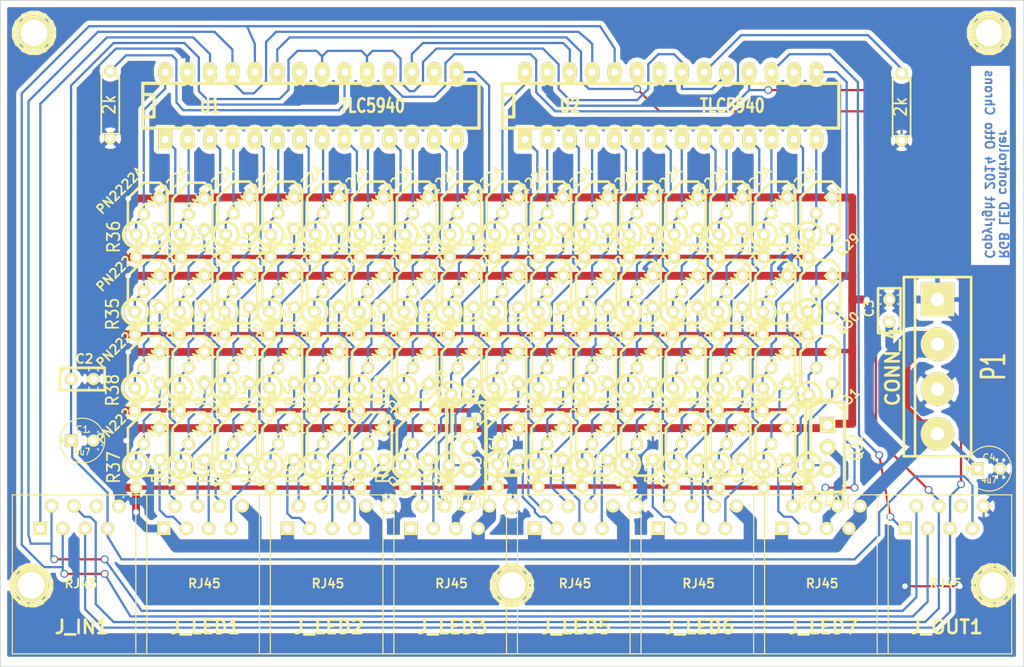
<source format=kicad_pcb>
(kicad_pcb (version 3) (host pcbnew "(2013-07-07 BZR 4022)-stable")
  (layers (15 F.Cu signal) (0 B.Cu signal) (18 B.Paste user) (19 F.Paste user) (20 B.SilkS user) (21 F.SilkS user) (22 B.Mask user) (23 F.Mask user) (28 Edge.Cuts user))
  (net 0 "")
  (net 1 +12V)
  (net 2 /Amp1/LED0)
  (net 3 /Amp1/LED1)
  (net 4 /Amp1/LED10)
  (net 5 /Amp1/LED11)
  (net 6 /Amp1/LED12)
  (net 7 /Amp1/LED13)
  (net 8 /Amp1/LED14)
  (net 9 /Amp1/LED15)
  (net 10 /Amp1/LED2)
  (net 11 /Amp1/LED3)
  (net 12 /Amp1/LED4)
  (net 13 /Amp1/LED5)
  (net 14 /Amp1/LED6)
  (net 15 /Amp1/LED7)
  (net 16 /Amp1/LED8)
  (net 17 /Amp1/LED9)
  (net 18 /Amp1/PWM0)
  (net 19 /Amp1/PWM1)
  (net 20 /Amp1/PWM10)
  (net 21 /Amp1/PWM11)
  (net 22 /Amp1/PWM12)
  (net 23 /Amp1/PWM13)
  (net 24 /Amp1/PWM14)
  (net 25 /Amp1/PWM15)
  (net 26 /Amp1/PWM2)
  (net 27 /Amp1/PWM3)
  (net 28 /Amp1/PWM4)
  (net 29 /Amp1/PWM5)
  (net 30 /Amp1/PWM6)
  (net 31 /Amp1/PWM7)
  (net 32 /Amp1/PWM8)
  (net 33 /Amp1/PWM9)
  (net 34 /Amp2/LED0)
  (net 35 /Amp2/LED1)
  (net 36 /Amp2/LED10)
  (net 37 /Amp2/LED11)
  (net 38 /Amp2/LED12)
  (net 39 /Amp2/LED13)
  (net 40 /Amp2/LED14)
  (net 41 /Amp2/LED15)
  (net 42 /Amp2/LED2)
  (net 43 /Amp2/LED3)
  (net 44 /Amp2/LED4)
  (net 45 /Amp2/LED5)
  (net 46 /Amp2/LED6)
  (net 47 /Amp2/LED7)
  (net 48 /Amp2/LED8)
  (net 49 /Amp2/LED9)
  (net 50 /Amp2/PWM0)
  (net 51 /Amp2/PWM1)
  (net 52 /Amp2/PWM10)
  (net 53 /Amp2/PWM11)
  (net 54 /Amp2/PWM12)
  (net 55 /Amp2/PWM13)
  (net 56 /Amp2/PWM14)
  (net 57 /Amp2/PWM15)
  (net 58 /Amp2/PWM2)
  (net 59 /Amp2/PWM3)
  (net 60 /Amp2/PWM4)
  (net 61 /Amp2/PWM5)
  (net 62 /Amp2/PWM6)
  (net 63 /Amp2/PWM7)
  (net 64 /Amp2/PWM8)
  (net 65 /Amp2/PWM9)
  (net 66 GND)
  (net 67 N-00000100)
  (net 68 N-00000101)
  (net 69 N-00000102)
  (net 70 N-00000103)
  (net 71 N-00000104)
  (net 72 N-00000105)
  (net 73 N-00000106)
  (net 74 N-00000107)
  (net 75 N-00000108)
  (net 76 N-00000109)
  (net 77 N-00000110)
  (net 78 N-00000111)
  (net 79 N-00000112)
  (net 80 N-00000113)
  (net 81 N-00000114)
  (net 82 N-00000115)
  (net 83 N-00000116)
  (net 84 N-00000117)
  (net 85 N-00000118)
  (net 86 N-00000119)
  (net 87 N-00000120)
  (net 88 N-0000054)
  (net 89 N-0000063)
  (net 90 N-0000071)
  (net 91 N-0000073)
  (net 92 N-0000074)
  (net 93 N-0000076)
  (net 94 N-0000079)
  (net 95 N-0000087)
  (net 96 N-0000088)
  (net 97 N-0000089)
  (net 98 N-0000090)
  (net 99 N-0000091)
  (net 100 N-0000092)
  (net 101 N-0000093)
  (net 102 N-0000094)
  (net 103 N-0000095)
  (net 104 N-0000096)
  (net 105 N-0000097)
  (net 106 N-0000098)
  (net 107 N-0000099)
  (net 108 VCC)
  (module RJ45_8 (layer F.Cu) (at 187.48 129.976)
    (fp_text reference J_OUT1 (at 0.254 4.826) (layer F.SilkS) (effects (font (size 1.524 1.524) (thickness 0.3048))))
    (fp_text value RJ45 (at 0.14224 -0.1016) (layer F.SilkS) (effects (font (size 1.00076 1.00076) (thickness 0.2032))))
    (pad 1 thru_hole rect (at -4.445 -6.35) (size 1.50114 1.50114) (drill 0.89916) (layers *.Cu *.Mask F.SilkS) (net 88 N-0000054))
    (pad 2 thru_hole circle (at -3.175 -8.89) (size 1.50114 1.50114) (drill 0.89916) (layers *.Cu *.Mask F.SilkS) (net 96 N-0000088))
    (pad 3 thru_hole circle (at -1.905 -6.35) (size 1.50114 1.50114) (drill 0.89916) (layers *.Cu *.Mask F.SilkS) (net 95 N-0000087))
    (pad 4 thru_hole circle (at -0.635 -8.89) (size 1.50114 1.50114) (drill 0.89916) (layers *.Cu *.Mask F.SilkS) (net 93 N-0000076))
    (pad 5 thru_hole circle (at 0.635 -6.35) (size 1.50114 1.50114) (drill 0.89916) (layers *.Cu *.Mask F.SilkS) (net 91 N-0000073))
    (pad 6 thru_hole circle (at 1.905 -8.89) (size 1.50114 1.50114) (drill 0.89916) (layers *.Cu *.Mask F.SilkS))
    (pad 7 thru_hole circle (at 3.175 -6.35) (size 1.50114 1.50114) (drill 0.89916) (layers *.Cu *.Mask F.SilkS) (net 108 VCC))
    (pad 8 thru_hole circle (at 4.445 -8.89) (size 1.50114 1.50114) (drill 0.89916) (layers *.Cu *.Mask F.SilkS) (net 66 GND))
  )
  (module RJ45_8 (layer F.Cu) (at 173.48 129.976)
    (fp_text reference J_LED7 (at 0.254 4.826) (layer F.SilkS) (effects (font (size 1.524 1.524) (thickness 0.3048))))
    (fp_text value RJ45 (at 0.14224 -0.1016) (layer F.SilkS) (effects (font (size 1.00076 1.00076) (thickness 0.2032))))
    (pad 1 thru_hole rect (at -4.445 -6.35) (size 1.50114 1.50114) (drill 0.89916) (layers *.Cu *.Mask F.SilkS) (net 1 +12V))
    (pad 2 thru_hole circle (at -3.175 -8.89) (size 1.50114 1.50114) (drill 0.89916) (layers *.Cu *.Mask F.SilkS) (net 6 /Amp1/LED12))
    (pad 3 thru_hole circle (at -1.905 -6.35) (size 1.50114 1.50114) (drill 0.89916) (layers *.Cu *.Mask F.SilkS) (net 7 /Amp1/LED13))
    (pad 4 thru_hole circle (at -0.635 -8.89) (size 1.50114 1.50114) (drill 0.89916) (layers *.Cu *.Mask F.SilkS) (net 8 /Amp1/LED14))
    (pad 5 thru_hole circle (at 0.635 -6.35) (size 1.50114 1.50114) (drill 0.89916) (layers *.Cu *.Mask F.SilkS) (net 9 /Amp1/LED15))
    (pad 6 thru_hole circle (at 1.905 -8.89) (size 1.50114 1.50114) (drill 0.89916) (layers *.Cu *.Mask F.SilkS) (net 9 /Amp1/LED15))
    (pad 7 thru_hole circle (at 3.175 -6.35) (size 1.50114 1.50114) (drill 0.89916) (layers *.Cu *.Mask F.SilkS) (net 1 +12V))
    (pad 8 thru_hole circle (at 4.445 -8.89) (size 1.50114 1.50114) (drill 0.89916) (layers *.Cu *.Mask F.SilkS) (net 1 +12V))
  )
  (module RJ45_8 (layer F.Cu) (at 159.48 129.976)
    (fp_text reference J_LED6 (at 0.254 4.826) (layer F.SilkS) (effects (font (size 1.524 1.524) (thickness 0.3048))))
    (fp_text value RJ45 (at 0.14224 -0.1016) (layer F.SilkS) (effects (font (size 1.00076 1.00076) (thickness 0.2032))))
    (pad 1 thru_hole rect (at -4.445 -6.35) (size 1.50114 1.50114) (drill 0.89916) (layers *.Cu *.Mask F.SilkS) (net 1 +12V))
    (pad 2 thru_hole circle (at -3.175 -8.89) (size 1.50114 1.50114) (drill 0.89916) (layers *.Cu *.Mask F.SilkS) (net 14 /Amp1/LED6))
    (pad 3 thru_hole circle (at -1.905 -6.35) (size 1.50114 1.50114) (drill 0.89916) (layers *.Cu *.Mask F.SilkS) (net 15 /Amp1/LED7))
    (pad 4 thru_hole circle (at -0.635 -8.89) (size 1.50114 1.50114) (drill 0.89916) (layers *.Cu *.Mask F.SilkS) (net 16 /Amp1/LED8))
    (pad 5 thru_hole circle (at 0.635 -6.35) (size 1.50114 1.50114) (drill 0.89916) (layers *.Cu *.Mask F.SilkS) (net 17 /Amp1/LED9))
    (pad 6 thru_hole circle (at 1.905 -8.89) (size 1.50114 1.50114) (drill 0.89916) (layers *.Cu *.Mask F.SilkS) (net 4 /Amp1/LED10))
    (pad 7 thru_hole circle (at 3.175 -6.35) (size 1.50114 1.50114) (drill 0.89916) (layers *.Cu *.Mask F.SilkS) (net 5 /Amp1/LED11))
    (pad 8 thru_hole circle (at 4.445 -8.89) (size 1.50114 1.50114) (drill 0.89916) (layers *.Cu *.Mask F.SilkS) (net 1 +12V))
  )
  (module RJ45_8 (layer F.Cu) (at 145.48 129.976)
    (fp_text reference J_LED5 (at 0.254 4.826) (layer F.SilkS) (effects (font (size 1.524 1.524) (thickness 0.3048))))
    (fp_text value RJ45 (at 0.14224 -0.1016) (layer F.SilkS) (effects (font (size 1.00076 1.00076) (thickness 0.2032))))
    (pad 1 thru_hole rect (at -4.445 -6.35) (size 1.50114 1.50114) (drill 0.89916) (layers *.Cu *.Mask F.SilkS) (net 1 +12V))
    (pad 2 thru_hole circle (at -3.175 -8.89) (size 1.50114 1.50114) (drill 0.89916) (layers *.Cu *.Mask F.SilkS) (net 2 /Amp1/LED0))
    (pad 3 thru_hole circle (at -1.905 -6.35) (size 1.50114 1.50114) (drill 0.89916) (layers *.Cu *.Mask F.SilkS) (net 3 /Amp1/LED1))
    (pad 4 thru_hole circle (at -0.635 -8.89) (size 1.50114 1.50114) (drill 0.89916) (layers *.Cu *.Mask F.SilkS) (net 10 /Amp1/LED2))
    (pad 5 thru_hole circle (at 0.635 -6.35) (size 1.50114 1.50114) (drill 0.89916) (layers *.Cu *.Mask F.SilkS) (net 11 /Amp1/LED3))
    (pad 6 thru_hole circle (at 1.905 -8.89) (size 1.50114 1.50114) (drill 0.89916) (layers *.Cu *.Mask F.SilkS) (net 12 /Amp1/LED4))
    (pad 7 thru_hole circle (at 3.175 -6.35) (size 1.50114 1.50114) (drill 0.89916) (layers *.Cu *.Mask F.SilkS) (net 13 /Amp1/LED5))
    (pad 8 thru_hole circle (at 4.445 -8.89) (size 1.50114 1.50114) (drill 0.89916) (layers *.Cu *.Mask F.SilkS) (net 1 +12V))
  )
  (module RJ45_8 (layer F.Cu) (at 131.48 129.976)
    (fp_text reference J_LED3 (at 0.254 4.826) (layer F.SilkS) (effects (font (size 1.524 1.524) (thickness 0.3048))))
    (fp_text value RJ45 (at 0.14224 -0.1016) (layer F.SilkS) (effects (font (size 1.00076 1.00076) (thickness 0.2032))))
    (pad 1 thru_hole rect (at -4.445 -6.35) (size 1.50114 1.50114) (drill 0.89916) (layers *.Cu *.Mask F.SilkS) (net 1 +12V))
    (pad 2 thru_hole circle (at -3.175 -8.89) (size 1.50114 1.50114) (drill 0.89916) (layers *.Cu *.Mask F.SilkS) (net 38 /Amp2/LED12))
    (pad 3 thru_hole circle (at -1.905 -6.35) (size 1.50114 1.50114) (drill 0.89916) (layers *.Cu *.Mask F.SilkS) (net 39 /Amp2/LED13))
    (pad 4 thru_hole circle (at -0.635 -8.89) (size 1.50114 1.50114) (drill 0.89916) (layers *.Cu *.Mask F.SilkS) (net 40 /Amp2/LED14))
    (pad 5 thru_hole circle (at 0.635 -6.35) (size 1.50114 1.50114) (drill 0.89916) (layers *.Cu *.Mask F.SilkS) (net 41 /Amp2/LED15))
    (pad 6 thru_hole circle (at 1.905 -8.89) (size 1.50114 1.50114) (drill 0.89916) (layers *.Cu *.Mask F.SilkS) (net 41 /Amp2/LED15))
    (pad 7 thru_hole circle (at 3.175 -6.35) (size 1.50114 1.50114) (drill 0.89916) (layers *.Cu *.Mask F.SilkS) (net 1 +12V))
    (pad 8 thru_hole circle (at 4.445 -8.89) (size 1.50114 1.50114) (drill 0.89916) (layers *.Cu *.Mask F.SilkS) (net 1 +12V))
  )
  (module RJ45_8 (layer F.Cu) (at 117.48 129.976)
    (fp_text reference J_LED2 (at 0.254 4.826) (layer F.SilkS) (effects (font (size 1.524 1.524) (thickness 0.3048))))
    (fp_text value RJ45 (at 0.14224 -0.1016) (layer F.SilkS) (effects (font (size 1.00076 1.00076) (thickness 0.2032))))
    (pad 1 thru_hole rect (at -4.445 -6.35) (size 1.50114 1.50114) (drill 0.89916) (layers *.Cu *.Mask F.SilkS) (net 1 +12V))
    (pad 2 thru_hole circle (at -3.175 -8.89) (size 1.50114 1.50114) (drill 0.89916) (layers *.Cu *.Mask F.SilkS) (net 46 /Amp2/LED6))
    (pad 3 thru_hole circle (at -1.905 -6.35) (size 1.50114 1.50114) (drill 0.89916) (layers *.Cu *.Mask F.SilkS) (net 47 /Amp2/LED7))
    (pad 4 thru_hole circle (at -0.635 -8.89) (size 1.50114 1.50114) (drill 0.89916) (layers *.Cu *.Mask F.SilkS) (net 48 /Amp2/LED8))
    (pad 5 thru_hole circle (at 0.635 -6.35) (size 1.50114 1.50114) (drill 0.89916) (layers *.Cu *.Mask F.SilkS) (net 49 /Amp2/LED9))
    (pad 6 thru_hole circle (at 1.905 -8.89) (size 1.50114 1.50114) (drill 0.89916) (layers *.Cu *.Mask F.SilkS) (net 36 /Amp2/LED10))
    (pad 7 thru_hole circle (at 3.175 -6.35) (size 1.50114 1.50114) (drill 0.89916) (layers *.Cu *.Mask F.SilkS) (net 37 /Amp2/LED11))
    (pad 8 thru_hole circle (at 4.445 -8.89) (size 1.50114 1.50114) (drill 0.89916) (layers *.Cu *.Mask F.SilkS) (net 1 +12V))
  )
  (module RJ45_8 (layer F.Cu) (at 103.48 129.976)
    (fp_text reference J_LED1 (at 0.254 4.826) (layer F.SilkS) (effects (font (size 1.524 1.524) (thickness 0.3048))))
    (fp_text value RJ45 (at 0.14224 -0.1016) (layer F.SilkS) (effects (font (size 1.00076 1.00076) (thickness 0.2032))))
    (pad 1 thru_hole rect (at -4.445 -6.35) (size 1.50114 1.50114) (drill 0.89916) (layers *.Cu *.Mask F.SilkS) (net 1 +12V))
    (pad 2 thru_hole circle (at -3.175 -8.89) (size 1.50114 1.50114) (drill 0.89916) (layers *.Cu *.Mask F.SilkS) (net 34 /Amp2/LED0))
    (pad 3 thru_hole circle (at -1.905 -6.35) (size 1.50114 1.50114) (drill 0.89916) (layers *.Cu *.Mask F.SilkS) (net 35 /Amp2/LED1))
    (pad 4 thru_hole circle (at -0.635 -8.89) (size 1.50114 1.50114) (drill 0.89916) (layers *.Cu *.Mask F.SilkS) (net 42 /Amp2/LED2))
    (pad 5 thru_hole circle (at 0.635 -6.35) (size 1.50114 1.50114) (drill 0.89916) (layers *.Cu *.Mask F.SilkS) (net 43 /Amp2/LED3))
    (pad 6 thru_hole circle (at 1.905 -8.89) (size 1.50114 1.50114) (drill 0.89916) (layers *.Cu *.Mask F.SilkS) (net 44 /Amp2/LED4))
    (pad 7 thru_hole circle (at 3.175 -6.35) (size 1.50114 1.50114) (drill 0.89916) (layers *.Cu *.Mask F.SilkS) (net 45 /Amp2/LED5))
    (pad 8 thru_hole circle (at 4.445 -8.89) (size 1.50114 1.50114) (drill 0.89916) (layers *.Cu *.Mask F.SilkS) (net 1 +12V))
  )
  (module RJ45_8 (layer F.Cu) (at 89.48 129.976)
    (fp_text reference J_IN1 (at 0.254 4.826) (layer F.SilkS) (effects (font (size 1.524 1.524) (thickness 0.3048))))
    (fp_text value RJ45 (at 0.14224 -0.1016) (layer F.SilkS) (effects (font (size 1.00076 1.00076) (thickness 0.2032))))
    (pad 1 thru_hole rect (at -4.445 -6.35) (size 1.50114 1.50114) (drill 0.89916) (layers *.Cu *.Mask F.SilkS) (net 89 N-0000063))
    (pad 2 thru_hole circle (at -3.175 -8.89) (size 1.50114 1.50114) (drill 0.89916) (layers *.Cu *.Mask F.SilkS) (net 96 N-0000088))
    (pad 3 thru_hole circle (at -1.905 -6.35) (size 1.50114 1.50114) (drill 0.89916) (layers *.Cu *.Mask F.SilkS) (net 95 N-0000087))
    (pad 4 thru_hole circle (at -0.635 -8.89) (size 1.50114 1.50114) (drill 0.89916) (layers *.Cu *.Mask F.SilkS) (net 93 N-0000076))
    (pad 5 thru_hole circle (at 0.635 -6.35) (size 1.50114 1.50114) (drill 0.89916) (layers *.Cu *.Mask F.SilkS) (net 91 N-0000073))
    (pad 6 thru_hole circle (at 1.905 -8.89) (size 1.50114 1.50114) (drill 0.89916) (layers *.Cu *.Mask F.SilkS))
    (pad 7 thru_hole circle (at 3.175 -6.35) (size 1.50114 1.50114) (drill 0.89916) (layers *.Cu *.Mask F.SilkS) (net 108 VCC))
    (pad 8 thru_hole circle (at 4.445 -8.89) (size 1.50114 1.50114) (drill 0.89916) (layers *.Cu *.Mask F.SilkS) (net 66 GND))
  )
  (module TO92 (layer F.Cu) (at 164.592 87.884 45)
    (fp_text reference Q21 (at -1.27 3.81 45) (layer F.SilkS) (effects (font (size 1.016 1.016) (thickness 0.2032))))
    (fp_text value PN2222A (at -1.27 -5.08 45) (layer F.SilkS) (effects (font (size 1.016 1.016) (thickness 0.2032))))
    (pad 1 thru_hole rect (at 1.27 -1.27 45) (size 1.397 1.397) (drill 0.8128) (layers *.Cu *.Mask F.SilkS) (net 66 GND))
    (pad 2 thru_hole circle (at -1.27 -1.27 45) (size 1.397 1.397) (drill 0.8128) (layers *.Cu *.Mask F.SilkS) (net 20 /Amp1/PWM10))
    (pad 3 thru_hole circle (at -1.27 1.27 45) (size 1.397 1.397) (drill 0.8128) (layers *.Cu *.Mask F.SilkS) (net 97 N-0000089))
  )
  (module TO92 (layer F.Cu) (at 169.672 114.046 45)
    (fp_text reference Q28 (at -1.27 3.81 45) (layer F.SilkS) (effects (font (size 1.016 1.016) (thickness 0.2032))))
    (fp_text value PN2222A (at -1.27 -5.08 45) (layer F.SilkS) (effects (font (size 1.016 1.016) (thickness 0.2032))))
    (pad 1 thru_hole rect (at 1.27 -1.27 45) (size 1.397 1.397) (drill 0.8128) (layers *.Cu *.Mask F.SilkS) (net 66 GND))
    (pad 2 thru_hole circle (at -1.27 -1.27 45) (size 1.397 1.397) (drill 0.8128) (layers *.Cu *.Mask F.SilkS) (net 104 N-0000096))
    (pad 3 thru_hole circle (at -1.27 1.27 45) (size 1.397 1.397) (drill 0.8128) (layers *.Cu *.Mask F.SilkS) (net 7 /Amp1/LED13))
  )
  (module TO92 (layer F.Cu) (at 169.672 105.41 45)
    (fp_text reference Q27 (at -1.27 3.81 45) (layer F.SilkS) (effects (font (size 1.016 1.016) (thickness 0.2032))))
    (fp_text value PN2222A (at -1.27 -5.08 45) (layer F.SilkS) (effects (font (size 1.016 1.016) (thickness 0.2032))))
    (pad 1 thru_hole rect (at 1.27 -1.27 45) (size 1.397 1.397) (drill 0.8128) (layers *.Cu *.Mask F.SilkS) (net 66 GND))
    (pad 2 thru_hole circle (at -1.27 -1.27 45) (size 1.397 1.397) (drill 0.8128) (layers *.Cu *.Mask F.SilkS) (net 23 /Amp1/PWM13))
    (pad 3 thru_hole circle (at -1.27 1.27 45) (size 1.397 1.397) (drill 0.8128) (layers *.Cu *.Mask F.SilkS) (net 104 N-0000096))
  )
  (module TO92 (layer F.Cu) (at 118.872 87.884 45)
    (fp_text reference Q49 (at -1.27 3.81 45) (layer F.SilkS) (effects (font (size 1.016 1.016) (thickness 0.2032))))
    (fp_text value PN2222A (at -1.27 -5.08 45) (layer F.SilkS) (effects (font (size 1.016 1.016) (thickness 0.2032))))
    (pad 1 thru_hole rect (at 1.27 -1.27 45) (size 1.397 1.397) (drill 0.8128) (layers *.Cu *.Mask F.SilkS) (net 66 GND))
    (pad 2 thru_hole circle (at -1.27 -1.27 45) (size 1.397 1.397) (drill 0.8128) (layers *.Cu *.Mask F.SilkS) (net 64 /Amp2/PWM8))
    (pad 3 thru_hole circle (at -1.27 1.27 45) (size 1.397 1.397) (drill 0.8128) (layers *.Cu *.Mask F.SilkS) (net 82 N-00000115))
  )
  (module TO92 (layer F.Cu) (at 169.672 96.774 45)
    (fp_text reference Q26 (at -1.27 3.81 45) (layer F.SilkS) (effects (font (size 1.016 1.016) (thickness 0.2032))))
    (fp_text value PN2222A (at -1.27 -5.08 45) (layer F.SilkS) (effects (font (size 1.016 1.016) (thickness 0.2032))))
    (pad 1 thru_hole rect (at 1.27 -1.27 45) (size 1.397 1.397) (drill 0.8128) (layers *.Cu *.Mask F.SilkS) (net 66 GND))
    (pad 2 thru_hole circle (at -1.27 -1.27 45) (size 1.397 1.397) (drill 0.8128) (layers *.Cu *.Mask F.SilkS) (net 103 N-0000095))
    (pad 3 thru_hole circle (at -1.27 1.27 45) (size 1.397 1.397) (drill 0.8128) (layers *.Cu *.Mask F.SilkS) (net 6 /Amp1/LED12))
  )
  (module TO92 (layer F.Cu) (at 169.672 87.884 45)
    (fp_text reference Q25 (at -1.27 3.81 45) (layer F.SilkS) (effects (font (size 1.016 1.016) (thickness 0.2032))))
    (fp_text value PN2222A (at -1.27 -5.08 45) (layer F.SilkS) (effects (font (size 1.016 1.016) (thickness 0.2032))))
    (pad 1 thru_hole rect (at 1.27 -1.27 45) (size 1.397 1.397) (drill 0.8128) (layers *.Cu *.Mask F.SilkS) (net 66 GND))
    (pad 2 thru_hole circle (at -1.27 -1.27 45) (size 1.397 1.397) (drill 0.8128) (layers *.Cu *.Mask F.SilkS) (net 22 /Amp1/PWM12))
    (pad 3 thru_hole circle (at -1.27 1.27 45) (size 1.397 1.397) (drill 0.8128) (layers *.Cu *.Mask F.SilkS) (net 103 N-0000095))
  )
  (module TO92 (layer F.Cu) (at 118.872 96.774 45)
    (fp_text reference Q50 (at -1.27 3.81 45) (layer F.SilkS) (effects (font (size 1.016 1.016) (thickness 0.2032))))
    (fp_text value PN2222A (at -1.27 -5.08 45) (layer F.SilkS) (effects (font (size 1.016 1.016) (thickness 0.2032))))
    (pad 1 thru_hole rect (at 1.27 -1.27 45) (size 1.397 1.397) (drill 0.8128) (layers *.Cu *.Mask F.SilkS) (net 66 GND))
    (pad 2 thru_hole circle (at -1.27 -1.27 45) (size 1.397 1.397) (drill 0.8128) (layers *.Cu *.Mask F.SilkS) (net 82 N-00000115))
    (pad 3 thru_hole circle (at -1.27 1.27 45) (size 1.397 1.397) (drill 0.8128) (layers *.Cu *.Mask F.SilkS) (net 48 /Amp2/LED8))
  )
  (module TO92 (layer F.Cu) (at 164.592 114.046 45)
    (fp_text reference Q24 (at -1.27 3.81 45) (layer F.SilkS) (effects (font (size 1.016 1.016) (thickness 0.2032))))
    (fp_text value PN2222A (at -1.27 -5.08 45) (layer F.SilkS) (effects (font (size 1.016 1.016) (thickness 0.2032))))
    (pad 1 thru_hole rect (at 1.27 -1.27 45) (size 1.397 1.397) (drill 0.8128) (layers *.Cu *.Mask F.SilkS) (net 66 GND))
    (pad 2 thru_hole circle (at -1.27 -1.27 45) (size 1.397 1.397) (drill 0.8128) (layers *.Cu *.Mask F.SilkS) (net 98 N-0000090))
    (pad 3 thru_hole circle (at -1.27 1.27 45) (size 1.397 1.397) (drill 0.8128) (layers *.Cu *.Mask F.SilkS) (net 5 /Amp1/LED11))
  )
  (module TO92 (layer F.Cu) (at 164.592 105.41 45)
    (fp_text reference Q23 (at -1.27 3.81 45) (layer F.SilkS) (effects (font (size 1.016 1.016) (thickness 0.2032))))
    (fp_text value PN2222A (at -1.27 -5.08 45) (layer F.SilkS) (effects (font (size 1.016 1.016) (thickness 0.2032))))
    (pad 1 thru_hole rect (at 1.27 -1.27 45) (size 1.397 1.397) (drill 0.8128) (layers *.Cu *.Mask F.SilkS) (net 66 GND))
    (pad 2 thru_hole circle (at -1.27 -1.27 45) (size 1.397 1.397) (drill 0.8128) (layers *.Cu *.Mask F.SilkS) (net 21 /Amp1/PWM11))
    (pad 3 thru_hole circle (at -1.27 1.27 45) (size 1.397 1.397) (drill 0.8128) (layers *.Cu *.Mask F.SilkS) (net 98 N-0000090))
  )
  (module TO92 (layer F.Cu) (at 118.872 105.41 45)
    (fp_text reference Q51 (at -1.27 3.81 45) (layer F.SilkS) (effects (font (size 1.016 1.016) (thickness 0.2032))))
    (fp_text value PN2222A (at -1.27 -5.08 45) (layer F.SilkS) (effects (font (size 1.016 1.016) (thickness 0.2032))))
    (pad 1 thru_hole rect (at 1.27 -1.27 45) (size 1.397 1.397) (drill 0.8128) (layers *.Cu *.Mask F.SilkS) (net 66 GND))
    (pad 2 thru_hole circle (at -1.27 -1.27 45) (size 1.397 1.397) (drill 0.8128) (layers *.Cu *.Mask F.SilkS) (net 65 /Amp2/PWM9))
    (pad 3 thru_hole circle (at -1.27 1.27 45) (size 1.397 1.397) (drill 0.8128) (layers *.Cu *.Mask F.SilkS) (net 83 N-00000116))
  )
  (module TO92 (layer F.Cu) (at 164.592 96.774 45)
    (fp_text reference Q22 (at -1.27 3.81 45) (layer F.SilkS) (effects (font (size 1.016 1.016) (thickness 0.2032))))
    (fp_text value PN2222A (at -1.27 -5.08 45) (layer F.SilkS) (effects (font (size 1.016 1.016) (thickness 0.2032))))
    (pad 1 thru_hole rect (at 1.27 -1.27 45) (size 1.397 1.397) (drill 0.8128) (layers *.Cu *.Mask F.SilkS) (net 66 GND))
    (pad 2 thru_hole circle (at -1.27 -1.27 45) (size 1.397 1.397) (drill 0.8128) (layers *.Cu *.Mask F.SilkS) (net 97 N-0000089))
    (pad 3 thru_hole circle (at -1.27 1.27 45) (size 1.397 1.397) (drill 0.8128) (layers *.Cu *.Mask F.SilkS) (net 4 /Amp1/LED10))
  )
  (module TO92 (layer F.Cu) (at 113.792 114.046 45)
    (fp_text reference Q48 (at -1.27 3.81 45) (layer F.SilkS) (effects (font (size 1.016 1.016) (thickness 0.2032))))
    (fp_text value PN2222A (at -1.27 -5.08 45) (layer F.SilkS) (effects (font (size 1.016 1.016) (thickness 0.2032))))
    (pad 1 thru_hole rect (at 1.27 -1.27 45) (size 1.397 1.397) (drill 0.8128) (layers *.Cu *.Mask F.SilkS) (net 66 GND))
    (pad 2 thru_hole circle (at -1.27 -1.27 45) (size 1.397 1.397) (drill 0.8128) (layers *.Cu *.Mask F.SilkS) (net 84 N-00000117))
    (pad 3 thru_hole circle (at -1.27 1.27 45) (size 1.397 1.397) (drill 0.8128) (layers *.Cu *.Mask F.SilkS) (net 47 /Amp2/LED7))
  )
  (module TO92 (layer F.Cu) (at 118.872 114.046 45)
    (fp_text reference Q52 (at -1.27 3.81 45) (layer F.SilkS) (effects (font (size 1.016 1.016) (thickness 0.2032))))
    (fp_text value PN2222A (at -1.27 -5.08 45) (layer F.SilkS) (effects (font (size 1.016 1.016) (thickness 0.2032))))
    (pad 1 thru_hole rect (at 1.27 -1.27 45) (size 1.397 1.397) (drill 0.8128) (layers *.Cu *.Mask F.SilkS) (net 66 GND))
    (pad 2 thru_hole circle (at -1.27 -1.27 45) (size 1.397 1.397) (drill 0.8128) (layers *.Cu *.Mask F.SilkS) (net 83 N-00000116))
    (pad 3 thru_hole circle (at -1.27 1.27 45) (size 1.397 1.397) (drill 0.8128) (layers *.Cu *.Mask F.SilkS) (net 49 /Amp2/LED9))
  )
  (module TO92 (layer F.Cu) (at 159.512 114.046 45)
    (fp_text reference Q20 (at -1.27 3.81 45) (layer F.SilkS) (effects (font (size 1.016 1.016) (thickness 0.2032))))
    (fp_text value PN2222A (at -1.27 -5.08 45) (layer F.SilkS) (effects (font (size 1.016 1.016) (thickness 0.2032))))
    (pad 1 thru_hole rect (at 1.27 -1.27 45) (size 1.397 1.397) (drill 0.8128) (layers *.Cu *.Mask F.SilkS) (net 66 GND))
    (pad 2 thru_hole circle (at -1.27 -1.27 45) (size 1.397 1.397) (drill 0.8128) (layers *.Cu *.Mask F.SilkS) (net 100 N-0000092))
    (pad 3 thru_hole circle (at -1.27 1.27 45) (size 1.397 1.397) (drill 0.8128) (layers *.Cu *.Mask F.SilkS) (net 17 /Amp1/LED9))
  )
  (module TO92 (layer F.Cu) (at 159.512 105.41 45)
    (fp_text reference Q19 (at -1.27 3.81 45) (layer F.SilkS) (effects (font (size 1.016 1.016) (thickness 0.2032))))
    (fp_text value PN2222A (at -1.27 -5.08 45) (layer F.SilkS) (effects (font (size 1.016 1.016) (thickness 0.2032))))
    (pad 1 thru_hole rect (at 1.27 -1.27 45) (size 1.397 1.397) (drill 0.8128) (layers *.Cu *.Mask F.SilkS) (net 66 GND))
    (pad 2 thru_hole circle (at -1.27 -1.27 45) (size 1.397 1.397) (drill 0.8128) (layers *.Cu *.Mask F.SilkS) (net 33 /Amp1/PWM9))
    (pad 3 thru_hole circle (at -1.27 1.27 45) (size 1.397 1.397) (drill 0.8128) (layers *.Cu *.Mask F.SilkS) (net 100 N-0000092))
  )
  (module TO92 (layer F.Cu) (at 123.952 87.884 45)
    (fp_text reference Q53 (at -1.27 3.81 45) (layer F.SilkS) (effects (font (size 1.016 1.016) (thickness 0.2032))))
    (fp_text value PN2222A (at -1.27 -5.08 45) (layer F.SilkS) (effects (font (size 1.016 1.016) (thickness 0.2032))))
    (pad 1 thru_hole rect (at 1.27 -1.27 45) (size 1.397 1.397) (drill 0.8128) (layers *.Cu *.Mask F.SilkS) (net 66 GND))
    (pad 2 thru_hole circle (at -1.27 -1.27 45) (size 1.397 1.397) (drill 0.8128) (layers *.Cu *.Mask F.SilkS) (net 52 /Amp2/PWM10))
    (pad 3 thru_hole circle (at -1.27 1.27 45) (size 1.397 1.397) (drill 0.8128) (layers *.Cu *.Mask F.SilkS) (net 87 N-00000120))
  )
  (module TO92 (layer F.Cu) (at 159.512 96.774 45)
    (fp_text reference Q18 (at -1.27 3.81 45) (layer F.SilkS) (effects (font (size 1.016 1.016) (thickness 0.2032))))
    (fp_text value PN2222A (at -1.27 -5.08 45) (layer F.SilkS) (effects (font (size 1.016 1.016) (thickness 0.2032))))
    (pad 1 thru_hole rect (at 1.27 -1.27 45) (size 1.397 1.397) (drill 0.8128) (layers *.Cu *.Mask F.SilkS) (net 66 GND))
    (pad 2 thru_hole circle (at -1.27 -1.27 45) (size 1.397 1.397) (drill 0.8128) (layers *.Cu *.Mask F.SilkS) (net 99 N-0000091))
    (pad 3 thru_hole circle (at -1.27 1.27 45) (size 1.397 1.397) (drill 0.8128) (layers *.Cu *.Mask F.SilkS) (net 16 /Amp1/LED8))
  )
  (module TO92 (layer F.Cu) (at 123.952 96.774 45)
    (fp_text reference Q54 (at -1.27 3.81 45) (layer F.SilkS) (effects (font (size 1.016 1.016) (thickness 0.2032))))
    (fp_text value PN2222A (at -1.27 -5.08 45) (layer F.SilkS) (effects (font (size 1.016 1.016) (thickness 0.2032))))
    (pad 1 thru_hole rect (at 1.27 -1.27 45) (size 1.397 1.397) (drill 0.8128) (layers *.Cu *.Mask F.SilkS) (net 66 GND))
    (pad 2 thru_hole circle (at -1.27 -1.27 45) (size 1.397 1.397) (drill 0.8128) (layers *.Cu *.Mask F.SilkS) (net 87 N-00000120))
    (pad 3 thru_hole circle (at -1.27 1.27 45) (size 1.397 1.397) (drill 0.8128) (layers *.Cu *.Mask F.SilkS) (net 36 /Amp2/LED10))
  )
  (module TO92 (layer F.Cu) (at 154.432 114.046 45)
    (fp_text reference Q16 (at -1.27 3.81 45) (layer F.SilkS) (effects (font (size 1.016 1.016) (thickness 0.2032))))
    (fp_text value PN2222A (at -1.27 -5.08 45) (layer F.SilkS) (effects (font (size 1.016 1.016) (thickness 0.2032))))
    (pad 1 thru_hole rect (at 1.27 -1.27 45) (size 1.397 1.397) (drill 0.8128) (layers *.Cu *.Mask F.SilkS) (net 66 GND))
    (pad 2 thru_hole circle (at -1.27 -1.27 45) (size 1.397 1.397) (drill 0.8128) (layers *.Cu *.Mask F.SilkS) (net 69 N-00000102))
    (pad 3 thru_hole circle (at -1.27 1.27 45) (size 1.397 1.397) (drill 0.8128) (layers *.Cu *.Mask F.SilkS) (net 15 /Amp1/LED7))
  )
  (module TO92 (layer F.Cu) (at 154.432 105.41 45)
    (fp_text reference Q15 (at -1.27 3.81 45) (layer F.SilkS) (effects (font (size 1.016 1.016) (thickness 0.2032))))
    (fp_text value PN2222A (at -1.27 -5.08 45) (layer F.SilkS) (effects (font (size 1.016 1.016) (thickness 0.2032))))
    (pad 1 thru_hole rect (at 1.27 -1.27 45) (size 1.397 1.397) (drill 0.8128) (layers *.Cu *.Mask F.SilkS) (net 66 GND))
    (pad 2 thru_hole circle (at -1.27 -1.27 45) (size 1.397 1.397) (drill 0.8128) (layers *.Cu *.Mask F.SilkS) (net 31 /Amp1/PWM7))
    (pad 3 thru_hole circle (at -1.27 1.27 45) (size 1.397 1.397) (drill 0.8128) (layers *.Cu *.Mask F.SilkS) (net 69 N-00000102))
  )
  (module TO92 (layer F.Cu) (at 123.952 105.41 45)
    (fp_text reference Q55 (at -1.27 3.81 45) (layer F.SilkS) (effects (font (size 1.016 1.016) (thickness 0.2032))))
    (fp_text value PN2222A (at -1.27 -5.08 45) (layer F.SilkS) (effects (font (size 1.016 1.016) (thickness 0.2032))))
    (pad 1 thru_hole rect (at 1.27 -1.27 45) (size 1.397 1.397) (drill 0.8128) (layers *.Cu *.Mask F.SilkS) (net 66 GND))
    (pad 2 thru_hole circle (at -1.27 -1.27 45) (size 1.397 1.397) (drill 0.8128) (layers *.Cu *.Mask F.SilkS) (net 53 /Amp2/PWM11))
    (pad 3 thru_hole circle (at -1.27 1.27 45) (size 1.397 1.397) (drill 0.8128) (layers *.Cu *.Mask F.SilkS) (net 85 N-00000118))
  )
  (module TO92 (layer F.Cu) (at 98.552 105.41 45)
    (fp_text reference Q35 (at -1.27 3.81 45) (layer F.SilkS) (effects (font (size 1.016 1.016) (thickness 0.2032))))
    (fp_text value PN2222A (at -1.27 -5.08 45) (layer F.SilkS) (effects (font (size 1.016 1.016) (thickness 0.2032))))
    (pad 1 thru_hole rect (at 1.27 -1.27 45) (size 1.397 1.397) (drill 0.8128) (layers *.Cu *.Mask F.SilkS) (net 66 GND))
    (pad 2 thru_hole circle (at -1.27 -1.27 45) (size 1.397 1.397) (drill 0.8128) (layers *.Cu *.Mask F.SilkS) (net 51 /Amp2/PWM1))
    (pad 3 thru_hole circle (at -1.27 1.27 45) (size 1.397 1.397) (drill 0.8128) (layers *.Cu *.Mask F.SilkS) (net 74 N-00000107))
  )
  (module TO92 (layer F.Cu) (at 108.712 87.884 45)
    (fp_text reference Q41 (at -1.27 3.81 45) (layer F.SilkS) (effects (font (size 1.016 1.016) (thickness 0.2032))))
    (fp_text value PN2222A (at -1.27 -5.08 45) (layer F.SilkS) (effects (font (size 1.016 1.016) (thickness 0.2032))))
    (pad 1 thru_hole rect (at 1.27 -1.27 45) (size 1.397 1.397) (drill 0.8128) (layers *.Cu *.Mask F.SilkS) (net 66 GND))
    (pad 2 thru_hole circle (at -1.27 -1.27 45) (size 1.397 1.397) (drill 0.8128) (layers *.Cu *.Mask F.SilkS) (net 60 /Amp2/PWM4))
    (pad 3 thru_hole circle (at -1.27 1.27 45) (size 1.397 1.397) (drill 0.8128) (layers *.Cu *.Mask F.SilkS) (net 77 N-00000110))
  )
  (module TO92 (layer F.Cu) (at 108.712 96.774 45)
    (fp_text reference Q42 (at -1.27 3.81 45) (layer F.SilkS) (effects (font (size 1.016 1.016) (thickness 0.2032))))
    (fp_text value PN2222A (at -1.27 -5.08 45) (layer F.SilkS) (effects (font (size 1.016 1.016) (thickness 0.2032))))
    (pad 1 thru_hole rect (at 1.27 -1.27 45) (size 1.397 1.397) (drill 0.8128) (layers *.Cu *.Mask F.SilkS) (net 66 GND))
    (pad 2 thru_hole circle (at -1.27 -1.27 45) (size 1.397 1.397) (drill 0.8128) (layers *.Cu *.Mask F.SilkS) (net 77 N-00000110))
    (pad 3 thru_hole circle (at -1.27 1.27 45) (size 1.397 1.397) (drill 0.8128) (layers *.Cu *.Mask F.SilkS) (net 44 /Amp2/LED4))
  )
  (module TO92 (layer F.Cu) (at 103.632 114.046 45)
    (fp_text reference Q40 (at -1.27 3.81 45) (layer F.SilkS) (effects (font (size 1.016 1.016) (thickness 0.2032))))
    (fp_text value PN2222A (at -1.27 -5.08 45) (layer F.SilkS) (effects (font (size 1.016 1.016) (thickness 0.2032))))
    (pad 1 thru_hole rect (at 1.27 -1.27 45) (size 1.397 1.397) (drill 0.8128) (layers *.Cu *.Mask F.SilkS) (net 66 GND))
    (pad 2 thru_hole circle (at -1.27 -1.27 45) (size 1.397 1.397) (drill 0.8128) (layers *.Cu *.Mask F.SilkS) (net 73 N-00000106))
    (pad 3 thru_hole circle (at -1.27 1.27 45) (size 1.397 1.397) (drill 0.8128) (layers *.Cu *.Mask F.SilkS) (net 43 /Amp2/LED3))
  )
  (module TO92 (layer F.Cu) (at 103.632 105.41 45)
    (fp_text reference Q39 (at -1.27 3.81 45) (layer F.SilkS) (effects (font (size 1.016 1.016) (thickness 0.2032))))
    (fp_text value PN2222A (at -1.27 -5.08 45) (layer F.SilkS) (effects (font (size 1.016 1.016) (thickness 0.2032))))
    (pad 1 thru_hole rect (at 1.27 -1.27 45) (size 1.397 1.397) (drill 0.8128) (layers *.Cu *.Mask F.SilkS) (net 66 GND))
    (pad 2 thru_hole circle (at -1.27 -1.27 45) (size 1.397 1.397) (drill 0.8128) (layers *.Cu *.Mask F.SilkS) (net 59 /Amp2/PWM3))
    (pad 3 thru_hole circle (at -1.27 1.27 45) (size 1.397 1.397) (drill 0.8128) (layers *.Cu *.Mask F.SilkS) (net 73 N-00000106))
  )
  (module TO92 (layer F.Cu) (at 108.712 105.41 45)
    (fp_text reference Q43 (at -1.27 3.81 45) (layer F.SilkS) (effects (font (size 1.016 1.016) (thickness 0.2032))))
    (fp_text value PN2222A (at -1.27 -5.08 45) (layer F.SilkS) (effects (font (size 1.016 1.016) (thickness 0.2032))))
    (pad 1 thru_hole rect (at 1.27 -1.27 45) (size 1.397 1.397) (drill 0.8128) (layers *.Cu *.Mask F.SilkS) (net 66 GND))
    (pad 2 thru_hole circle (at -1.27 -1.27 45) (size 1.397 1.397) (drill 0.8128) (layers *.Cu *.Mask F.SilkS) (net 61 /Amp2/PWM5))
    (pad 3 thru_hole circle (at -1.27 1.27 45) (size 1.397 1.397) (drill 0.8128) (layers *.Cu *.Mask F.SilkS) (net 75 N-00000108))
  )
  (module TO92 (layer F.Cu) (at 103.632 96.774 45)
    (fp_text reference Q38 (at -1.27 3.81 45) (layer F.SilkS) (effects (font (size 1.016 1.016) (thickness 0.2032))))
    (fp_text value PN2222A (at -1.27 -5.08 45) (layer F.SilkS) (effects (font (size 1.016 1.016) (thickness 0.2032))))
    (pad 1 thru_hole rect (at 1.27 -1.27 45) (size 1.397 1.397) (drill 0.8128) (layers *.Cu *.Mask F.SilkS) (net 66 GND))
    (pad 2 thru_hole circle (at -1.27 -1.27 45) (size 1.397 1.397) (drill 0.8128) (layers *.Cu *.Mask F.SilkS) (net 72 N-00000105))
    (pad 3 thru_hole circle (at -1.27 1.27 45) (size 1.397 1.397) (drill 0.8128) (layers *.Cu *.Mask F.SilkS) (net 42 /Amp2/LED2))
  )
  (module TO92 (layer F.Cu) (at 103.632 88.011 45)
    (fp_text reference Q37 (at -1.27 3.81 45) (layer F.SilkS) (effects (font (size 1.016 1.016) (thickness 0.2032))))
    (fp_text value PN2222A (at -1.27 -5.08 45) (layer F.SilkS) (effects (font (size 1.016 1.016) (thickness 0.2032))))
    (pad 1 thru_hole rect (at 1.27 -1.27 45) (size 1.397 1.397) (drill 0.8128) (layers *.Cu *.Mask F.SilkS) (net 66 GND))
    (pad 2 thru_hole circle (at -1.27 -1.27 45) (size 1.397 1.397) (drill 0.8128) (layers *.Cu *.Mask F.SilkS) (net 58 /Amp2/PWM2))
    (pad 3 thru_hole circle (at -1.27 1.27 45) (size 1.397 1.397) (drill 0.8128) (layers *.Cu *.Mask F.SilkS) (net 72 N-00000105))
  )
  (module TO92 (layer F.Cu) (at 108.712 114.046 45)
    (fp_text reference Q44 (at -1.27 3.81 45) (layer F.SilkS) (effects (font (size 1.016 1.016) (thickness 0.2032))))
    (fp_text value PN2222A (at -1.27 -5.08 45) (layer F.SilkS) (effects (font (size 1.016 1.016) (thickness 0.2032))))
    (pad 1 thru_hole rect (at 1.27 -1.27 45) (size 1.397 1.397) (drill 0.8128) (layers *.Cu *.Mask F.SilkS) (net 66 GND))
    (pad 2 thru_hole circle (at -1.27 -1.27 45) (size 1.397 1.397) (drill 0.8128) (layers *.Cu *.Mask F.SilkS) (net 75 N-00000108))
    (pad 3 thru_hole circle (at -1.27 1.27 45) (size 1.397 1.397) (drill 0.8128) (layers *.Cu *.Mask F.SilkS) (net 45 /Amp2/LED5))
  )
  (module TO92 (layer F.Cu) (at 98.552 114.046 45)
    (fp_text reference Q36 (at -1.27 3.81 45) (layer F.SilkS) (effects (font (size 1.016 1.016) (thickness 0.2032))))
    (fp_text value PN2222A (at -1.27 -5.08 45) (layer F.SilkS) (effects (font (size 1.016 1.016) (thickness 0.2032))))
    (pad 1 thru_hole rect (at 1.27 -1.27 45) (size 1.397 1.397) (drill 0.8128) (layers *.Cu *.Mask F.SilkS) (net 66 GND))
    (pad 2 thru_hole circle (at -1.27 -1.27 45) (size 1.397 1.397) (drill 0.8128) (layers *.Cu *.Mask F.SilkS) (net 74 N-00000107))
    (pad 3 thru_hole circle (at -1.27 1.27 45) (size 1.397 1.397) (drill 0.8128) (layers *.Cu *.Mask F.SilkS) (net 35 /Amp2/LED1))
  )
  (module TO92 (layer F.Cu) (at 159.512 87.884 45)
    (fp_text reference Q17 (at -1.27 3.81 45) (layer F.SilkS) (effects (font (size 1.016 1.016) (thickness 0.2032))))
    (fp_text value PN2222A (at -1.27 -5.08 45) (layer F.SilkS) (effects (font (size 1.016 1.016) (thickness 0.2032))))
    (pad 1 thru_hole rect (at 1.27 -1.27 45) (size 1.397 1.397) (drill 0.8128) (layers *.Cu *.Mask F.SilkS) (net 66 GND))
    (pad 2 thru_hole circle (at -1.27 -1.27 45) (size 1.397 1.397) (drill 0.8128) (layers *.Cu *.Mask F.SilkS) (net 32 /Amp1/PWM8))
    (pad 3 thru_hole circle (at -1.27 1.27 45) (size 1.397 1.397) (drill 0.8128) (layers *.Cu *.Mask F.SilkS) (net 99 N-0000091))
  )
  (module TO92 (layer F.Cu) (at 113.792 87.884 45)
    (fp_text reference Q45 (at -1.27 3.81 45) (layer F.SilkS) (effects (font (size 1.016 1.016) (thickness 0.2032))))
    (fp_text value PN2222A (at -1.27 -5.08 45) (layer F.SilkS) (effects (font (size 1.016 1.016) (thickness 0.2032))))
    (pad 1 thru_hole rect (at 1.27 -1.27 45) (size 1.397 1.397) (drill 0.8128) (layers *.Cu *.Mask F.SilkS) (net 66 GND))
    (pad 2 thru_hole circle (at -1.27 -1.27 45) (size 1.397 1.397) (drill 0.8128) (layers *.Cu *.Mask F.SilkS) (net 62 /Amp2/PWM6))
    (pad 3 thru_hole circle (at -1.27 1.27 45) (size 1.397 1.397) (drill 0.8128) (layers *.Cu *.Mask F.SilkS) (net 76 N-00000109))
  )
  (module TO92 (layer F.Cu) (at 98.552 96.774 45)
    (fp_text reference Q34 (at -1.27 3.81 45) (layer F.SilkS) (effects (font (size 1.016 1.016) (thickness 0.2032))))
    (fp_text value PN2222A (at -1.27 -5.08 45) (layer F.SilkS) (effects (font (size 1.016 1.016) (thickness 0.2032))))
    (pad 1 thru_hole rect (at 1.27 -1.27 45) (size 1.397 1.397) (drill 0.8128) (layers *.Cu *.Mask F.SilkS) (net 66 GND))
    (pad 2 thru_hole circle (at -1.27 -1.27 45) (size 1.397 1.397) (drill 0.8128) (layers *.Cu *.Mask F.SilkS) (net 78 N-00000111))
    (pad 3 thru_hole circle (at -1.27 1.27 45) (size 1.397 1.397) (drill 0.8128) (layers *.Cu *.Mask F.SilkS) (net 34 /Amp2/LED0))
  )
  (module TO92 (layer F.Cu) (at 98.552 88.011 45)
    (fp_text reference Q33 (at -1.27 3.81 45) (layer F.SilkS) (effects (font (size 1.016 1.016) (thickness 0.2032))))
    (fp_text value PN2222A (at -1.27 -5.08 45) (layer F.SilkS) (effects (font (size 1.016 1.016) (thickness 0.2032))))
    (pad 1 thru_hole rect (at 1.27 -1.27 45) (size 1.397 1.397) (drill 0.8128) (layers *.Cu *.Mask F.SilkS) (net 66 GND))
    (pad 2 thru_hole circle (at -1.27 -1.27 45) (size 1.397 1.397) (drill 0.8128) (layers *.Cu *.Mask F.SilkS) (net 50 /Amp2/PWM0))
    (pad 3 thru_hole circle (at -1.27 1.27 45) (size 1.397 1.397) (drill 0.8128) (layers *.Cu *.Mask F.SilkS) (net 78 N-00000111))
  )
  (module TO92 (layer F.Cu) (at 113.792 96.774 45)
    (fp_text reference Q46 (at -1.27 3.81 45) (layer F.SilkS) (effects (font (size 1.016 1.016) (thickness 0.2032))))
    (fp_text value PN2222A (at -1.27 -5.08 45) (layer F.SilkS) (effects (font (size 1.016 1.016) (thickness 0.2032))))
    (pad 1 thru_hole rect (at 1.27 -1.27 45) (size 1.397 1.397) (drill 0.8128) (layers *.Cu *.Mask F.SilkS) (net 66 GND))
    (pad 2 thru_hole circle (at -1.27 -1.27 45) (size 1.397 1.397) (drill 0.8128) (layers *.Cu *.Mask F.SilkS) (net 76 N-00000109))
    (pad 3 thru_hole circle (at -1.27 1.27 45) (size 1.397 1.397) (drill 0.8128) (layers *.Cu *.Mask F.SilkS) (net 46 /Amp2/LED6))
  )
  (module TO92 (layer F.Cu) (at 174.752 105.41 45)
    (fp_text reference Q31 (at -1.27 3.81 45) (layer F.SilkS) (effects (font (size 1.016 1.016) (thickness 0.2032))))
    (fp_text value PN2222A (at -1.27 -5.08 45) (layer F.SilkS) (effects (font (size 1.016 1.016) (thickness 0.2032))))
    (pad 1 thru_hole rect (at 1.27 -1.27 45) (size 1.397 1.397) (drill 0.8128) (layers *.Cu *.Mask F.SilkS) (net 66 GND))
    (pad 2 thru_hole circle (at -1.27 -1.27 45) (size 1.397 1.397) (drill 0.8128) (layers *.Cu *.Mask F.SilkS) (net 25 /Amp1/PWM15))
    (pad 3 thru_hole circle (at -1.27 1.27 45) (size 1.397 1.397) (drill 0.8128) (layers *.Cu *.Mask F.SilkS) (net 101 N-0000093))
  )
  (module TO92 (layer F.Cu) (at 113.792 105.41 45)
    (fp_text reference Q47 (at -1.27 3.81 45) (layer F.SilkS) (effects (font (size 1.016 1.016) (thickness 0.2032))))
    (fp_text value PN2222A (at -1.27 -5.08 45) (layer F.SilkS) (effects (font (size 1.016 1.016) (thickness 0.2032))))
    (pad 1 thru_hole rect (at 1.27 -1.27 45) (size 1.397 1.397) (drill 0.8128) (layers *.Cu *.Mask F.SilkS) (net 66 GND))
    (pad 2 thru_hole circle (at -1.27 -1.27 45) (size 1.397 1.397) (drill 0.8128) (layers *.Cu *.Mask F.SilkS) (net 63 /Amp2/PWM7))
    (pad 3 thru_hole circle (at -1.27 1.27 45) (size 1.397 1.397) (drill 0.8128) (layers *.Cu *.Mask F.SilkS) (net 84 N-00000117))
  )
  (module TO92 (layer F.Cu) (at 174.752 96.774 45)
    (fp_text reference Q30 (at -1.27 3.81 45) (layer F.SilkS) (effects (font (size 1.016 1.016) (thickness 0.2032))))
    (fp_text value PN2222A (at -1.27 -5.08 45) (layer F.SilkS) (effects (font (size 1.016 1.016) (thickness 0.2032))))
    (pad 1 thru_hole rect (at 1.27 -1.27 45) (size 1.397 1.397) (drill 0.8128) (layers *.Cu *.Mask F.SilkS) (net 66 GND))
    (pad 2 thru_hole circle (at -1.27 -1.27 45) (size 1.397 1.397) (drill 0.8128) (layers *.Cu *.Mask F.SilkS) (net 102 N-0000094))
    (pad 3 thru_hole circle (at -1.27 1.27 45) (size 1.397 1.397) (drill 0.8128) (layers *.Cu *.Mask F.SilkS) (net 8 /Amp1/LED14))
  )
  (module TO92 (layer F.Cu) (at 174.752 87.884 45)
    (fp_text reference Q29 (at -1.27 3.81 45) (layer F.SilkS) (effects (font (size 1.016 1.016) (thickness 0.2032))))
    (fp_text value PN2222A (at -1.27 -5.08 45) (layer F.SilkS) (effects (font (size 1.016 1.016) (thickness 0.2032))))
    (pad 1 thru_hole rect (at 1.27 -1.27 45) (size 1.397 1.397) (drill 0.8128) (layers *.Cu *.Mask F.SilkS) (net 66 GND))
    (pad 2 thru_hole circle (at -1.27 -1.27 45) (size 1.397 1.397) (drill 0.8128) (layers *.Cu *.Mask F.SilkS) (net 24 /Amp1/PWM14))
    (pad 3 thru_hole circle (at -1.27 1.27 45) (size 1.397 1.397) (drill 0.8128) (layers *.Cu *.Mask F.SilkS) (net 102 N-0000094))
  )
  (module TO92 (layer F.Cu) (at 139.192 114.046 45)
    (fp_text reference Q4 (at -1.27 3.81 45) (layer F.SilkS) (effects (font (size 1.016 1.016) (thickness 0.2032))))
    (fp_text value PN2222A (at -1.27 -5.08 45) (layer F.SilkS) (effects (font (size 1.016 1.016) (thickness 0.2032))))
    (pad 1 thru_hole rect (at 1.27 -1.27 45) (size 1.397 1.397) (drill 0.8128) (layers *.Cu *.Mask F.SilkS) (net 66 GND))
    (pad 2 thru_hole circle (at -1.27 -1.27 45) (size 1.397 1.397) (drill 0.8128) (layers *.Cu *.Mask F.SilkS) (net 67 N-00000100))
    (pad 3 thru_hole circle (at -1.27 1.27 45) (size 1.397 1.397) (drill 0.8128) (layers *.Cu *.Mask F.SilkS) (net 3 /Amp1/LED1))
  )
  (module TO92 (layer F.Cu) (at 134.112 105.41 45)
    (fp_text reference Q63 (at -1.27 3.81 45) (layer F.SilkS) (effects (font (size 1.016 1.016) (thickness 0.2032))))
    (fp_text value PN2222A (at -1.27 -5.08 45) (layer F.SilkS) (effects (font (size 1.016 1.016) (thickness 0.2032))))
    (pad 1 thru_hole rect (at 1.27 -1.27 45) (size 1.397 1.397) (drill 0.8128) (layers *.Cu *.Mask F.SilkS) (net 66 GND))
    (pad 2 thru_hole circle (at -1.27 -1.27 45) (size 1.397 1.397) (drill 0.8128) (layers *.Cu *.Mask F.SilkS) (net 57 /Amp2/PWM15))
    (pad 3 thru_hole circle (at -1.27 1.27 45) (size 1.397 1.397) (drill 0.8128) (layers *.Cu *.Mask F.SilkS) (net 79 N-00000112))
  )
  (module TO92 (layer F.Cu) (at 134.112 96.774 45)
    (fp_text reference Q62 (at -1.27 3.81 45) (layer F.SilkS) (effects (font (size 1.016 1.016) (thickness 0.2032))))
    (fp_text value PN2222A (at -1.27 -5.08 45) (layer F.SilkS) (effects (font (size 1.016 1.016) (thickness 0.2032))))
    (pad 1 thru_hole rect (at 1.27 -1.27 45) (size 1.397 1.397) (drill 0.8128) (layers *.Cu *.Mask F.SilkS) (net 66 GND))
    (pad 2 thru_hole circle (at -1.27 -1.27 45) (size 1.397 1.397) (drill 0.8128) (layers *.Cu *.Mask F.SilkS) (net 80 N-00000113))
    (pad 3 thru_hole circle (at -1.27 1.27 45) (size 1.397 1.397) (drill 0.8128) (layers *.Cu *.Mask F.SilkS) (net 40 /Amp2/LED14))
  )
  (module TO92 (layer F.Cu) (at 139.192 87.884 45)
    (fp_text reference Q1 (at -1.27 3.81 45) (layer F.SilkS) (effects (font (size 1.016 1.016) (thickness 0.2032))))
    (fp_text value PN2222A (at -1.27 -5.08 45) (layer F.SilkS) (effects (font (size 1.016 1.016) (thickness 0.2032))))
    (pad 1 thru_hole rect (at 1.27 -1.27 45) (size 1.397 1.397) (drill 0.8128) (layers *.Cu *.Mask F.SilkS) (net 66 GND))
    (pad 2 thru_hole circle (at -1.27 -1.27 45) (size 1.397 1.397) (drill 0.8128) (layers *.Cu *.Mask F.SilkS) (net 18 /Amp1/PWM0))
    (pad 3 thru_hole circle (at -1.27 1.27 45) (size 1.397 1.397) (drill 0.8128) (layers *.Cu *.Mask F.SilkS) (net 107 N-0000099))
  )
  (module TO92 (layer F.Cu) (at 139.192 96.774 45)
    (fp_text reference Q2 (at -1.27 3.81 45) (layer F.SilkS) (effects (font (size 1.016 1.016) (thickness 0.2032))))
    (fp_text value PN2222A (at -1.27 -5.08 45) (layer F.SilkS) (effects (font (size 1.016 1.016) (thickness 0.2032))))
    (pad 1 thru_hole rect (at 1.27 -1.27 45) (size 1.397 1.397) (drill 0.8128) (layers *.Cu *.Mask F.SilkS) (net 66 GND))
    (pad 2 thru_hole circle (at -1.27 -1.27 45) (size 1.397 1.397) (drill 0.8128) (layers *.Cu *.Mask F.SilkS) (net 107 N-0000099))
    (pad 3 thru_hole circle (at -1.27 1.27 45) (size 1.397 1.397) (drill 0.8128) (layers *.Cu *.Mask F.SilkS) (net 2 /Amp1/LED0))
  )
  (module TO92 (layer F.Cu) (at 134.112 87.884 45)
    (fp_text reference Q61 (at -1.27 3.81 45) (layer F.SilkS) (effects (font (size 1.016 1.016) (thickness 0.2032))))
    (fp_text value PN2222A (at -1.27 -5.08 45) (layer F.SilkS) (effects (font (size 1.016 1.016) (thickness 0.2032))))
    (pad 1 thru_hole rect (at 1.27 -1.27 45) (size 1.397 1.397) (drill 0.8128) (layers *.Cu *.Mask F.SilkS) (net 66 GND))
    (pad 2 thru_hole circle (at -1.27 -1.27 45) (size 1.397 1.397) (drill 0.8128) (layers *.Cu *.Mask F.SilkS) (net 56 /Amp2/PWM14))
    (pad 3 thru_hole circle (at -1.27 1.27 45) (size 1.397 1.397) (drill 0.8128) (layers *.Cu *.Mask F.SilkS) (net 80 N-00000113))
  )
  (module TO92 (layer F.Cu) (at 139.192 105.41 45)
    (fp_text reference Q3 (at -1.27 3.81 45) (layer F.SilkS) (effects (font (size 1.016 1.016) (thickness 0.2032))))
    (fp_text value PN2222A (at -1.27 -5.08 45) (layer F.SilkS) (effects (font (size 1.016 1.016) (thickness 0.2032))))
    (pad 1 thru_hole rect (at 1.27 -1.27 45) (size 1.397 1.397) (drill 0.8128) (layers *.Cu *.Mask F.SilkS) (net 66 GND))
    (pad 2 thru_hole circle (at -1.27 -1.27 45) (size 1.397 1.397) (drill 0.8128) (layers *.Cu *.Mask F.SilkS) (net 19 /Amp1/PWM1))
    (pad 3 thru_hole circle (at -1.27 1.27 45) (size 1.397 1.397) (drill 0.8128) (layers *.Cu *.Mask F.SilkS) (net 67 N-00000100))
  )
  (module TO92 (layer F.Cu) (at 154.432 96.774 45)
    (fp_text reference Q14 (at -1.27 3.81 45) (layer F.SilkS) (effects (font (size 1.016 1.016) (thickness 0.2032))))
    (fp_text value PN2222A (at -1.27 -5.08 45) (layer F.SilkS) (effects (font (size 1.016 1.016) (thickness 0.2032))))
    (pad 1 thru_hole rect (at 1.27 -1.27 45) (size 1.397 1.397) (drill 0.8128) (layers *.Cu *.Mask F.SilkS) (net 66 GND))
    (pad 2 thru_hole circle (at -1.27 -1.27 45) (size 1.397 1.397) (drill 0.8128) (layers *.Cu *.Mask F.SilkS) (net 68 N-00000101))
    (pad 3 thru_hole circle (at -1.27 1.27 45) (size 1.397 1.397) (drill 0.8128) (layers *.Cu *.Mask F.SilkS) (net 14 /Amp1/LED6))
  )
  (module TO92 (layer F.Cu) (at 129.032 114.046 45)
    (fp_text reference Q60 (at -1.27 3.81 45) (layer F.SilkS) (effects (font (size 1.016 1.016) (thickness 0.2032))))
    (fp_text value PN2222A (at -1.27 -5.08 45) (layer F.SilkS) (effects (font (size 1.016 1.016) (thickness 0.2032))))
    (pad 1 thru_hole rect (at 1.27 -1.27 45) (size 1.397 1.397) (drill 0.8128) (layers *.Cu *.Mask F.SilkS) (net 66 GND))
    (pad 2 thru_hole circle (at -1.27 -1.27 45) (size 1.397 1.397) (drill 0.8128) (layers *.Cu *.Mask F.SilkS) (net 81 N-00000114))
    (pad 3 thru_hole circle (at -1.27 1.27 45) (size 1.397 1.397) (drill 0.8128) (layers *.Cu *.Mask F.SilkS) (net 39 /Amp2/LED13))
  )
  (module TO92 (layer F.Cu) (at 144.272 87.884 45)
    (fp_text reference Q5 (at -1.27 3.81 45) (layer F.SilkS) (effects (font (size 1.016 1.016) (thickness 0.2032))))
    (fp_text value PN2222A (at -1.27 -5.08 45) (layer F.SilkS) (effects (font (size 1.016 1.016) (thickness 0.2032))))
    (pad 1 thru_hole rect (at 1.27 -1.27 45) (size 1.397 1.397) (drill 0.8128) (layers *.Cu *.Mask F.SilkS) (net 66 GND))
    (pad 2 thru_hole circle (at -1.27 -1.27 45) (size 1.397 1.397) (drill 0.8128) (layers *.Cu *.Mask F.SilkS) (net 26 /Amp1/PWM2))
    (pad 3 thru_hole circle (at -1.27 1.27 45) (size 1.397 1.397) (drill 0.8128) (layers *.Cu *.Mask F.SilkS) (net 105 N-0000097))
  )
  (module TO92 (layer F.Cu) (at 144.272 96.774 45)
    (fp_text reference Q6 (at -1.27 3.81 45) (layer F.SilkS) (effects (font (size 1.016 1.016) (thickness 0.2032))))
    (fp_text value PN2222A (at -1.27 -5.08 45) (layer F.SilkS) (effects (font (size 1.016 1.016) (thickness 0.2032))))
    (pad 1 thru_hole rect (at 1.27 -1.27 45) (size 1.397 1.397) (drill 0.8128) (layers *.Cu *.Mask F.SilkS) (net 66 GND))
    (pad 2 thru_hole circle (at -1.27 -1.27 45) (size 1.397 1.397) (drill 0.8128) (layers *.Cu *.Mask F.SilkS) (net 105 N-0000097))
    (pad 3 thru_hole circle (at -1.27 1.27 45) (size 1.397 1.397) (drill 0.8128) (layers *.Cu *.Mask F.SilkS) (net 10 /Amp1/LED2))
  )
  (module TO92 (layer F.Cu) (at 129.032 105.41 45)
    (fp_text reference Q59 (at -1.27 3.81 45) (layer F.SilkS) (effects (font (size 1.016 1.016) (thickness 0.2032))))
    (fp_text value PN2222A (at -1.27 -5.08 45) (layer F.SilkS) (effects (font (size 1.016 1.016) (thickness 0.2032))))
    (pad 1 thru_hole rect (at 1.27 -1.27 45) (size 1.397 1.397) (drill 0.8128) (layers *.Cu *.Mask F.SilkS) (net 66 GND))
    (pad 2 thru_hole circle (at -1.27 -1.27 45) (size 1.397 1.397) (drill 0.8128) (layers *.Cu *.Mask F.SilkS) (net 55 /Amp2/PWM13))
    (pad 3 thru_hole circle (at -1.27 1.27 45) (size 1.397 1.397) (drill 0.8128) (layers *.Cu *.Mask F.SilkS) (net 81 N-00000114))
  )
  (module TO92 (layer F.Cu) (at 144.272 105.41 45)
    (fp_text reference Q7 (at -1.27 3.81 45) (layer F.SilkS) (effects (font (size 1.016 1.016) (thickness 0.2032))))
    (fp_text value PN2222A (at -1.27 -5.08 45) (layer F.SilkS) (effects (font (size 1.016 1.016) (thickness 0.2032))))
    (pad 1 thru_hole rect (at 1.27 -1.27 45) (size 1.397 1.397) (drill 0.8128) (layers *.Cu *.Mask F.SilkS) (net 66 GND))
    (pad 2 thru_hole circle (at -1.27 -1.27 45) (size 1.397 1.397) (drill 0.8128) (layers *.Cu *.Mask F.SilkS) (net 27 /Amp1/PWM3))
    (pad 3 thru_hole circle (at -1.27 1.27 45) (size 1.397 1.397) (drill 0.8128) (layers *.Cu *.Mask F.SilkS) (net 106 N-0000098))
  )
  (module TO92 (layer F.Cu) (at 144.272 114.046 45)
    (fp_text reference Q8 (at -1.27 3.81 45) (layer F.SilkS) (effects (font (size 1.016 1.016) (thickness 0.2032))))
    (fp_text value PN2222A (at -1.27 -5.08 45) (layer F.SilkS) (effects (font (size 1.016 1.016) (thickness 0.2032))))
    (pad 1 thru_hole rect (at 1.27 -1.27 45) (size 1.397 1.397) (drill 0.8128) (layers *.Cu *.Mask F.SilkS) (net 66 GND))
    (pad 2 thru_hole circle (at -1.27 -1.27 45) (size 1.397 1.397) (drill 0.8128) (layers *.Cu *.Mask F.SilkS) (net 106 N-0000098))
    (pad 3 thru_hole circle (at -1.27 1.27 45) (size 1.397 1.397) (drill 0.8128) (layers *.Cu *.Mask F.SilkS) (net 11 /Amp1/LED3))
  )
  (module TO92 (layer F.Cu) (at 129.032 96.774 45)
    (fp_text reference Q58 (at -1.27 3.81 45) (layer F.SilkS) (effects (font (size 1.016 1.016) (thickness 0.2032))))
    (fp_text value PN2222A (at -1.27 -5.08 45) (layer F.SilkS) (effects (font (size 1.016 1.016) (thickness 0.2032))))
    (pad 1 thru_hole rect (at 1.27 -1.27 45) (size 1.397 1.397) (drill 0.8128) (layers *.Cu *.Mask F.SilkS) (net 66 GND))
    (pad 2 thru_hole circle (at -1.27 -1.27 45) (size 1.397 1.397) (drill 0.8128) (layers *.Cu *.Mask F.SilkS) (net 86 N-00000119))
    (pad 3 thru_hole circle (at -1.27 1.27 45) (size 1.397 1.397) (drill 0.8128) (layers *.Cu *.Mask F.SilkS) (net 38 /Amp2/LED12))
  )
  (module TO92 (layer F.Cu) (at 154.432 87.884 45)
    (fp_text reference Q13 (at -1.27 3.81 45) (layer F.SilkS) (effects (font (size 1.016 1.016) (thickness 0.2032))))
    (fp_text value PN2222A (at -1.27 -5.08 45) (layer F.SilkS) (effects (font (size 1.016 1.016) (thickness 0.2032))))
    (pad 1 thru_hole rect (at 1.27 -1.27 45) (size 1.397 1.397) (drill 0.8128) (layers *.Cu *.Mask F.SilkS) (net 66 GND))
    (pad 2 thru_hole circle (at -1.27 -1.27 45) (size 1.397 1.397) (drill 0.8128) (layers *.Cu *.Mask F.SilkS) (net 30 /Amp1/PWM6))
    (pad 3 thru_hole circle (at -1.27 1.27 45) (size 1.397 1.397) (drill 0.8128) (layers *.Cu *.Mask F.SilkS) (net 68 N-00000101))
  )
  (module TO92 (layer F.Cu) (at 123.952 114.046 45)
    (fp_text reference Q56 (at -1.27 3.81 45) (layer F.SilkS) (effects (font (size 1.016 1.016) (thickness 0.2032))))
    (fp_text value PN2222A (at -1.27 -5.08 45) (layer F.SilkS) (effects (font (size 1.016 1.016) (thickness 0.2032))))
    (pad 1 thru_hole rect (at 1.27 -1.27 45) (size 1.397 1.397) (drill 0.8128) (layers *.Cu *.Mask F.SilkS) (net 66 GND))
    (pad 2 thru_hole circle (at -1.27 -1.27 45) (size 1.397 1.397) (drill 0.8128) (layers *.Cu *.Mask F.SilkS) (net 85 N-00000118))
    (pad 3 thru_hole circle (at -1.27 1.27 45) (size 1.397 1.397) (drill 0.8128) (layers *.Cu *.Mask F.SilkS) (net 37 /Amp2/LED11))
  )
  (module TO92 (layer F.Cu) (at 149.352 114.046 45)
    (fp_text reference Q12 (at -1.27 3.81 45) (layer F.SilkS) (effects (font (size 1.016 1.016) (thickness 0.2032))))
    (fp_text value PN2222A (at -1.27 -5.08 45) (layer F.SilkS) (effects (font (size 1.016 1.016) (thickness 0.2032))))
    (pad 1 thru_hole rect (at 1.27 -1.27 45) (size 1.397 1.397) (drill 0.8128) (layers *.Cu *.Mask F.SilkS) (net 66 GND))
    (pad 2 thru_hole circle (at -1.27 -1.27 45) (size 1.397 1.397) (drill 0.8128) (layers *.Cu *.Mask F.SilkS) (net 71 N-00000104))
    (pad 3 thru_hole circle (at -1.27 1.27 45) (size 1.397 1.397) (drill 0.8128) (layers *.Cu *.Mask F.SilkS) (net 13 /Amp1/LED5))
  )
  (module TO92 (layer F.Cu) (at 149.352 105.41 45)
    (fp_text reference Q11 (at -1.27 3.81 45) (layer F.SilkS) (effects (font (size 1.016 1.016) (thickness 0.2032))))
    (fp_text value PN2222A (at -1.27 -5.08 45) (layer F.SilkS) (effects (font (size 1.016 1.016) (thickness 0.2032))))
    (pad 1 thru_hole rect (at 1.27 -1.27 45) (size 1.397 1.397) (drill 0.8128) (layers *.Cu *.Mask F.SilkS) (net 66 GND))
    (pad 2 thru_hole circle (at -1.27 -1.27 45) (size 1.397 1.397) (drill 0.8128) (layers *.Cu *.Mask F.SilkS) (net 29 /Amp1/PWM5))
    (pad 3 thru_hole circle (at -1.27 1.27 45) (size 1.397 1.397) (drill 0.8128) (layers *.Cu *.Mask F.SilkS) (net 71 N-00000104))
  )
  (module TO92 (layer F.Cu) (at 129.032 87.884 45)
    (fp_text reference Q57 (at -1.27 3.81 45) (layer F.SilkS) (effects (font (size 1.016 1.016) (thickness 0.2032))))
    (fp_text value PN2222A (at -1.27 -5.08 45) (layer F.SilkS) (effects (font (size 1.016 1.016) (thickness 0.2032))))
    (pad 1 thru_hole rect (at 1.27 -1.27 45) (size 1.397 1.397) (drill 0.8128) (layers *.Cu *.Mask F.SilkS) (net 66 GND))
    (pad 2 thru_hole circle (at -1.27 -1.27 45) (size 1.397 1.397) (drill 0.8128) (layers *.Cu *.Mask F.SilkS) (net 54 /Amp2/PWM12))
    (pad 3 thru_hole circle (at -1.27 1.27 45) (size 1.397 1.397) (drill 0.8128) (layers *.Cu *.Mask F.SilkS) (net 86 N-00000119))
  )
  (module TO92 (layer F.Cu) (at 149.352 96.774 45)
    (fp_text reference Q10 (at -1.27 3.81 45) (layer F.SilkS) (effects (font (size 1.016 1.016) (thickness 0.2032))))
    (fp_text value PN2222A (at -1.27 -5.08 45) (layer F.SilkS) (effects (font (size 1.016 1.016) (thickness 0.2032))))
    (pad 1 thru_hole rect (at 1.27 -1.27 45) (size 1.397 1.397) (drill 0.8128) (layers *.Cu *.Mask F.SilkS) (net 66 GND))
    (pad 2 thru_hole circle (at -1.27 -1.27 45) (size 1.397 1.397) (drill 0.8128) (layers *.Cu *.Mask F.SilkS) (net 70 N-00000103))
    (pad 3 thru_hole circle (at -1.27 1.27 45) (size 1.397 1.397) (drill 0.8128) (layers *.Cu *.Mask F.SilkS) (net 12 /Amp1/LED4))
  )
  (module TO92 (layer F.Cu) (at 149.352 87.884 45)
    (fp_text reference Q9 (at -1.27 3.81 45) (layer F.SilkS) (effects (font (size 1.016 1.016) (thickness 0.2032))))
    (fp_text value PN2222A (at -1.27 -5.08 45) (layer F.SilkS) (effects (font (size 1.016 1.016) (thickness 0.2032))))
    (pad 1 thru_hole rect (at 1.27 -1.27 45) (size 1.397 1.397) (drill 0.8128) (layers *.Cu *.Mask F.SilkS) (net 66 GND))
    (pad 2 thru_hole circle (at -1.27 -1.27 45) (size 1.397 1.397) (drill 0.8128) (layers *.Cu *.Mask F.SilkS) (net 28 /Amp1/PWM4))
    (pad 3 thru_hole circle (at -1.27 1.27 45) (size 1.397 1.397) (drill 0.8128) (layers *.Cu *.Mask F.SilkS) (net 70 N-00000103))
  )
  (module R3 (layer F.Cu) (at 182.626 75.819 270)
    (fp_text reference R2 hide)
    (fp_text value 2k (at 0 0.127 270) (layer F.SilkS) (effects (font (size 1.397 1.27) (thickness 0.2032))))
    (pad 1 thru_hole circle (at -3.81 0 270) (size 1.397 1.397) (drill 0.8128) (layers *.Cu *.Mask F.SilkS) (net 94 N-0000079))
    (pad 2 thru_hole circle (at 3.81 0 270) (size 1.397 1.397) (drill 0.8128) (layers *.Cu *.Mask F.SilkS) (net 66 GND))
  )
  (module R3 (layer F.Cu) (at 92.964 75.565 270)
    (fp_text reference R1 hide)
    (fp_text value 2k (at 0 0.127 270) (layer F.SilkS) (effects (font (size 1.397 1.27) (thickness 0.2032))))
    (pad 1 thru_hole circle (at -3.81 0 270) (size 1.397 1.397) (drill 0.8128) (layers *.Cu *.Mask F.SilkS) (net 90 N-0000071))
    (pad 2 thru_hole circle (at 3.81 0 270) (size 1.397 1.397) (drill 0.8128) (layers *.Cu *.Mask F.SilkS) (net 66 GND))
  )
  (module R1 (layer F.Cu) (at 126.238 108.966 270)
    (fp_text reference R62 (at -1.016 2.54 270) (layer F.SilkS) (effects (font (size 1.397 1.27) (thickness 0.2032))))
    (fp_text value 10k hide)
    (pad 1 thru_hole circle (at -1.27 0 270) (size 1.397 1.397) (drill 0.8128) (layers *.Cu *.Mask F.SilkS) (net 55 /Amp2/PWM13))
    (pad 2 thru_hole circle (at 1.27 0 270) (size 1.397 1.397) (drill 0.8128) (layers *.Cu *.Mask F.SilkS) (net 1 +12V))
  )
  (module R1 (layer F.Cu) (at 111.125 91.567 270)
    (fp_text reference R48 (at -1.016 2.54 270) (layer F.SilkS) (effects (font (size 1.397 1.27) (thickness 0.2032))))
    (fp_text value 10k hide)
    (pad 1 thru_hole circle (at -1.27 0 270) (size 1.397 1.397) (drill 0.8128) (layers *.Cu *.Mask F.SilkS) (net 62 /Amp2/PWM6))
    (pad 2 thru_hole circle (at 1.27 0 270) (size 1.397 1.397) (drill 0.8128) (layers *.Cu *.Mask F.SilkS) (net 1 +12V))
  )
  (module R1 (layer F.Cu) (at 106.045 117.729 270)
    (fp_text reference R45 (at -1.016 2.54 270) (layer F.SilkS) (effects (font (size 1.397 1.27) (thickness 0.2032))))
    (fp_text value 10k hide)
    (pad 1 thru_hole circle (at -1.27 0 270) (size 1.397 1.397) (drill 0.8128) (layers *.Cu *.Mask F.SilkS) (net 75 N-00000108))
    (pad 2 thru_hole circle (at 1.27 0 270) (size 1.397 1.397) (drill 0.8128) (layers *.Cu *.Mask F.SilkS) (net 1 +12V))
  )
  (module R1 (layer F.Cu) (at 131.318 117.729 270)
    (fp_text reference R65 (at -1.016 2.54 270) (layer F.SilkS) (effects (font (size 1.397 1.27) (thickness 0.2032))))
    (fp_text value 10k hide)
    (pad 1 thru_hole circle (at -1.27 0 270) (size 1.397 1.397) (drill 0.8128) (layers *.Cu *.Mask F.SilkS) (net 79 N-00000112))
    (pad 2 thru_hole circle (at 1.27 0 270) (size 1.397 1.397) (drill 0.8128) (layers *.Cu *.Mask F.SilkS) (net 1 +12V))
  )
  (module R1 (layer F.Cu) (at 121.285 117.729 270)
    (fp_text reference R57 (at -1.016 2.54 270) (layer F.SilkS) (effects (font (size 1.397 1.27) (thickness 0.2032))))
    (fp_text value 10k hide)
    (pad 1 thru_hole circle (at -1.27 0 270) (size 1.397 1.397) (drill 0.8128) (layers *.Cu *.Mask F.SilkS) (net 85 N-00000118))
    (pad 2 thru_hole circle (at 1.27 0 270) (size 1.397 1.397) (drill 0.8128) (layers *.Cu *.Mask F.SilkS) (net 1 +12V))
  )
  (module R1 (layer F.Cu) (at 110.998 100.33 270)
    (fp_text reference R47 (at -1.016 2.54 270) (layer F.SilkS) (effects (font (size 1.397 1.27) (thickness 0.2032))))
    (fp_text value 10k hide)
    (pad 1 thru_hole circle (at -1.27 0 270) (size 1.397 1.397) (drill 0.8128) (layers *.Cu *.Mask F.SilkS) (net 76 N-00000109))
    (pad 2 thru_hole circle (at 1.27 0 270) (size 1.397 1.397) (drill 0.8128) (layers *.Cu *.Mask F.SilkS) (net 1 +12V))
  )
  (module R1 (layer F.Cu) (at 105.918 108.966 270)
    (fp_text reference R46 (at -1.016 2.54 270) (layer F.SilkS) (effects (font (size 1.397 1.27) (thickness 0.2032))))
    (fp_text value 10k hide)
    (pad 1 thru_hole circle (at -1.27 0 270) (size 1.397 1.397) (drill 0.8128) (layers *.Cu *.Mask F.SilkS) (net 61 /Amp2/PWM5))
    (pad 2 thru_hole circle (at 1.27 0 270) (size 1.397 1.397) (drill 0.8128) (layers *.Cu *.Mask F.SilkS) (net 1 +12V))
  )
  (module R1 (layer F.Cu) (at 116.078 108.966 270)
    (fp_text reference R54 (at -1.016 2.54 270) (layer F.SilkS) (effects (font (size 1.397 1.27) (thickness 0.2032))))
    (fp_text value 10k hide)
    (pad 1 thru_hole circle (at -1.27 0 270) (size 1.397 1.397) (drill 0.8128) (layers *.Cu *.Mask F.SilkS) (net 65 /Amp2/PWM9))
    (pad 2 thru_hole circle (at 1.27 0 270) (size 1.397 1.397) (drill 0.8128) (layers *.Cu *.Mask F.SilkS) (net 1 +12V))
  )
  (module R1 (layer F.Cu) (at 130.683 109.347 225)
    (fp_text reference R66 (at -1.016 2.54 225) (layer F.SilkS) (effects (font (size 1.397 1.27) (thickness 0.2032))))
    (fp_text value 10k hide)
    (pad 1 thru_hole circle (at -1.27 0 225) (size 1.397 1.397) (drill 0.8128) (layers *.Cu *.Mask F.SilkS) (net 57 /Amp2/PWM15))
    (pad 2 thru_hole circle (at 1.27 0 225) (size 1.397 1.397) (drill 0.8128) (layers *.Cu *.Mask F.SilkS) (net 1 +12V))
  )
  (module R1 (layer F.Cu) (at 110.998 108.966 270)
    (fp_text reference R50 (at -1.016 2.54 270) (layer F.SilkS) (effects (font (size 1.397 1.27) (thickness 0.2032))))
    (fp_text value 10k hide)
    (pad 1 thru_hole circle (at -1.27 0 270) (size 1.397 1.397) (drill 0.8128) (layers *.Cu *.Mask F.SilkS) (net 63 /Amp2/PWM7))
    (pad 2 thru_hole circle (at 1.27 0 270) (size 1.397 1.397) (drill 0.8128) (layers *.Cu *.Mask F.SilkS) (net 1 +12V))
  )
  (module R1 (layer F.Cu) (at 126.365 91.567 270)
    (fp_text reference R60 (at -1.016 2.54 270) (layer F.SilkS) (effects (font (size 1.397 1.27) (thickness 0.2032))))
    (fp_text value 10k hide)
    (pad 1 thru_hole circle (at -1.27 0 270) (size 1.397 1.397) (drill 0.8128) (layers *.Cu *.Mask F.SilkS) (net 54 /Amp2/PWM12))
    (pad 2 thru_hole circle (at 1.27 0 270) (size 1.397 1.397) (drill 0.8128) (layers *.Cu *.Mask F.SilkS) (net 1 +12V))
  )
  (module R1 (layer F.Cu) (at 111.125 117.729 270)
    (fp_text reference R49 (at -1.016 2.54 270) (layer F.SilkS) (effects (font (size 1.397 1.27) (thickness 0.2032))))
    (fp_text value 10k hide)
    (pad 1 thru_hole circle (at -1.27 0 270) (size 1.397 1.397) (drill 0.8128) (layers *.Cu *.Mask F.SilkS) (net 84 N-00000117))
    (pad 2 thru_hole circle (at 1.27 0 270) (size 1.397 1.397) (drill 0.8128) (layers *.Cu *.Mask F.SilkS) (net 1 +12V))
  )
  (module R1 (layer F.Cu) (at 121.158 108.966 270)
    (fp_text reference R58 (at -1.016 2.54 270) (layer F.SilkS) (effects (font (size 1.397 1.27) (thickness 0.2032))))
    (fp_text value 10k hide)
    (pad 1 thru_hole circle (at -1.27 0 270) (size 1.397 1.397) (drill 0.8128) (layers *.Cu *.Mask F.SilkS) (net 53 /Amp2/PWM11))
    (pad 2 thru_hole circle (at 1.27 0 270) (size 1.397 1.397) (drill 0.8128) (layers *.Cu *.Mask F.SilkS) (net 1 +12V))
  )
  (module R1 (layer F.Cu) (at 116.205 117.729 270)
    (fp_text reference R53 (at -1.016 2.54 270) (layer F.SilkS) (effects (font (size 1.397 1.27) (thickness 0.2032))))
    (fp_text value 10k hide)
    (pad 1 thru_hole circle (at -1.27 0 270) (size 1.397 1.397) (drill 0.8128) (layers *.Cu *.Mask F.SilkS) (net 83 N-00000116))
    (pad 2 thru_hole circle (at 1.27 0 270) (size 1.397 1.397) (drill 0.8128) (layers *.Cu *.Mask F.SilkS) (net 1 +12V))
  )
  (module R1 (layer F.Cu) (at 131.318 100.33 270)
    (fp_text reference R63 (at -1.016 2.54 270) (layer F.SilkS) (effects (font (size 1.397 1.27) (thickness 0.2032))))
    (fp_text value 10k hide)
    (pad 1 thru_hole circle (at -1.27 0 270) (size 1.397 1.397) (drill 0.8128) (layers *.Cu *.Mask F.SilkS) (net 80 N-00000113))
    (pad 2 thru_hole circle (at 1.27 0 270) (size 1.397 1.397) (drill 0.8128) (layers *.Cu *.Mask F.SilkS) (net 1 +12V))
  )
  (module R1 (layer F.Cu) (at 171.958 100.33 270)
    (fp_text reference R31 (at -1.016 2.54 270) (layer F.SilkS) (effects (font (size 1.397 1.27) (thickness 0.2032))))
    (fp_text value 10k hide)
    (pad 1 thru_hole circle (at -1.27 0 270) (size 1.397 1.397) (drill 0.8128) (layers *.Cu *.Mask F.SilkS) (net 102 N-0000094))
    (pad 2 thru_hole circle (at 1.27 0 270) (size 1.397 1.397) (drill 0.8128) (layers *.Cu *.Mask F.SilkS) (net 1 +12V))
  )
  (module R1 (layer F.Cu) (at 116.205 91.567 270)
    (fp_text reference R52 (at -1.016 2.54 270) (layer F.SilkS) (effects (font (size 1.397 1.27) (thickness 0.2032))))
    (fp_text value 10k hide)
    (pad 1 thru_hole circle (at -1.27 0 270) (size 1.397 1.397) (drill 0.8128) (layers *.Cu *.Mask F.SilkS) (net 64 /Amp2/PWM8))
    (pad 2 thru_hole circle (at 1.27 0 270) (size 1.397 1.397) (drill 0.8128) (layers *.Cu *.Mask F.SilkS) (net 1 +12V))
  )
  (module R1 (layer F.Cu) (at 121.285 91.567 270)
    (fp_text reference R56 (at -1.016 2.54 270) (layer F.SilkS) (effects (font (size 1.397 1.27) (thickness 0.2032))))
    (fp_text value 10k hide)
    (pad 1 thru_hole circle (at -1.27 0 270) (size 1.397 1.397) (drill 0.8128) (layers *.Cu *.Mask F.SilkS) (net 52 /Amp2/PWM10))
    (pad 2 thru_hole circle (at 1.27 0 270) (size 1.397 1.397) (drill 0.8128) (layers *.Cu *.Mask F.SilkS) (net 1 +12V))
  )
  (module R1 (layer F.Cu) (at 131.445 91.567 270)
    (fp_text reference R64 (at -1.016 2.54 270) (layer F.SilkS) (effects (font (size 1.397 1.27) (thickness 0.2032))))
    (fp_text value 10k hide)
    (pad 1 thru_hole circle (at -1.27 0 270) (size 1.397 1.397) (drill 0.8128) (layers *.Cu *.Mask F.SilkS) (net 56 /Amp2/PWM14))
    (pad 2 thru_hole circle (at 1.27 0 270) (size 1.397 1.397) (drill 0.8128) (layers *.Cu *.Mask F.SilkS) (net 1 +12V))
  )
  (module R1 (layer F.Cu) (at 116.078 100.33 270)
    (fp_text reference R51 (at -1.016 2.54 270) (layer F.SilkS) (effects (font (size 1.397 1.27) (thickness 0.2032))))
    (fp_text value 10k hide)
    (pad 1 thru_hole circle (at -1.27 0 270) (size 1.397 1.397) (drill 0.8128) (layers *.Cu *.Mask F.SilkS) (net 82 N-00000115))
    (pad 2 thru_hole circle (at 1.27 0 270) (size 1.397 1.397) (drill 0.8128) (layers *.Cu *.Mask F.SilkS) (net 1 +12V))
  )
  (module R1 (layer F.Cu) (at 126.238 100.33 270)
    (fp_text reference R59 (at -1.016 2.54 270) (layer F.SilkS) (effects (font (size 1.397 1.27) (thickness 0.2032))))
    (fp_text value 10k hide)
    (pad 1 thru_hole circle (at -1.27 0 270) (size 1.397 1.397) (drill 0.8128) (layers *.Cu *.Mask F.SilkS) (net 86 N-00000119))
    (pad 2 thru_hole circle (at 1.27 0 270) (size 1.397 1.397) (drill 0.8128) (layers *.Cu *.Mask F.SilkS) (net 1 +12V))
  )
  (module R1 (layer F.Cu) (at 121.158 100.33 270)
    (fp_text reference R55 (at -1.016 2.54 270) (layer F.SilkS) (effects (font (size 1.397 1.27) (thickness 0.2032))))
    (fp_text value 10k hide)
    (pad 1 thru_hole circle (at -1.27 0 270) (size 1.397 1.397) (drill 0.8128) (layers *.Cu *.Mask F.SilkS) (net 87 N-00000120))
    (pad 2 thru_hole circle (at 1.27 0 270) (size 1.397 1.397) (drill 0.8128) (layers *.Cu *.Mask F.SilkS) (net 1 +12V))
  )
  (module R1 (layer F.Cu) (at 126.365 117.729 270)
    (fp_text reference R61 (at -1.016 2.54 270) (layer F.SilkS) (effects (font (size 1.397 1.27) (thickness 0.2032))))
    (fp_text value 10k hide)
    (pad 1 thru_hole circle (at -1.27 0 270) (size 1.397 1.397) (drill 0.8128) (layers *.Cu *.Mask F.SilkS) (net 81 N-00000114))
    (pad 2 thru_hole circle (at 1.27 0 270) (size 1.397 1.397) (drill 0.8128) (layers *.Cu *.Mask F.SilkS) (net 1 +12V))
  )
  (module R1 (layer F.Cu) (at 146.558 100.33 270)
    (fp_text reference R11 (at -1.016 2.54 270) (layer F.SilkS) (effects (font (size 1.397 1.27) (thickness 0.2032))))
    (fp_text value 10k hide)
    (pad 1 thru_hole circle (at -1.27 0 270) (size 1.397 1.397) (drill 0.8128) (layers *.Cu *.Mask F.SilkS) (net 70 N-00000103))
    (pad 2 thru_hole circle (at 1.27 0 270) (size 1.397 1.397) (drill 0.8128) (layers *.Cu *.Mask F.SilkS) (net 1 +12V))
  )
  (module R1 (layer F.Cu) (at 156.845 117.729 270)
    (fp_text reference R21 (at -1.016 2.54 270) (layer F.SilkS) (effects (font (size 1.397 1.27) (thickness 0.2032))))
    (fp_text value 10k hide)
    (pad 1 thru_hole circle (at -1.27 0 270) (size 1.397 1.397) (drill 0.8128) (layers *.Cu *.Mask F.SilkS) (net 100 N-0000092))
    (pad 2 thru_hole circle (at 1.27 0 270) (size 1.397 1.397) (drill 0.8128) (layers *.Cu *.Mask F.SilkS) (net 1 +12V))
  )
  (module R1 (layer F.Cu) (at 156.718 108.966 270)
    (fp_text reference R22 (at -1.016 2.54 270) (layer F.SilkS) (effects (font (size 1.397 1.27) (thickness 0.2032))))
    (fp_text value 10k hide)
    (pad 1 thru_hole circle (at -1.27 0 270) (size 1.397 1.397) (drill 0.8128) (layers *.Cu *.Mask F.SilkS) (net 33 /Amp1/PWM9))
    (pad 2 thru_hole circle (at 1.27 0 270) (size 1.397 1.397) (drill 0.8128) (layers *.Cu *.Mask F.SilkS) (net 1 +12V))
  )
  (module R1 (layer F.Cu) (at 156.718 100.33 270)
    (fp_text reference R19 (at -1.016 2.54 270) (layer F.SilkS) (effects (font (size 1.397 1.27) (thickness 0.2032))))
    (fp_text value 10k hide)
    (pad 1 thru_hole circle (at -1.27 0 270) (size 1.397 1.397) (drill 0.8128) (layers *.Cu *.Mask F.SilkS) (net 99 N-0000091))
    (pad 2 thru_hole circle (at 1.27 0 270) (size 1.397 1.397) (drill 0.8128) (layers *.Cu *.Mask F.SilkS) (net 1 +12V))
  )
  (module R1 (layer F.Cu) (at 156.845 91.567 270)
    (fp_text reference R20 (at -1.016 2.54 270) (layer F.SilkS) (effects (font (size 1.397 1.27) (thickness 0.2032))))
    (fp_text value 10k hide)
    (pad 1 thru_hole circle (at -1.27 0 270) (size 1.397 1.397) (drill 0.8128) (layers *.Cu *.Mask F.SilkS) (net 32 /Amp1/PWM8))
    (pad 2 thru_hole circle (at 1.27 0 270) (size 1.397 1.397) (drill 0.8128) (layers *.Cu *.Mask F.SilkS) (net 1 +12V))
  )
  (module R1 (layer F.Cu) (at 151.511 117.602 270)
    (fp_text reference R17 (at -1.016 2.54 270) (layer F.SilkS) (effects (font (size 1.397 1.27) (thickness 0.2032))))
    (fp_text value 10k hide)
    (pad 1 thru_hole circle (at -1.27 0 270) (size 1.397 1.397) (drill 0.8128) (layers *.Cu *.Mask F.SilkS) (net 69 N-00000102))
    (pad 2 thru_hole circle (at 1.27 0 270) (size 1.397 1.397) (drill 0.8128) (layers *.Cu *.Mask F.SilkS) (net 1 +12V))
  )
  (module R1 (layer F.Cu) (at 151.638 108.966 270)
    (fp_text reference R18 (at -1.016 2.54 270) (layer F.SilkS) (effects (font (size 1.397 1.27) (thickness 0.2032))))
    (fp_text value 10k hide)
    (pad 1 thru_hole circle (at -1.27 0 270) (size 1.397 1.397) (drill 0.8128) (layers *.Cu *.Mask F.SilkS) (net 31 /Amp1/PWM7))
    (pad 2 thru_hole circle (at 1.27 0 270) (size 1.397 1.397) (drill 0.8128) (layers *.Cu *.Mask F.SilkS) (net 1 +12V))
  )
  (module R1 (layer F.Cu) (at 151.638 100.33 270)
    (fp_text reference R15 (at -1.016 2.54 270) (layer F.SilkS) (effects (font (size 1.397 1.27) (thickness 0.2032))))
    (fp_text value 10k hide)
    (pad 1 thru_hole circle (at -1.27 0 270) (size 1.397 1.397) (drill 0.8128) (layers *.Cu *.Mask F.SilkS) (net 68 N-00000101))
    (pad 2 thru_hole circle (at 1.27 0 270) (size 1.397 1.397) (drill 0.8128) (layers *.Cu *.Mask F.SilkS) (net 1 +12V))
  )
  (module R1 (layer F.Cu) (at 151.765 91.567 270)
    (fp_text reference R16 (at -1.016 2.54 270) (layer F.SilkS) (effects (font (size 1.397 1.27) (thickness 0.2032))))
    (fp_text value 10k hide)
    (pad 1 thru_hole circle (at -1.27 0 270) (size 1.397 1.397) (drill 0.8128) (layers *.Cu *.Mask F.SilkS) (net 30 /Amp1/PWM6))
    (pad 2 thru_hole circle (at 1.27 0 270) (size 1.397 1.397) (drill 0.8128) (layers *.Cu *.Mask F.SilkS) (net 1 +12V))
  )
  (module R1 (layer F.Cu) (at 146.431 117.602 270)
    (fp_text reference R13 (at -1.016 2.54 270) (layer F.SilkS) (effects (font (size 1.397 1.27) (thickness 0.2032))))
    (fp_text value 10k hide)
    (pad 1 thru_hole circle (at -1.27 0 270) (size 1.397 1.397) (drill 0.8128) (layers *.Cu *.Mask F.SilkS) (net 71 N-00000104))
    (pad 2 thru_hole circle (at 1.27 0 270) (size 1.397 1.397) (drill 0.8128) (layers *.Cu *.Mask F.SilkS) (net 1 +12V))
  )
  (module R1 (layer F.Cu) (at 146.558 108.966 270)
    (fp_text reference R14 (at -1.016 2.54 270) (layer F.SilkS) (effects (font (size 1.397 1.27) (thickness 0.2032))))
    (fp_text value 10k hide)
    (pad 1 thru_hole circle (at -1.27 0 270) (size 1.397 1.397) (drill 0.8128) (layers *.Cu *.Mask F.SilkS) (net 29 /Amp1/PWM5))
    (pad 2 thru_hole circle (at 1.27 0 270) (size 1.397 1.397) (drill 0.8128) (layers *.Cu *.Mask F.SilkS) (net 1 +12V))
  )
  (module R1 (layer F.Cu) (at 105.918 100.33 270)
    (fp_text reference R43 (at -1.016 2.54 270) (layer F.SilkS) (effects (font (size 1.397 1.27) (thickness 0.2032))))
    (fp_text value 10k hide)
    (pad 1 thru_hole circle (at -1.27 0 270) (size 1.397 1.397) (drill 0.8128) (layers *.Cu *.Mask F.SilkS) (net 77 N-00000110))
    (pad 2 thru_hole circle (at 1.27 0 270) (size 1.397 1.397) (drill 0.8128) (layers *.Cu *.Mask F.SilkS) (net 1 +12V))
  )
  (module R1 (layer F.Cu) (at 146.685 91.567 270)
    (fp_text reference R12 (at -1.016 2.54 270) (layer F.SilkS) (effects (font (size 1.397 1.27) (thickness 0.2032))))
    (fp_text value 10k hide)
    (pad 1 thru_hole circle (at -1.27 0 270) (size 1.397 1.397) (drill 0.8128) (layers *.Cu *.Mask F.SilkS) (net 28 /Amp1/PWM4))
    (pad 2 thru_hole circle (at 1.27 0 270) (size 1.397 1.397) (drill 0.8128) (layers *.Cu *.Mask F.SilkS) (net 1 +12V))
  )
  (module R1 (layer F.Cu) (at 141.478 117.602 270)
    (fp_text reference R9 (at -1.016 2.54 270) (layer F.SilkS) (effects (font (size 1.397 1.27) (thickness 0.2032))))
    (fp_text value 10k hide)
    (pad 1 thru_hole circle (at -1.27 0 270) (size 1.397 1.397) (drill 0.8128) (layers *.Cu *.Mask F.SilkS) (net 106 N-0000098))
    (pad 2 thru_hole circle (at 1.27 0 270) (size 1.397 1.397) (drill 0.8128) (layers *.Cu *.Mask F.SilkS) (net 1 +12V))
  )
  (module R1 (layer F.Cu) (at 141.478 108.966 270)
    (fp_text reference R10 (at -1.016 2.54 270) (layer F.SilkS) (effects (font (size 1.397 1.27) (thickness 0.2032))))
    (fp_text value 10k hide)
    (pad 1 thru_hole circle (at -1.27 0 270) (size 1.397 1.397) (drill 0.8128) (layers *.Cu *.Mask F.SilkS) (net 27 /Amp1/PWM3))
    (pad 2 thru_hole circle (at 1.27 0 270) (size 1.397 1.397) (drill 0.8128) (layers *.Cu *.Mask F.SilkS) (net 1 +12V))
  )
  (module R1 (layer F.Cu) (at 141.478 100.33 270)
    (fp_text reference R7 (at -1.016 2.54 270) (layer F.SilkS) (effects (font (size 1.397 1.27) (thickness 0.2032))))
    (fp_text value 10k hide)
    (pad 1 thru_hole circle (at -1.27 0 270) (size 1.397 1.397) (drill 0.8128) (layers *.Cu *.Mask F.SilkS) (net 105 N-0000097))
    (pad 2 thru_hole circle (at 1.27 0 270) (size 1.397 1.397) (drill 0.8128) (layers *.Cu *.Mask F.SilkS) (net 1 +12V))
  )
  (module R1 (layer F.Cu) (at 141.605 91.567 270)
    (fp_text reference R8 (at -1.016 2.54 270) (layer F.SilkS) (effects (font (size 1.397 1.27) (thickness 0.2032))))
    (fp_text value 10k hide)
    (pad 1 thru_hole circle (at -1.27 0 270) (size 1.397 1.397) (drill 0.8128) (layers *.Cu *.Mask F.SilkS) (net 26 /Amp1/PWM2))
    (pad 2 thru_hole circle (at 1.27 0 270) (size 1.397 1.397) (drill 0.8128) (layers *.Cu *.Mask F.SilkS) (net 1 +12V))
  )
  (module R1 (layer F.Cu) (at 136.8552 117.602 270)
    (fp_text reference R5 (at -1.016 2.54 270) (layer F.SilkS) (effects (font (size 1.397 1.27) (thickness 0.2032))))
    (fp_text value 10k hide)
    (pad 1 thru_hole circle (at -1.27 0 270) (size 1.397 1.397) (drill 0.8128) (layers *.Cu *.Mask F.SilkS) (net 67 N-00000100))
    (pad 2 thru_hole circle (at 1.27 0 270) (size 1.397 1.397) (drill 0.8128) (layers *.Cu *.Mask F.SilkS) (net 1 +12V))
  )
  (module R1 (layer F.Cu) (at 136.398 108.966 270)
    (fp_text reference R6 (at -1.016 2.54 270) (layer F.SilkS) (effects (font (size 1.397 1.27) (thickness 0.2032))))
    (fp_text value 10k hide)
    (pad 1 thru_hole circle (at -1.27 0 270) (size 1.397 1.397) (drill 0.8128) (layers *.Cu *.Mask F.SilkS) (net 19 /Amp1/PWM1))
    (pad 2 thru_hole circle (at 1.27 0 270) (size 1.397 1.397) (drill 0.8128) (layers *.Cu *.Mask F.SilkS) (net 1 +12V))
  )
  (module R1 (layer F.Cu) (at 136.398 100.33 270)
    (fp_text reference R3 (at -1.016 2.54 270) (layer F.SilkS) (effects (font (size 1.397 1.27) (thickness 0.2032))))
    (fp_text value 10k hide)
    (pad 1 thru_hole circle (at -1.27 0 270) (size 1.397 1.397) (drill 0.8128) (layers *.Cu *.Mask F.SilkS) (net 107 N-0000099))
    (pad 2 thru_hole circle (at 1.27 0 270) (size 1.397 1.397) (drill 0.8128) (layers *.Cu *.Mask F.SilkS) (net 1 +12V))
  )
  (module R1 (layer F.Cu) (at 136.525 91.567 270)
    (fp_text reference R4 (at -1.016 2.54 270) (layer F.SilkS) (effects (font (size 1.397 1.27) (thickness 0.2032))))
    (fp_text value 10k hide)
    (pad 1 thru_hole circle (at -1.27 0 270) (size 1.397 1.397) (drill 0.8128) (layers *.Cu *.Mask F.SilkS) (net 18 /Amp1/PWM0))
    (pad 2 thru_hole circle (at 1.27 0 270) (size 1.397 1.397) (drill 0.8128) (layers *.Cu *.Mask F.SilkS) (net 1 +12V))
  )
  (module R1 (layer F.Cu) (at 161.925 91.567 270)
    (fp_text reference R24 (at -1.016 2.54 270) (layer F.SilkS) (effects (font (size 1.397 1.27) (thickness 0.2032))))
    (fp_text value 10k hide)
    (pad 1 thru_hole circle (at -1.27 0 270) (size 1.397 1.397) (drill 0.8128) (layers *.Cu *.Mask F.SilkS) (net 20 /Amp1/PWM10))
    (pad 2 thru_hole circle (at 1.27 0 270) (size 1.397 1.397) (drill 0.8128) (layers *.Cu *.Mask F.SilkS) (net 1 +12V))
  )
  (module R1 (layer F.Cu) (at 106.045 91.567 270)
    (fp_text reference R44 (at -1.016 2.54 270) (layer F.SilkS) (effects (font (size 1.397 1.27) (thickness 0.2032))))
    (fp_text value 10k hide)
    (pad 1 thru_hole circle (at -1.27 0 270) (size 1.397 1.397) (drill 0.8128) (layers *.Cu *.Mask F.SilkS) (net 60 /Amp2/PWM4))
    (pad 2 thru_hole circle (at 1.27 0 270) (size 1.397 1.397) (drill 0.8128) (layers *.Cu *.Mask F.SilkS) (net 1 +12V))
  )
  (module R1 (layer F.Cu) (at 100.965 117.729 270)
    (fp_text reference R41 (at -1.016 2.54 270) (layer F.SilkS) (effects (font (size 1.397 1.27) (thickness 0.2032))))
    (fp_text value 10k hide)
    (pad 1 thru_hole circle (at -1.27 0 270) (size 1.397 1.397) (drill 0.8128) (layers *.Cu *.Mask F.SilkS) (net 73 N-00000106))
    (pad 2 thru_hole circle (at 1.27 0 270) (size 1.397 1.397) (drill 0.8128) (layers *.Cu *.Mask F.SilkS) (net 1 +12V))
  )
  (module R1 (layer F.Cu) (at 100.838 108.966 270)
    (fp_text reference R42 (at -1.016 2.54 270) (layer F.SilkS) (effects (font (size 1.397 1.27) (thickness 0.2032))))
    (fp_text value 10k hide)
    (pad 1 thru_hole circle (at -1.27 0 270) (size 1.397 1.397) (drill 0.8128) (layers *.Cu *.Mask F.SilkS) (net 59 /Amp2/PWM3))
    (pad 2 thru_hole circle (at 1.27 0 270) (size 1.397 1.397) (drill 0.8128) (layers *.Cu *.Mask F.SilkS) (net 1 +12V))
  )
  (module R1 (layer F.Cu) (at 100.838 100.33 270)
    (fp_text reference R39 (at -1.016 2.54 270) (layer F.SilkS) (effects (font (size 1.397 1.27) (thickness 0.2032))))
    (fp_text value 10k hide)
    (pad 1 thru_hole circle (at -1.27 0 270) (size 1.397 1.397) (drill 0.8128) (layers *.Cu *.Mask F.SilkS) (net 72 N-00000105))
    (pad 2 thru_hole circle (at 1.27 0 270) (size 1.397 1.397) (drill 0.8128) (layers *.Cu *.Mask F.SilkS) (net 1 +12V))
  )
  (module R1 (layer F.Cu) (at 100.965 91.567 270)
    (fp_text reference R40 (at -1.016 2.54 270) (layer F.SilkS) (effects (font (size 1.397 1.27) (thickness 0.2032))))
    (fp_text value 10k hide)
    (pad 1 thru_hole circle (at -1.27 0 270) (size 1.397 1.397) (drill 0.8128) (layers *.Cu *.Mask F.SilkS) (net 58 /Amp2/PWM2))
    (pad 2 thru_hole circle (at 1.27 0 270) (size 1.397 1.397) (drill 0.8128) (layers *.Cu *.Mask F.SilkS) (net 1 +12V))
  )
  (module R1 (layer F.Cu) (at 95.885 117.729 270)
    (fp_text reference R37 (at -1.016 2.54 270) (layer F.SilkS) (effects (font (size 1.397 1.27) (thickness 0.2032))))
    (fp_text value 10k hide)
    (pad 1 thru_hole circle (at -1.27 0 270) (size 1.397 1.397) (drill 0.8128) (layers *.Cu *.Mask F.SilkS) (net 74 N-00000107))
    (pad 2 thru_hole circle (at 1.27 0 270) (size 1.397 1.397) (drill 0.8128) (layers *.Cu *.Mask F.SilkS) (net 1 +12V))
  )
  (module R1 (layer F.Cu) (at 95.758 108.966 270)
    (fp_text reference R38 (at -1.016 2.54 270) (layer F.SilkS) (effects (font (size 1.397 1.27) (thickness 0.2032))))
    (fp_text value 10k hide)
    (pad 1 thru_hole circle (at -1.27 0 270) (size 1.397 1.397) (drill 0.8128) (layers *.Cu *.Mask F.SilkS) (net 51 /Amp2/PWM1))
    (pad 2 thru_hole circle (at 1.27 0 270) (size 1.397 1.397) (drill 0.8128) (layers *.Cu *.Mask F.SilkS) (net 1 +12V))
  )
  (module R1 (layer F.Cu) (at 95.758 100.33 270)
    (fp_text reference R35 (at -1.016 2.54 270) (layer F.SilkS) (effects (font (size 1.397 1.27) (thickness 0.2032))))
    (fp_text value 10k hide)
    (pad 1 thru_hole circle (at -1.27 0 270) (size 1.397 1.397) (drill 0.8128) (layers *.Cu *.Mask F.SilkS) (net 78 N-00000111))
    (pad 2 thru_hole circle (at 1.27 0 270) (size 1.397 1.397) (drill 0.8128) (layers *.Cu *.Mask F.SilkS) (net 1 +12V))
  )
  (module R1 (layer F.Cu) (at 95.885 91.567 270)
    (fp_text reference R36 (at -1.016 2.54 270) (layer F.SilkS) (effects (font (size 1.397 1.27) (thickness 0.2032))))
    (fp_text value 10k hide)
    (pad 1 thru_hole circle (at -1.27 0 270) (size 1.397 1.397) (drill 0.8128) (layers *.Cu *.Mask F.SilkS) (net 50 /Amp2/PWM0))
    (pad 2 thru_hole circle (at 1.27 0 270) (size 1.397 1.397) (drill 0.8128) (layers *.Cu *.Mask F.SilkS) (net 1 +12V))
  )
  (module R1 (layer F.Cu) (at 172.085 117.729 270)
    (fp_text reference R33 (at -1.016 2.54 270) (layer F.SilkS) (effects (font (size 1.397 1.27) (thickness 0.2032))))
    (fp_text value 10k hide)
    (pad 1 thru_hole circle (at -1.27 0 270) (size 1.397 1.397) (drill 0.8128) (layers *.Cu *.Mask F.SilkS) (net 101 N-0000093))
    (pad 2 thru_hole circle (at 1.27 0 270) (size 1.397 1.397) (drill 0.8128) (layers *.Cu *.Mask F.SilkS) (net 1 +12V))
  )
  (module R1 (layer F.Cu) (at 171.196 109.347 225)
    (fp_text reference R34 (at -1.016 2.54 225) (layer F.SilkS) (effects (font (size 1.397 1.27) (thickness 0.2032))))
    (fp_text value 10k hide)
    (pad 1 thru_hole circle (at -1.27 0 225) (size 1.397 1.397) (drill 0.8128) (layers *.Cu *.Mask F.SilkS) (net 25 /Amp1/PWM15))
    (pad 2 thru_hole circle (at 1.27 0 225) (size 1.397 1.397) (drill 0.8128) (layers *.Cu *.Mask F.SilkS) (net 1 +12V))
  )
  (module R1 (layer F.Cu) (at 172.085 91.567 270)
    (fp_text reference R32 (at -1.016 2.54 270) (layer F.SilkS) (effects (font (size 1.397 1.27) (thickness 0.2032))))
    (fp_text value 10k hide)
    (pad 1 thru_hole circle (at -1.27 0 270) (size 1.397 1.397) (drill 0.8128) (layers *.Cu *.Mask F.SilkS) (net 24 /Amp1/PWM14))
    (pad 2 thru_hole circle (at 1.27 0 270) (size 1.397 1.397) (drill 0.8128) (layers *.Cu *.Mask F.SilkS) (net 1 +12V))
  )
  (module R1 (layer F.Cu) (at 167.005 117.729 270)
    (fp_text reference R29 (at -1.016 2.54 270) (layer F.SilkS) (effects (font (size 1.397 1.27) (thickness 0.2032))))
    (fp_text value 10k hide)
    (pad 1 thru_hole circle (at -1.27 0 270) (size 1.397 1.397) (drill 0.8128) (layers *.Cu *.Mask F.SilkS) (net 104 N-0000096))
    (pad 2 thru_hole circle (at 1.27 0 270) (size 1.397 1.397) (drill 0.8128) (layers *.Cu *.Mask F.SilkS) (net 1 +12V))
  )
  (module R1 (layer F.Cu) (at 166.878 108.966 270)
    (fp_text reference R30 (at -1.016 2.54 270) (layer F.SilkS) (effects (font (size 1.397 1.27) (thickness 0.2032))))
    (fp_text value 10k hide)
    (pad 1 thru_hole circle (at -1.27 0 270) (size 1.397 1.397) (drill 0.8128) (layers *.Cu *.Mask F.SilkS) (net 23 /Amp1/PWM13))
    (pad 2 thru_hole circle (at 1.27 0 270) (size 1.397 1.397) (drill 0.8128) (layers *.Cu *.Mask F.SilkS) (net 1 +12V))
  )
  (module R1 (layer F.Cu) (at 166.878 100.33 270)
    (fp_text reference R27 (at -1.016 2.54 270) (layer F.SilkS) (effects (font (size 1.397 1.27) (thickness 0.2032))))
    (fp_text value 10k hide)
    (pad 1 thru_hole circle (at -1.27 0 270) (size 1.397 1.397) (drill 0.8128) (layers *.Cu *.Mask F.SilkS) (net 103 N-0000095))
    (pad 2 thru_hole circle (at 1.27 0 270) (size 1.397 1.397) (drill 0.8128) (layers *.Cu *.Mask F.SilkS) (net 1 +12V))
  )
  (module R1 (layer F.Cu) (at 167.005 91.567 270)
    (fp_text reference R28 (at -1.016 2.54 270) (layer F.SilkS) (effects (font (size 1.397 1.27) (thickness 0.2032))))
    (fp_text value 10k hide)
    (pad 1 thru_hole circle (at -1.27 0 270) (size 1.397 1.397) (drill 0.8128) (layers *.Cu *.Mask F.SilkS) (net 22 /Amp1/PWM12))
    (pad 2 thru_hole circle (at 1.27 0 270) (size 1.397 1.397) (drill 0.8128) (layers *.Cu *.Mask F.SilkS) (net 1 +12V))
  )
  (module R1 (layer F.Cu) (at 161.925 117.729 270)
    (fp_text reference R25 (at -1.016 2.54 270) (layer F.SilkS) (effects (font (size 1.397 1.27) (thickness 0.2032))))
    (fp_text value 10k hide)
    (pad 1 thru_hole circle (at -1.27 0 270) (size 1.397 1.397) (drill 0.8128) (layers *.Cu *.Mask F.SilkS) (net 98 N-0000090))
    (pad 2 thru_hole circle (at 1.27 0 270) (size 1.397 1.397) (drill 0.8128) (layers *.Cu *.Mask F.SilkS) (net 1 +12V))
  )
  (module R1 (layer F.Cu) (at 161.798 108.966 270)
    (fp_text reference R26 (at -1.016 2.54 270) (layer F.SilkS) (effects (font (size 1.397 1.27) (thickness 0.2032))))
    (fp_text value 10k hide)
    (pad 1 thru_hole circle (at -1.27 0 270) (size 1.397 1.397) (drill 0.8128) (layers *.Cu *.Mask F.SilkS) (net 21 /Amp1/PWM11))
    (pad 2 thru_hole circle (at 1.27 0 270) (size 1.397 1.397) (drill 0.8128) (layers *.Cu *.Mask F.SilkS) (net 1 +12V))
  )
  (module R1 (layer F.Cu) (at 161.798 100.33 270)
    (fp_text reference R23 (at -1.016 2.54 270) (layer F.SilkS) (effects (font (size 1.397 1.27) (thickness 0.2032))))
    (fp_text value 10k hide)
    (pad 1 thru_hole circle (at -1.27 0 270) (size 1.397 1.397) (drill 0.8128) (layers *.Cu *.Mask F.SilkS) (net 97 N-0000089))
    (pad 2 thru_hole circle (at 1.27 0 270) (size 1.397 1.397) (drill 0.8128) (layers *.Cu *.Mask F.SilkS) (net 1 +12V))
  )
  (module DIP-28__300_ELL (layer F.Cu) (at 115.697 75.692)
    (fp_text reference U1 (at -11.43 0) (layer F.SilkS) (effects (font (size 1.524 1.143) (thickness 0.3048))))
    (fp_text value TLC5940 (at 6.985 0) (layer F.SilkS) (effects (font (size 1.524 1.143) (thickness 0.3048))))
    (pad 2 thru_hole oval (at -13.97 3.81) (size 1.5748 2.286) (drill 0.8128) (layers *.Cu *.Mask F.SilkS) (net 58 /Amp2/PWM2))
    (pad 3 thru_hole oval (at -11.43 3.81) (size 1.5748 2.286) (drill 0.8128) (layers *.Cu *.Mask F.SilkS) (net 59 /Amp2/PWM3))
    (pad 4 thru_hole oval (at -8.89 3.81) (size 1.5748 2.286) (drill 0.8128) (layers *.Cu *.Mask F.SilkS) (net 60 /Amp2/PWM4))
    (pad 5 thru_hole oval (at -6.35 3.81) (size 1.5748 2.286) (drill 0.8128) (layers *.Cu *.Mask F.SilkS) (net 61 /Amp2/PWM5))
    (pad 6 thru_hole oval (at -3.81 3.81) (size 1.5748 2.286) (drill 0.8128) (layers *.Cu *.Mask F.SilkS) (net 62 /Amp2/PWM6))
    (pad 7 thru_hole oval (at -1.27 3.81) (size 1.5748 2.286) (drill 0.8128) (layers *.Cu *.Mask F.SilkS) (net 63 /Amp2/PWM7))
    (pad 8 thru_hole oval (at 1.27 3.81) (size 1.5748 2.286) (drill 0.8128) (layers *.Cu *.Mask F.SilkS) (net 64 /Amp2/PWM8))
    (pad 9 thru_hole oval (at 3.81 3.81) (size 1.5748 2.286) (drill 0.8128) (layers *.Cu *.Mask F.SilkS) (net 65 /Amp2/PWM9))
    (pad 10 thru_hole oval (at 6.35 3.81) (size 1.5748 2.286) (drill 0.8128) (layers *.Cu *.Mask F.SilkS) (net 52 /Amp2/PWM10))
    (pad 11 thru_hole oval (at 8.89 3.81) (size 1.5748 2.286) (drill 0.8128) (layers *.Cu *.Mask F.SilkS) (net 53 /Amp2/PWM11))
    (pad 12 thru_hole oval (at 11.43 3.81) (size 1.5748 2.286) (drill 0.8128) (layers *.Cu *.Mask F.SilkS) (net 54 /Amp2/PWM12))
    (pad 13 thru_hole oval (at 13.97 3.81) (size 1.5748 2.286) (drill 0.8128) (layers *.Cu *.Mask F.SilkS) (net 55 /Amp2/PWM13))
    (pad 14 thru_hole oval (at 16.51 3.81) (size 1.5748 2.286) (drill 0.8128) (layers *.Cu *.Mask F.SilkS) (net 56 /Amp2/PWM14))
    (pad 1 thru_hole rect (at -16.51 3.81) (size 1.5748 2.286) (drill 0.8128) (layers *.Cu *.Mask F.SilkS) (net 51 /Amp2/PWM1))
    (pad 15 thru_hole oval (at 16.51 -3.81) (size 1.5748 2.286) (drill 0.8128) (layers *.Cu *.Mask F.SilkS) (net 57 /Amp2/PWM15))
    (pad 16 thru_hole oval (at 13.97 -3.81) (size 1.5748 2.286) (drill 0.8128) (layers *.Cu *.Mask F.SilkS))
    (pad 17 thru_hole oval (at 11.43 -3.81) (size 1.5748 2.286) (drill 0.8128) (layers *.Cu *.Mask F.SilkS) (net 92 N-0000074))
    (pad 18 thru_hole oval (at 8.89 -3.81) (size 1.5748 2.286) (drill 0.8128) (layers *.Cu *.Mask F.SilkS) (net 91 N-0000073))
    (pad 19 thru_hole oval (at 6.35 -3.81) (size 1.5748 2.286) (drill 0.8128) (layers *.Cu *.Mask F.SilkS) (net 108 VCC))
    (pad 20 thru_hole oval (at 3.81 -3.81) (size 1.5748 2.286) (drill 0.8128) (layers *.Cu *.Mask F.SilkS) (net 90 N-0000071))
    (pad 21 thru_hole oval (at 1.27 -3.81) (size 1.5748 2.286) (drill 0.8128) (layers *.Cu *.Mask F.SilkS) (net 108 VCC))
    (pad 22 thru_hole oval (at -1.27 -3.81) (size 1.5748 2.286) (drill 0.8128) (layers *.Cu *.Mask F.SilkS) (net 66 GND))
    (pad 23 thru_hole oval (at -3.81 -3.81) (size 1.5748 2.286) (drill 0.8128) (layers *.Cu *.Mask F.SilkS) (net 93 N-0000076))
    (pad 24 thru_hole oval (at -6.35 -3.81) (size 1.5748 2.286) (drill 0.8128) (layers *.Cu *.Mask F.SilkS) (net 95 N-0000087))
    (pad 25 thru_hole oval (at -8.89 -3.81) (size 1.5748 2.286) (drill 0.8128) (layers *.Cu *.Mask F.SilkS) (net 96 N-0000088))
    (pad 26 thru_hole oval (at -11.43 -3.81) (size 1.5748 2.286) (drill 0.8128) (layers *.Cu *.Mask F.SilkS) (net 89 N-0000063))
    (pad 27 thru_hole oval (at -13.97 -3.81) (size 1.5748 2.286) (drill 0.8128) (layers *.Cu *.Mask F.SilkS) (net 66 GND))
    (pad 28 thru_hole oval (at -16.51 -3.81) (size 1.5748 2.286) (drill 0.8128) (layers *.Cu *.Mask F.SilkS) (net 50 /Amp2/PWM0))
  )
  (module DIP-28__300_ELL (layer F.Cu) (at 156.464 75.692)
    (fp_text reference U2 (at -11.43 0) (layer F.SilkS) (effects (font (size 1.524 1.143) (thickness 0.3048))))
    (fp_text value TLC5940 (at 6.985 0) (layer F.SilkS) (effects (font (size 1.524 1.143) (thickness 0.3048))))
    (pad 2 thru_hole oval (at -13.97 3.81) (size 1.5748 2.286) (drill 0.8128) (layers *.Cu *.Mask F.SilkS) (net 26 /Amp1/PWM2))
    (pad 3 thru_hole oval (at -11.43 3.81) (size 1.5748 2.286) (drill 0.8128) (layers *.Cu *.Mask F.SilkS) (net 27 /Amp1/PWM3))
    (pad 4 thru_hole oval (at -8.89 3.81) (size 1.5748 2.286) (drill 0.8128) (layers *.Cu *.Mask F.SilkS) (net 28 /Amp1/PWM4))
    (pad 5 thru_hole oval (at -6.35 3.81) (size 1.5748 2.286) (drill 0.8128) (layers *.Cu *.Mask F.SilkS) (net 29 /Amp1/PWM5))
    (pad 6 thru_hole oval (at -3.81 3.81) (size 1.5748 2.286) (drill 0.8128) (layers *.Cu *.Mask F.SilkS) (net 30 /Amp1/PWM6))
    (pad 7 thru_hole oval (at -1.27 3.81) (size 1.5748 2.286) (drill 0.8128) (layers *.Cu *.Mask F.SilkS) (net 31 /Amp1/PWM7))
    (pad 8 thru_hole oval (at 1.27 3.81) (size 1.5748 2.286) (drill 0.8128) (layers *.Cu *.Mask F.SilkS) (net 32 /Amp1/PWM8))
    (pad 9 thru_hole oval (at 3.81 3.81) (size 1.5748 2.286) (drill 0.8128) (layers *.Cu *.Mask F.SilkS) (net 33 /Amp1/PWM9))
    (pad 10 thru_hole oval (at 6.35 3.81) (size 1.5748 2.286) (drill 0.8128) (layers *.Cu *.Mask F.SilkS) (net 20 /Amp1/PWM10))
    (pad 11 thru_hole oval (at 8.89 3.81) (size 1.5748 2.286) (drill 0.8128) (layers *.Cu *.Mask F.SilkS) (net 21 /Amp1/PWM11))
    (pad 12 thru_hole oval (at 11.43 3.81) (size 1.5748 2.286) (drill 0.8128) (layers *.Cu *.Mask F.SilkS) (net 22 /Amp1/PWM12))
    (pad 13 thru_hole oval (at 13.97 3.81) (size 1.5748 2.286) (drill 0.8128) (layers *.Cu *.Mask F.SilkS) (net 23 /Amp1/PWM13))
    (pad 14 thru_hole oval (at 16.51 3.81) (size 1.5748 2.286) (drill 0.8128) (layers *.Cu *.Mask F.SilkS) (net 24 /Amp1/PWM14))
    (pad 1 thru_hole rect (at -16.51 3.81) (size 1.5748 2.286) (drill 0.8128) (layers *.Cu *.Mask F.SilkS) (net 19 /Amp1/PWM1))
    (pad 15 thru_hole oval (at 16.51 -3.81) (size 1.5748 2.286) (drill 0.8128) (layers *.Cu *.Mask F.SilkS) (net 25 /Amp1/PWM15))
    (pad 16 thru_hole oval (at 13.97 -3.81) (size 1.5748 2.286) (drill 0.8128) (layers *.Cu *.Mask F.SilkS))
    (pad 17 thru_hole oval (at 11.43 -3.81) (size 1.5748 2.286) (drill 0.8128) (layers *.Cu *.Mask F.SilkS) (net 88 N-0000054))
    (pad 18 thru_hole oval (at 8.89 -3.81) (size 1.5748 2.286) (drill 0.8128) (layers *.Cu *.Mask F.SilkS) (net 91 N-0000073))
    (pad 19 thru_hole oval (at 6.35 -3.81) (size 1.5748 2.286) (drill 0.8128) (layers *.Cu *.Mask F.SilkS) (net 108 VCC))
    (pad 20 thru_hole oval (at 3.81 -3.81) (size 1.5748 2.286) (drill 0.8128) (layers *.Cu *.Mask F.SilkS) (net 94 N-0000079))
    (pad 21 thru_hole oval (at 1.27 -3.81) (size 1.5748 2.286) (drill 0.8128) (layers *.Cu *.Mask F.SilkS) (net 108 VCC))
    (pad 22 thru_hole oval (at -1.27 -3.81) (size 1.5748 2.286) (drill 0.8128) (layers *.Cu *.Mask F.SilkS) (net 66 GND))
    (pad 23 thru_hole oval (at -3.81 -3.81) (size 1.5748 2.286) (drill 0.8128) (layers *.Cu *.Mask F.SilkS) (net 93 N-0000076))
    (pad 24 thru_hole oval (at -6.35 -3.81) (size 1.5748 2.286) (drill 0.8128) (layers *.Cu *.Mask F.SilkS) (net 95 N-0000087))
    (pad 25 thru_hole oval (at -8.89 -3.81) (size 1.5748 2.286) (drill 0.8128) (layers *.Cu *.Mask F.SilkS) (net 96 N-0000088))
    (pad 26 thru_hole oval (at -11.43 -3.81) (size 1.5748 2.286) (drill 0.8128) (layers *.Cu *.Mask F.SilkS) (net 92 N-0000074))
    (pad 27 thru_hole oval (at -13.97 -3.81) (size 1.5748 2.286) (drill 0.8128) (layers *.Cu *.Mask F.SilkS) (net 66 GND))
    (pad 28 thru_hole oval (at -16.51 -3.81) (size 1.5748 2.286) (drill 0.8128) (layers *.Cu *.Mask F.SilkS) (net 18 /Amp1/PWM0))
  )
  (module C1 (layer F.Cu) (at 89.789 106.68)
    (fp_text reference C2 (at 0.254 -2.286) (layer F.SilkS) (effects (font (size 1.016 1.016) (thickness 0.2032))))
    (fp_text value 100n hide)
    (pad 1 thru_hole circle (at -1.27 0) (size 1.397 1.397) (drill 0.8128) (layers *.Cu *.Mask F.SilkS) (net 108 VCC))
    (pad 2 thru_hole circle (at 1.27 0) (size 1.397 1.397) (drill 0.8128) (layers *.Cu *.Mask F.SilkS) (net 66 GND))
  )
  (module bornier4 (layer F.Cu) (at 186.69 105.283 270)
    (fp_text reference P1 (at 0 -6.35 270) (layer F.SilkS) (effects (font (size 2.6162 1.59766) (thickness 0.3048))))
    (fp_text value CONN_4 (at 0 5.08 270) (layer F.SilkS) (effects (font (size 1.524 1.524) (thickness 0.3048))))
    (pad 2 thru_hole circle (at -2.54 0 270) (size 3.81 3.81) (drill 1.524) (layers *.Cu *.Mask F.SilkS) (net 1 +12V))
    (pad 3 thru_hole circle (at 2.54 0 270) (size 3.81 3.81) (drill 1.524) (layers *.Cu *.Mask F.SilkS) (net 66 GND))
    (pad 1 thru_hole rect (at -7.62 0 270) (size 3.81 3.81) (drill 1.524) (layers *.Cu *.Mask F.SilkS) (net 66 GND))
    (pad 4 thru_hole circle (at 7.62 0 270) (size 3.81 3.81) (drill 1.524) (layers *.Cu *.Mask F.SilkS) (net 1 +12V))
  )
  (module TO220_VERT (layer F.Cu) (at 174.244 114.427 180)
    (fp_text reference Q32 (at -3.175 0 270) (layer F.SilkS) (effects (font (size 1.524 1.016) (thickness 0.2032))))
    (fp_text value IRF540N (at 0.635 -6.35 180) (layer F.SilkS) (effects (font (size 1.524 1.016) (thickness 0.2032))))
    (pad 2 thru_hole circle (at 0 -2.54 180) (size 1.778 1.778) (drill 1.016) (layers *.Cu *.Mask F.SilkS) (net 101 N-0000093))
    (pad 3 thru_hole circle (at 0 0 180) (size 1.778 1.778) (drill 1.016) (layers *.Cu *.Mask F.SilkS) (net 9 /Amp1/LED15))
    (pad 1 thru_hole rect (at 0 2.54 180) (size 1.778 1.778) (drill 1.016) (layers *.Cu *.Mask F.SilkS) (net 66 GND))
  )
  (module TO220_VERT (layer F.Cu) (at 133.604 114.427 180)
    (fp_text reference Q64 (at -3.175 0 270) (layer F.SilkS) (effects (font (size 1.524 1.016) (thickness 0.2032))))
    (fp_text value IRF540N (at 0.635 -6.35 180) (layer F.SilkS) (effects (font (size 1.524 1.016) (thickness 0.2032))))
    (pad 2 thru_hole circle (at 0 -2.54 180) (size 1.778 1.778) (drill 1.016) (layers *.Cu *.Mask F.SilkS) (net 79 N-00000112))
    (pad 3 thru_hole circle (at 0 0 180) (size 1.778 1.778) (drill 1.016) (layers *.Cu *.Mask F.SilkS) (net 41 /Amp2/LED15))
    (pad 1 thru_hole rect (at 0 2.54 180) (size 1.778 1.778) (drill 1.016) (layers *.Cu *.Mask F.SilkS) (net 66 GND))
  )
  (module 1pin-hole (layer F.Cu) (at 138.4427 121.0818)
    (fp_text reference P2 hide)
    (fp_text value CONN_1 hide)
    (pad 1 thru_hole circle (at 0 0) (size 1.8 1.8) (drill 1.3) (layers *.Cu *.Mask F.SilkS) (net 66 GND))
  )
  (module 1pin-hole (layer F.Cu) (at 124.48 121.076)
    (fp_text reference P3 hide)
    (fp_text value CONN_1 hide)
    (pad 1 thru_hole circle (at 0 0) (size 1.8 1.8) (drill 1.3) (layers *.Cu *.Mask F.SilkS) (net 66 GND))
  )
  (module 1pin-hole (layer F.Cu) (at 152.48 121.076)
    (fp_text reference P4 hide)
    (fp_text value CONN_1 hide)
    (pad 1 thru_hole circle (at 0 0) (size 1.8 1.8) (drill 1.3) (layers *.Cu *.Mask F.SilkS) (net 66 GND))
  )
  (module 1pin-3mm (layer F.Cu) (at 83.9978 130.0734)
    (fp_text reference P5 hide)
    (fp_text value CONN_1 hide)
    (pad 1 thru_hole circle (at 0 0) (size 4 4) (drill 3) (layers *.Cu *.Mask F.SilkS) (net 66 GND))
  )
  (module 1pin-3mm (layer F.Cu) (at 138.4808 130.0734)
    (fp_text reference P6 hide)
    (fp_text value CONN_1 hide)
    (pad 1 thru_hole circle (at 0 0) (size 4 4) (drill 3) (layers *.Cu *.Mask F.SilkS) (net 66 GND))
  )
  (module 1pin-3mm (layer F.Cu) (at 193.0019 130.0734)
    (fp_text reference P7 hide)
    (fp_text value CONN_1 hide)
    (pad 1 thru_hole circle (at 0 0) (size 4 4) (drill 3) (layers *.Cu *.Mask F.SilkS) (net 66 GND))
  )
  (module C1V5 (layer F.Cu) (at 192.532 116.84)
    (fp_text reference C4 (at 0 -1.26746) (layer F.SilkS) (effects (font (size 0.762 0.762) (thickness 0.127))))
    (fp_text value 4u7 (at 0 1.27) (layer F.SilkS) (effects (font (size 0.762 0.635) (thickness 0.127))))
    (fp_text user + (at -2.286 0) (layer F.SilkS) (effects (font (size 0.762 0.762) (thickness 0.2032))))
    (pad 1 thru_hole rect (at -1.27 0) (size 1.397 1.397) (drill 0.8128) (layers *.Cu *.Mask F.SilkS) (net 1 +12V))
    (pad 2 thru_hole circle (at 1.27 0) (size 1.397 1.397) (drill 0.8128) (layers *.Cu *.Mask F.SilkS) (net 66 GND))
  )
  (module C1 (layer F.Cu) (at 181.229 98.933 90)
    (fp_text reference C3 (at 0.254 -2.286 90) (layer F.SilkS) (effects (font (size 1.016 1.016) (thickness 0.2032))))
    (fp_text value 100n hide)
    (pad 1 thru_hole circle (at -1.27 0 90) (size 1.397 1.397) (drill 0.8128) (layers *.Cu *.Mask F.SilkS) (net 1 +12V))
    (pad 2 thru_hole circle (at 1.27 0 90) (size 1.397 1.397) (drill 0.8128) (layers *.Cu *.Mask F.SilkS) (net 66 GND))
  )
  (module C1V5 (layer F.Cu) (at 89.789 113.665)
    (fp_text reference C1 (at 0 -1.26746) (layer F.SilkS) (effects (font (size 0.762 0.762) (thickness 0.127))))
    (fp_text value 4u7 (at 0 1.27) (layer F.SilkS) (effects (font (size 0.762 0.635) (thickness 0.127))))
    (fp_text user + (at -2.286 0) (layer F.SilkS) (effects (font (size 0.762 0.762) (thickness 0.2032))))
    (pad 1 thru_hole rect (at -1.27 0) (size 1.397 1.397) (drill 0.8128) (layers *.Cu *.Mask F.SilkS) (net 108 VCC))
    (pad 2 thru_hole circle (at 1.27 0) (size 1.397 1.397) (drill 0.8128) (layers *.Cu *.Mask F.SilkS) (net 66 GND))
  )
  (module 1pin-3mm (layer F.Cu) (at 192.532 67.437)
    (fp_text reference P8 hide)
    (fp_text value CONN_1 hide)
    (pad 1 thru_hole circle (at 0 0) (size 4 4) (drill 3) (layers *.Cu *.Mask F.SilkS) (net 66 GND))
  )
  (module 1pin-3mm (layer F.Cu) (at 84.328 67.437)
    (fp_text reference P9 hide)
    (fp_text value CONN_1 hide)
    (pad 1 thru_hole circle (at 0 0) (size 4 4) (drill 3) (layers *.Cu *.Mask F.SilkS) (net 66 GND))
  )
  (gr_text "RGB LED controller\nCopyright 2014 Otto Chrons" (at 193.3956 93.1545 270) (layer B.Cu) (effects (font (size 1 1) (thickness 0.2)) (justify left mirror)))
  (gr_line (start 80.518 63.754) (end 80.518 139.319) (angle 90) (layer Edge.Cuts) (width 0.1))
  (gr_line (start 196.469 63.754) (end 80.518 63.754) (angle 90) (layer Edge.Cuts) (width 0.1))
  (gr_line (start 196.469 139.319) (end 196.469 63.754) (angle 90) (layer Edge.Cuts) (width 0.1))
  (gr_line (start 80.518 139.319) (end 196.469 139.319) (angle 90) (layer Edge.Cuts) (width 0.1))
  (segment (start 181.229 100.203) (end 181.229 102.87) (width 0.9) (layer B.Cu) (net 1))
  (segment (start 181.229 102.87) (end 182.4355 104.0765) (width 0.9) (layer B.Cu) (net 1))
  (segment (start 191.262 116.84) (end 187.325 112.903) (width 0.5) (layer B.Cu) (net 1))
  (segment (start 187.325 112.903) (end 186.69 112.903) (width 0.5) (layer B.Cu) (net 1))
  (segment (start 177.925 121.086) (end 177.925 121.033) (width 1.5) (layer B.Cu) (net 1))
  (segment (start 186.055 112.903) (end 186.69 112.903) (width 1.5) (layer B.Cu) (net 1))
  (segment (start 177.925 121.033) (end 186.055 112.903) (width 1.5) (layer B.Cu) (net 1))
  (segment (start 121.925 121.086) (end 121.925 121.798) (width 1.5) (layer B.Cu) (net 1))
  (segment (start 123.063 125.603) (end 123.444 125.603) (width 1.5) (layer B.Cu) (net 1))
  (segment (start 123.063 122.936) (end 123.063 125.603) (width 1.5) (layer B.Cu) (net 1))
  (segment (start 121.925 121.798) (end 123.063 122.936) (width 1.5) (layer B.Cu) (net 1))
  (segment (start 149.925 121.086) (end 149.925 121.858) (width 1.5) (layer B.Cu) (net 1))
  (segment (start 151.13 125.476) (end 151.257 125.603) (width 1.5) (layer B.Cu) (net 1))
  (segment (start 151.13 123.063) (end 151.13 125.476) (width 1.5) (layer B.Cu) (net 1))
  (segment (start 149.925 121.858) (end 151.13 123.063) (width 1.5) (layer B.Cu) (net 1))
  (segment (start 169.035 123.626) (end 169.035 125.097) (width 1.5) (layer B.Cu) (net 1))
  (segment (start 169.035 125.097) (end 168.529 125.603) (width 1.5) (layer B.Cu) (net 1))
  (segment (start 155.035 123.626) (end 155.035 125) (width 1.5) (layer B.Cu) (net 1))
  (segment (start 155.035 125) (end 154.432 125.603) (width 1.5) (layer B.Cu) (net 1))
  (segment (start 141.035 123.626) (end 141.035 125.603) (width 1.5) (layer B.Cu) (net 1))
  (segment (start 134.655 123.626) (end 134.692 123.626) (width 1.5) (layer B.Cu) (net 1))
  (segment (start 135.925 122.393) (end 135.925 121.086) (width 1.5) (layer B.Cu) (net 1))
  (segment (start 134.692 123.626) (end 135.925 122.393) (width 1.5) (layer B.Cu) (net 1))
  (segment (start 186.69 102.743) (end 183.896 102.743) (width 3) (layer F.Cu) (net 1))
  (segment (start 186.563 112.776) (end 186.69 112.903) (width 3) (layer F.Cu) (net 1))
  (segment (start 184.404 112.776) (end 186.563 112.776) (width 3) (layer F.Cu) (net 1))
  (segment (start 182.118 110.49) (end 184.404 112.776) (width 3) (layer F.Cu) (net 1))
  (segment (start 182.118 104.521) (end 182.118 110.49) (width 3) (layer F.Cu) (net 1))
  (segment (start 183.896 102.743) (end 182.118 104.521) (width 3) (layer F.Cu) (net 1))
  (segment (start 186.69 102.743) (end 183.769 102.743) (width 3) (layer B.Cu) (net 1))
  (segment (start 183.769 102.743) (end 182.4355 104.0765) (width 3) (layer B.Cu) (net 1))
  (segment (start 182.4355 104.0765) (end 181.483 105.029) (width 3) (layer B.Cu) (net 1))
  (segment (start 181.483 105.029) (end 181.483 110.363) (width 3) (layer B.Cu) (net 1))
  (segment (start 181.483 110.363) (end 184.023 112.903) (width 3) (layer B.Cu) (net 1))
  (segment (start 184.023 112.903) (end 186.69 112.903) (width 3) (layer B.Cu) (net 1))
  (segment (start 131.318 118.999) (end 136.7282 118.999) (width 0.5) (layer F.Cu) (net 1))
  (segment (start 136.7282 118.999) (end 136.8552 118.872) (width 0.5) (layer F.Cu) (net 1))
  (segment (start 136.8552 118.872) (end 141.478 118.872) (width 0.5) (layer F.Cu) (net 1))
  (segment (start 126.238 110.236) (end 129.775948 110.236) (width 0.5) (layer F.Cu) (net 1))
  (segment (start 129.775948 110.236) (end 136.398 110.236) (width 0.5) (layer F.Cu) (net 1))
  (segment (start 151.511 118.872) (end 156.718 118.872) (width 0.5) (layer F.Cu) (net 1))
  (segment (start 156.718 118.872) (end 156.845 118.999) (width 0.5) (layer F.Cu) (net 1))
  (segment (start 156.845 118.999) (end 161.925 118.999) (width 0.5) (layer F.Cu) (net 1))
  (segment (start 113.035 123.626) (end 113.035 125.603) (width 1.5) (layer B.Cu) (net 1))
  (segment (start 113.035 125.603) (end 113.03 125.603) (width 0.5) (layer B.Cu) (net 1))
  (segment (start 121.925 121.086) (end 121.975 121.086) (width 0.5) (layer B.Cu) (net 1))
  (segment (start 127.035 123.626) (end 127.035 125.603) (width 1.5) (layer B.Cu) (net 1))
  (segment (start 163.925 121.086) (end 163.925 121.253) (width 0.5) (layer B.Cu) (net 1))
  (segment (start 165.481 122.809) (end 165.481 125.603) (width 1.5) (layer B.Cu) (net 1))
  (segment (start 163.925 121.253) (end 165.481 122.809) (width 1.5) (layer B.Cu) (net 1))
  (segment (start 149.925 121.086) (end 150.169 121.086) (width 0.5) (layer B.Cu) (net 1))
  (segment (start 134.655 123.626) (end 134.655 125.603) (width 1.5) (layer B.Cu) (net 1))
  (segment (start 134.655 125.603) (end 134.747 125.603) (width 0.5) (layer B.Cu) (net 1))
  (segment (start 141.035 123.626) (end 141.035 123.887) (width 0.5) (layer B.Cu) (net 1))
  (segment (start 113.03 125.603) (end 123.444 125.603) (width 1.5) (layer B.Cu) (net 1))
  (segment (start 123.444 125.603) (end 127.035 125.603) (width 1.5) (layer B.Cu) (net 1))
  (segment (start 127.035 125.603) (end 134.747 125.603) (width 1.5) (layer B.Cu) (net 1))
  (segment (start 175.186 125.603) (end 176.655 123.626) (width 1.5) (layer B.Cu) (net 1))
  (segment (start 134.747 125.603) (end 139.827 125.603) (width 1.5) (layer B.Cu) (net 1))
  (segment (start 139.827 125.603) (end 141.035 125.603) (width 1.5) (layer B.Cu) (net 1))
  (segment (start 141.035 125.603) (end 151.257 125.603) (width 1.5) (layer B.Cu) (net 1))
  (segment (start 151.257 125.603) (end 154.432 125.603) (width 1.5) (layer B.Cu) (net 1))
  (segment (start 154.432 125.603) (end 165.481 125.603) (width 1.5) (layer B.Cu) (net 1))
  (segment (start 165.481 125.603) (end 168.529 125.603) (width 1.5) (layer B.Cu) (net 1))
  (segment (start 168.529 125.603) (end 175.186 125.603) (width 1.5) (layer B.Cu) (net 1))
  (segment (start 95.885 92.837) (end 100.965 92.837) (width 0.5) (layer F.Cu) (net 1))
  (segment (start 100.965 92.837) (end 106.045 92.837) (width 0.5) (layer F.Cu) (net 1))
  (segment (start 106.045 92.837) (end 111.125 92.837) (width 0.5) (layer F.Cu) (net 1))
  (segment (start 111.125 92.837) (end 116.205 92.837) (width 0.5) (layer F.Cu) (net 1))
  (segment (start 116.205 92.837) (end 121.285 92.837) (width 0.5) (layer F.Cu) (net 1))
  (segment (start 121.285 92.837) (end 126.365 92.837) (width 0.5) (layer F.Cu) (net 1))
  (segment (start 126.365 92.837) (end 131.445 92.837) (width 0.5) (layer F.Cu) (net 1))
  (segment (start 131.445 92.837) (end 136.525 92.837) (width 0.5) (layer F.Cu) (net 1))
  (segment (start 136.525 92.837) (end 141.605 92.837) (width 0.5) (layer F.Cu) (net 1))
  (segment (start 141.605 92.837) (end 146.685 92.837) (width 0.5) (layer F.Cu) (net 1))
  (segment (start 146.685 92.837) (end 151.765 92.837) (width 0.5) (layer F.Cu) (net 1))
  (segment (start 151.765 92.837) (end 156.845 92.837) (width 0.5) (layer F.Cu) (net 1))
  (segment (start 156.845 92.837) (end 161.925 92.837) (width 0.5) (layer F.Cu) (net 1))
  (segment (start 161.925 92.837) (end 167.005 92.837) (width 0.5) (layer F.Cu) (net 1))
  (segment (start 167.005 92.837) (end 172.085 92.837) (width 0.5) (layer F.Cu) (net 1))
  (segment (start 95.885 92.837) (end 93.345 92.837) (width 0.9) (layer F.Cu) (net 1))
  (segment (start 93.345 92.837) (end 93.345 101.6) (width 0.9) (layer F.Cu) (net 1))
  (segment (start 95.758 101.6) (end 100.838 101.6) (width 0.5) (layer F.Cu) (net 1))
  (segment (start 100.838 101.6) (end 105.918 101.6) (width 0.5) (layer F.Cu) (net 1))
  (segment (start 105.918 101.6) (end 110.998 101.6) (width 0.5) (layer F.Cu) (net 1))
  (segment (start 110.998 101.6) (end 116.078 101.6) (width 0.5) (layer F.Cu) (net 1))
  (segment (start 116.078 101.6) (end 121.158 101.6) (width 0.5) (layer F.Cu) (net 1))
  (segment (start 121.158 101.6) (end 126.238 101.6) (width 0.5) (layer F.Cu) (net 1))
  (segment (start 126.238 101.6) (end 131.318 101.6) (width 0.5) (layer F.Cu) (net 1))
  (segment (start 131.318 101.6) (end 136.398 101.6) (width 0.5) (layer F.Cu) (net 1))
  (segment (start 136.398 101.6) (end 141.478 101.6) (width 0.5) (layer F.Cu) (net 1))
  (segment (start 141.478 101.6) (end 146.558 101.6) (width 0.5) (layer F.Cu) (net 1))
  (segment (start 146.558 101.6) (end 151.638 101.6) (width 0.5) (layer F.Cu) (net 1))
  (segment (start 151.638 101.6) (end 156.718 101.6) (width 0.5) (layer F.Cu) (net 1))
  (segment (start 156.718 101.6) (end 161.798 101.6) (width 0.5) (layer F.Cu) (net 1))
  (segment (start 161.798 101.6) (end 166.878 101.6) (width 0.5) (layer F.Cu) (net 1))
  (segment (start 166.878 101.6) (end 171.958 101.6) (width 0.5) (layer F.Cu) (net 1))
  (segment (start 95.758 101.6) (end 93.345 101.6) (width 0.9) (layer F.Cu) (net 1))
  (segment (start 95.758 110.236) (end 100.838 110.236) (width 0.5) (layer F.Cu) (net 1))
  (segment (start 100.838 110.236) (end 105.918 110.236) (width 0.5) (layer F.Cu) (net 1))
  (segment (start 105.918 110.236) (end 110.998 110.236) (width 0.5) (layer F.Cu) (net 1))
  (segment (start 110.998 110.236) (end 116.078 110.236) (width 0.5) (layer F.Cu) (net 1))
  (segment (start 116.078 110.236) (end 121.158 110.236) (width 0.5) (layer F.Cu) (net 1))
  (segment (start 121.158 110.236) (end 126.238 110.236) (width 0.5) (layer F.Cu) (net 1))
  (segment (start 126.238 110.236) (end 126.247026 110.245026) (width 0.5) (layer F.Cu) (net 1))
  (segment (start 136.388974 110.245026) (end 136.398 110.236) (width 0.5) (layer F.Cu) (net 1))
  (segment (start 136.398 110.236) (end 141.478 110.236) (width 0.5) (layer F.Cu) (net 1))
  (segment (start 141.478 110.236) (end 146.558 110.236) (width 0.5) (layer F.Cu) (net 1))
  (segment (start 146.558 110.236) (end 151.638 110.236) (width 0.5) (layer F.Cu) (net 1))
  (segment (start 151.638 110.236) (end 156.718 110.236) (width 0.5) (layer F.Cu) (net 1))
  (segment (start 156.718 110.236) (end 161.798 110.236) (width 0.5) (layer F.Cu) (net 1))
  (segment (start 161.798 110.236) (end 166.878 110.236) (width 0.5) (layer F.Cu) (net 1))
  (segment (start 166.878 110.236) (end 166.887026 110.245026) (width 0.5) (layer F.Cu) (net 1))
  (segment (start 166.887026 110.245026) (end 170.297974 110.245026) (width 0.5) (layer F.Cu) (net 1))
  (segment (start 95.758 110.236) (end 93.345 110.236) (width 0.9) (layer F.Cu) (net 1))
  (segment (start 95.885 118.999) (end 100.965 118.999) (width 0.5) (layer F.Cu) (net 1))
  (segment (start 100.965 118.999) (end 106.045 118.999) (width 0.5) (layer F.Cu) (net 1))
  (segment (start 106.045 118.999) (end 111.125 118.999) (width 0.5) (layer F.Cu) (net 1))
  (segment (start 111.125 118.999) (end 116.205 118.999) (width 0.5) (layer F.Cu) (net 1))
  (segment (start 116.205 118.999) (end 121.285 118.999) (width 0.5) (layer F.Cu) (net 1))
  (segment (start 121.285 118.999) (end 126.365 118.999) (width 0.5) (layer F.Cu) (net 1))
  (segment (start 126.365 118.999) (end 131.318 118.999) (width 0.5) (layer F.Cu) (net 1))
  (segment (start 141.478 118.872) (end 146.431 118.872) (width 0.5) (layer F.Cu) (net 1))
  (segment (start 146.431 118.872) (end 151.511 118.872) (width 0.5) (layer F.Cu) (net 1))
  (segment (start 161.925 118.999) (end 167.005 118.999) (width 0.5) (layer F.Cu) (net 1))
  (segment (start 167.005 118.999) (end 172.085 118.999) (width 0.5) (layer F.Cu) (net 1))
  (segment (start 95.885 121.793) (end 95.885 118.999) (width 0.9) (layer F.Cu) (net 1))
  (via (at 95.885 121.793) (size 0.889) (layers F.Cu B.Cu) (net 1))
  (segment (start 95.885 118.999) (end 94.361 118.999) (width 0.9) (layer F.Cu) (net 1))
  (segment (start 93.345 116.967) (end 93.345 110.236) (width 0.9) (layer F.Cu) (net 1))
  (segment (start 93.345 110.236) (end 93.345 109.982) (width 0.9) (layer F.Cu) (net 1))
  (segment (start 93.345 109.982) (end 93.345 101.6) (width 0.9) (layer F.Cu) (net 1))
  (segment (start 93.345 117.983) (end 93.345 116.967) (width 0.9) (layer F.Cu) (net 1))
  (segment (start 94.361 118.999) (end 93.345 117.983) (width 0.9) (layer F.Cu) (net 1))
  (segment (start 177.925 121.086) (end 177.925 122.356) (width 1.5) (layer B.Cu) (net 1))
  (segment (start 177.925 122.356) (end 176.655 123.626) (width 1.5) (layer B.Cu) (net 1))
  (segment (start 109.347 125.603) (end 113.03 125.603) (width 1.5) (layer B.Cu) (net 1))
  (segment (start 95.885 122.428) (end 95.885 121.793) (width 0.9) (layer B.Cu) (net 1))
  (segment (start 97.083 123.626) (end 95.885 122.428) (width 0.9) (layer B.Cu) (net 1))
  (segment (start 109.347 122.555) (end 109.347 125.603) (width 1.5) (layer B.Cu) (net 1))
  (segment (start 100.457 125.603) (end 109.347 125.603) (width 1.5) (layer B.Cu) (net 1))
  (segment (start 107.925 121.086) (end 107.925 121.133) (width 0.5) (layer B.Cu) (net 1))
  (segment (start 107.925 121.133) (end 109.347 122.555) (width 1.5) (layer B.Cu) (net 1))
  (segment (start 99.035 123.626) (end 99.035 123.673) (width 0.5) (layer B.Cu) (net 1))
  (segment (start 99.035 123.673) (end 100.457 125.603) (width 1.5) (layer B.Cu) (net 1))
  (segment (start 99.035 123.626) (end 97.083 123.626) (width 0.9) (layer B.Cu) (net 1))
  (segment (start 140.335 119.776) (end 140.335 119.831) (width 0.254) (layer B.Cu) (net 2))
  (segment (start 140.335 119.776) (end 140.335 112.857) (width 0.254) (layer B.Cu) (net 2))
  (segment (start 140.335 112.857) (end 140.97 112.522) (width 0.254) (layer B.Cu) (net 2))
  (segment (start 140.97 112.522) (end 140.97 111.76) (width 0.254) (layer B.Cu) (net 2))
  (segment (start 140.97 111.76) (end 140.335 111.125) (width 0.254) (layer B.Cu) (net 2))
  (segment (start 140.335 111.125) (end 140.335 104.394) (width 0.254) (layer B.Cu) (net 2))
  (segment (start 140.335 104.394) (end 140.97 103.759) (width 0.254) (layer B.Cu) (net 2))
  (segment (start 140.97 103.759) (end 140.97 102.87) (width 0.254) (layer B.Cu) (net 2))
  (segment (start 140.97 102.87) (end 139.192 101.092) (width 0.254) (layer B.Cu) (net 2))
  (segment (start 139.192 98.570051) (end 139.192 101.092) (width 0.254) (layer B.Cu) (net 2))
  (segment (start 141.59 121.086) (end 142.305 121.086) (width 0.254) (layer B.Cu) (net 2))
  (segment (start 140.335 119.831) (end 141.59 121.086) (width 0.254) (layer B.Cu) (net 2))
  (segment (start 139.7 120.076) (end 139.7 120.096) (width 0.254) (layer B.Cu) (net 3))
  (segment (start 139.192 115.842051) (end 139.7 116.350051) (width 0.254) (layer B.Cu) (net 3))
  (segment (start 143.565 123.626) (end 143.575 123.626) (width 0.254) (layer B.Cu) (net 3))
  (segment (start 143.565 123.626) (end 142.24 122.301) (width 0.254) (layer B.Cu) (net 3))
  (segment (start 139.7 120.076) (end 139.7 116.350051) (width 0.254) (layer B.Cu) (net 3))
  (segment (start 141.605 122.301) (end 142.24 122.301) (width 0.254) (layer B.Cu) (net 3))
  (segment (start 141.08 121.776) (end 141.605 122.301) (width 0.254) (layer B.Cu) (net 3))
  (segment (start 141.08 121.476) (end 141.08 121.776) (width 0.254) (layer B.Cu) (net 3))
  (segment (start 139.7 120.096) (end 141.08 121.476) (width 0.254) (layer B.Cu) (net 3))
  (segment (start 161.385 121.086) (end 161.385 120.649998) (width 0.254) (layer B.Cu) (net 4))
  (segment (start 164.592 101.219) (end 164.592 98.570051) (width 0.254) (layer B.Cu) (net 4))
  (segment (start 166.37 102.997) (end 164.592 101.219) (width 0.254) (layer B.Cu) (net 4))
  (segment (start 166.37 103.886) (end 166.37 102.997) (width 0.254) (layer B.Cu) (net 4))
  (segment (start 165.735 104.521) (end 166.37 103.886) (width 0.254) (layer B.Cu) (net 4))
  (segment (start 165.735 110.998) (end 165.735 104.521) (width 0.254) (layer B.Cu) (net 4))
  (segment (start 166.37 111.633) (end 165.735 110.998) (width 0.254) (layer B.Cu) (net 4))
  (segment (start 166.37 112.268) (end 166.37 111.633) (width 0.254) (layer B.Cu) (net 4))
  (segment (start 163.322 115.316) (end 166.37 112.268) (width 0.254) (layer B.Cu) (net 4))
  (segment (start 163.322 116.84) (end 163.322 115.316) (width 0.254) (layer B.Cu) (net 4))
  (segment (start 162.433 117.729) (end 163.322 116.84) (width 0.254) (layer B.Cu) (net 4))
  (segment (start 161.163 117.729) (end 162.433 117.729) (width 0.254) (layer B.Cu) (net 4))
  (segment (start 160.655 118.237) (end 161.163 117.729) (width 0.254) (layer B.Cu) (net 4))
  (segment (start 160.655 119.919998) (end 160.655 118.237) (width 0.254) (layer B.Cu) (net 4))
  (segment (start 161.385 120.649998) (end 160.655 119.919998) (width 0.254) (layer B.Cu) (net 4))
  (segment (start 162.655 123.626) (end 162.655 120.301) (width 0.254) (layer B.Cu) (net 5))
  (segment (start 164.592 118.364) (end 164.592 115.842051) (width 0.254) (layer B.Cu) (net 5))
  (segment (start 162.655 120.301) (end 164.592 118.364) (width 0.254) (layer B.Cu) (net 5))
  (segment (start 170.305 121.086) (end 170.305 117.604) (width 0.254) (layer B.Cu) (net 6))
  (segment (start 169.672 101.219) (end 169.672 98.570051) (width 0.254) (layer B.Cu) (net 6))
  (segment (start 171.196 102.743) (end 169.672 101.219) (width 0.254) (layer B.Cu) (net 6))
  (segment (start 171.196 107.315) (end 171.196 102.743) (width 0.254) (layer B.Cu) (net 6))
  (segment (start 170.815 107.696) (end 171.196 107.315) (width 0.254) (layer B.Cu) (net 6))
  (segment (start 170.815 108.966) (end 170.815 107.696) (width 0.254) (layer B.Cu) (net 6))
  (segment (start 171.704 109.855) (end 170.815 108.966) (width 0.254) (layer B.Cu) (net 6))
  (segment (start 171.704 110.617) (end 171.704 109.855) (width 0.254) (layer B.Cu) (net 6))
  (segment (start 171.196 111.125) (end 171.704 110.617) (width 0.254) (layer B.Cu) (net 6))
  (segment (start 171.196 112.776) (end 171.196 111.125) (width 0.254) (layer B.Cu) (net 6))
  (segment (start 170.815 113.157) (end 171.196 112.776) (width 0.254) (layer B.Cu) (net 6))
  (segment (start 170.815 117.094) (end 170.815 113.157) (width 0.254) (layer B.Cu) (net 6))
  (segment (start 170.305 117.604) (end 170.815 117.094) (width 0.254) (layer B.Cu) (net 6))
  (segment (start 171.575 123.626) (end 171.505 123.626) (width 0.254) (layer B.Cu) (net 7))
  (segment (start 168.656 116.858051) (end 169.672 115.842051) (width 0.254) (layer B.Cu) (net 7))
  (segment (start 168.656 121.666) (end 168.656 116.858051) (width 0.254) (layer B.Cu) (net 7))
  (segment (start 169.291 122.301) (end 168.656 121.666) (width 0.254) (layer B.Cu) (net 7))
  (segment (start 170.18 122.301) (end 169.291 122.301) (width 0.254) (layer B.Cu) (net 7))
  (segment (start 171.505 123.626) (end 170.18 122.301) (width 0.254) (layer B.Cu) (net 7))
  (segment (start 172.845 121.086) (end 172.845 120.144) (width 0.254) (layer B.Cu) (net 8))
  (segment (start 174.752 98.679) (end 174.752 98.570051) (width 0.254) (layer B.Cu) (net 8))
  (segment (start 176.149 100.076) (end 174.752 98.679) (width 0.254) (layer B.Cu) (net 8))
  (segment (start 176.149 113.538) (end 176.149 100.076) (width 0.254) (layer B.Cu) (net 8))
  (segment (start 177.292 114.681) (end 176.149 113.538) (width 0.254) (layer B.Cu) (net 8))
  (segment (start 177.292 118.999) (end 177.292 114.681) (width 0.254) (layer B.Cu) (net 8))
  (via (at 177.292 118.999) (size 0.889) (layers F.Cu B.Cu) (net 8))
  (segment (start 173.99 118.999) (end 177.292 118.999) (width 0.254) (layer F.Cu) (net 8))
  (via (at 173.99 118.999) (size 0.889) (layers F.Cu B.Cu) (net 8))
  (segment (start 172.845 120.144) (end 173.99 118.999) (width 0.254) (layer B.Cu) (net 8))
  (segment (start 175.385 121.086) (end 175.385 118.62) (width 0.9) (layer B.Cu) (net 9))
  (segment (start 176.149 116.332) (end 174.244 114.427) (width 0.9) (layer B.Cu) (net 9))
  (segment (start 176.149 117.856) (end 176.149 116.332) (width 0.9) (layer B.Cu) (net 9))
  (segment (start 175.385 118.62) (end 176.149 117.856) (width 0.9) (layer B.Cu) (net 9))
  (segment (start 174.115 123.626) (end 174.115 122.356) (width 0.9) (layer B.Cu) (net 9))
  (segment (start 174.115 122.356) (end 175.385 121.086) (width 0.9) (layer B.Cu) (net 9))
  (segment (start 144.845 121.086) (end 144.845 120.842) (width 0.254) (layer B.Cu) (net 10))
  (segment (start 144.272 101.219) (end 144.272 98.570051) (width 0.254) (layer B.Cu) (net 10))
  (segment (start 146.177 103.124) (end 144.272 101.219) (width 0.254) (layer B.Cu) (net 10))
  (segment (start 146.177 103.759) (end 146.177 103.124) (width 0.254) (layer B.Cu) (net 10))
  (segment (start 145.415 104.521) (end 146.177 103.759) (width 0.254) (layer B.Cu) (net 10))
  (segment (start 145.415 110.998) (end 145.415 104.521) (width 0.254) (layer B.Cu) (net 10))
  (segment (start 145.923 111.506) (end 145.415 110.998) (width 0.254) (layer B.Cu) (net 10))
  (segment (start 145.923 112.395) (end 145.923 111.506) (width 0.254) (layer B.Cu) (net 10))
  (segment (start 142.875 115.443) (end 145.923 112.395) (width 0.254) (layer B.Cu) (net 10))
  (segment (start 142.875 118.872) (end 142.875 115.443) (width 0.254) (layer B.Cu) (net 10))
  (segment (start 144.845 120.842) (end 142.875 118.872) (width 0.254) (layer B.Cu) (net 10))
  (segment (start 146.115 123.626) (end 146.115 120.461) (width 0.254) (layer B.Cu) (net 11))
  (segment (start 144.272 118.618) (end 144.272 115.842051) (width 0.254) (layer B.Cu) (net 11))
  (segment (start 146.115 120.461) (end 144.272 118.618) (width 0.254) (layer B.Cu) (net 11))
  (segment (start 147.385 121.086) (end 147.385 120.204) (width 0.254) (layer B.Cu) (net 12))
  (segment (start 149.352 101.092) (end 149.352 98.570051) (width 0.254) (layer B.Cu) (net 12))
  (segment (start 151.257 102.997) (end 149.352 101.092) (width 0.254) (layer B.Cu) (net 12))
  (segment (start 151.257 103.759) (end 151.257 102.997) (width 0.254) (layer B.Cu) (net 12))
  (segment (start 150.495 104.521) (end 151.257 103.759) (width 0.254) (layer B.Cu) (net 12))
  (segment (start 150.495 111.125) (end 150.495 104.521) (width 0.254) (layer B.Cu) (net 12))
  (segment (start 151.13 111.76) (end 150.495 111.125) (width 0.254) (layer B.Cu) (net 12))
  (segment (start 151.13 112.268) (end 151.13 111.76) (width 0.254) (layer B.Cu) (net 12))
  (segment (start 147.828 115.57) (end 151.13 112.268) (width 0.254) (layer B.Cu) (net 12))
  (segment (start 147.828 119.761) (end 147.828 115.57) (width 0.254) (layer B.Cu) (net 12))
  (segment (start 147.385 120.204) (end 147.828 119.761) (width 0.254) (layer B.Cu) (net 12))
  (segment (start 148.655 123.626) (end 148.655 116.539051) (width 0.254) (layer B.Cu) (net 13))
  (segment (start 148.655 116.539051) (end 149.352 115.842051) (width 0.254) (layer B.Cu) (net 13))
  (segment (start 156.305 121.086) (end 156.138 121.086) (width 0.254) (layer B.Cu) (net 14))
  (segment (start 154.432 101.346) (end 154.432 98.570051) (width 0.254) (layer B.Cu) (net 14))
  (segment (start 156.083 102.997) (end 154.432 101.346) (width 0.254) (layer B.Cu) (net 14))
  (segment (start 156.083 103.886) (end 156.083 102.997) (width 0.254) (layer B.Cu) (net 14))
  (segment (start 155.575 104.394) (end 156.083 103.886) (width 0.254) (layer B.Cu) (net 14))
  (segment (start 155.575 111.252) (end 155.575 104.394) (width 0.254) (layer B.Cu) (net 14))
  (segment (start 156.21 111.887) (end 155.575 111.252) (width 0.254) (layer B.Cu) (net 14))
  (segment (start 156.21 112.522) (end 156.21 111.887) (width 0.254) (layer B.Cu) (net 14))
  (segment (start 155.702 113.03) (end 156.21 112.522) (width 0.254) (layer B.Cu) (net 14))
  (segment (start 155.702 120.65) (end 155.702 113.03) (width 0.254) (layer B.Cu) (net 14))
  (segment (start 156.138 121.086) (end 155.702 120.65) (width 0.254) (layer B.Cu) (net 14))
  (segment (start 157.575 123.626) (end 157.575 123.539) (width 0.254) (layer B.Cu) (net 15))
  (segment (start 154.432 121.158) (end 154.432 115.842051) (width 0.254) (layer B.Cu) (net 15))
  (segment (start 155.575 122.301) (end 154.432 121.158) (width 0.254) (layer B.Cu) (net 15))
  (segment (start 156.337 122.301) (end 155.575 122.301) (width 0.254) (layer B.Cu) (net 15))
  (segment (start 157.575 123.539) (end 156.337 122.301) (width 0.254) (layer B.Cu) (net 15))
  (segment (start 158.845 121.086) (end 158.845 118.078) (width 0.254) (layer B.Cu) (net 16))
  (segment (start 159.512 101.219) (end 159.512 98.570051) (width 0.254) (layer B.Cu) (net 16))
  (segment (start 161.163 102.87) (end 159.512 101.219) (width 0.254) (layer B.Cu) (net 16))
  (segment (start 161.163 104.013) (end 161.163 102.87) (width 0.254) (layer B.Cu) (net 16))
  (segment (start 160.655 104.521) (end 161.163 104.013) (width 0.254) (layer B.Cu) (net 16))
  (segment (start 160.655 110.871) (end 160.655 104.521) (width 0.254) (layer B.Cu) (net 16))
  (segment (start 161.29 111.506) (end 160.655 110.871) (width 0.254) (layer B.Cu) (net 16))
  (segment (start 161.29 112.268) (end 161.29 111.506) (width 0.254) (layer B.Cu) (net 16))
  (segment (start 158.242 115.316) (end 161.29 112.268) (width 0.254) (layer B.Cu) (net 16))
  (segment (start 158.242 117.475) (end 158.242 115.316) (width 0.254) (layer B.Cu) (net 16))
  (segment (start 158.845 118.078) (end 158.242 117.475) (width 0.254) (layer B.Cu) (net 16))
  (segment (start 160.115 123.626) (end 160.115 116.445051) (width 0.254) (layer B.Cu) (net 17))
  (segment (start 160.115 116.445051) (end 159.512 115.842051) (width 0.254) (layer B.Cu) (net 17))
  (segment (start 136.525 90.297) (end 136.525 88.754949) (width 0.254) (layer B.Cu) (net 18))
  (segment (start 136.525 88.754949) (end 137.395949 87.884) (width 0.254) (layer B.Cu) (net 18))
  (segment (start 137.395949 87.884) (end 137.395949 75.837051) (width 0.254) (layer B.Cu) (net 18))
  (segment (start 139.954 73.279) (end 139.954 71.882) (width 0.254) (layer B.Cu) (net 18))
  (segment (start 137.395949 75.837051) (end 139.954 73.279) (width 0.254) (layer B.Cu) (net 18))
  (segment (start 137.395949 105.41) (end 137.395949 102.634051) (width 0.254) (layer B.Cu) (net 19))
  (segment (start 141.351 80.899) (end 139.954 79.502) (width 0.254) (layer B.Cu) (net 19))
  (segment (start 141.351 85.852) (end 141.351 80.899) (width 0.254) (layer B.Cu) (net 19))
  (segment (start 140.335 86.868) (end 141.351 85.852) (width 0.254) (layer B.Cu) (net 19))
  (segment (start 140.335 93.726) (end 140.335 86.868) (width 0.254) (layer B.Cu) (net 19))
  (segment (start 140.97 94.361) (end 140.335 93.726) (width 0.254) (layer B.Cu) (net 19))
  (segment (start 140.97 94.996) (end 140.97 94.361) (width 0.254) (layer B.Cu) (net 19))
  (segment (start 138.049 97.917) (end 140.97 94.996) (width 0.254) (layer B.Cu) (net 19))
  (segment (start 138.049 101.981) (end 138.049 97.917) (width 0.254) (layer B.Cu) (net 19))
  (segment (start 137.395949 102.634051) (end 138.049 101.981) (width 0.254) (layer B.Cu) (net 19))
  (segment (start 136.398 107.696) (end 136.398 106.407949) (width 0.254) (layer B.Cu) (net 19))
  (segment (start 136.398 106.407949) (end 137.395949 105.41) (width 0.254) (layer B.Cu) (net 19))
  (segment (start 161.925 90.297) (end 161.925 88.754949) (width 0.254) (layer B.Cu) (net 20))
  (segment (start 161.925 88.754949) (end 162.795949 87.884) (width 0.254) (layer B.Cu) (net 20))
  (segment (start 162.795949 87.884) (end 162.795949 79.520051) (width 0.254) (layer B.Cu) (net 20))
  (segment (start 162.795949 79.520051) (end 162.814 79.502) (width 0.254) (layer B.Cu) (net 20))
  (segment (start 162.795949 105.41) (end 162.795949 102.888051) (width 0.254) (layer B.Cu) (net 21))
  (segment (start 166.497 80.645) (end 165.354 79.502) (width 0.254) (layer B.Cu) (net 21))
  (segment (start 166.497 86.106) (end 166.497 80.645) (width 0.254) (layer B.Cu) (net 21))
  (segment (start 165.735 86.868) (end 166.497 86.106) (width 0.254) (layer B.Cu) (net 21))
  (segment (start 165.735 93.599) (end 165.735 86.868) (width 0.254) (layer B.Cu) (net 21))
  (segment (start 166.37 94.234) (end 165.735 93.599) (width 0.254) (layer B.Cu) (net 21))
  (segment (start 166.37 94.869) (end 166.37 94.234) (width 0.254) (layer B.Cu) (net 21))
  (segment (start 163.322 97.917) (end 166.37 94.869) (width 0.254) (layer B.Cu) (net 21))
  (segment (start 163.322 102.362) (end 163.322 97.917) (width 0.254) (layer B.Cu) (net 21))
  (segment (start 162.795949 102.888051) (end 163.322 102.362) (width 0.254) (layer B.Cu) (net 21))
  (segment (start 161.798 107.696) (end 161.798 106.407949) (width 0.254) (layer B.Cu) (net 21))
  (segment (start 161.798 106.407949) (end 162.795949 105.41) (width 0.254) (layer B.Cu) (net 21))
  (segment (start 167.005 90.297) (end 167.005 88.754949) (width 0.254) (layer B.Cu) (net 22))
  (segment (start 167.005 88.754949) (end 167.875949 87.884) (width 0.254) (layer B.Cu) (net 22))
  (segment (start 167.875949 87.884) (end 167.875949 79.520051) (width 0.254) (layer B.Cu) (net 22))
  (segment (start 167.875949 79.520051) (end 167.894 79.502) (width 0.254) (layer B.Cu) (net 22))
  (segment (start 167.875949 105.41) (end 167.875949 102.761051) (width 0.254) (layer B.Cu) (net 23))
  (segment (start 171.45 80.518) (end 170.434 79.502) (width 0.254) (layer B.Cu) (net 23))
  (segment (start 171.45 86.106) (end 171.45 80.518) (width 0.254) (layer B.Cu) (net 23))
  (segment (start 170.942 86.614) (end 171.45 86.106) (width 0.254) (layer B.Cu) (net 23))
  (segment (start 170.942 93.726) (end 170.942 86.614) (width 0.254) (layer B.Cu) (net 23))
  (segment (start 171.323 94.107) (end 170.942 93.726) (width 0.254) (layer B.Cu) (net 23))
  (segment (start 171.323 94.996) (end 171.323 94.107) (width 0.254) (layer B.Cu) (net 23))
  (segment (start 168.402 97.917) (end 171.323 94.996) (width 0.254) (layer B.Cu) (net 23))
  (segment (start 168.402 102.235) (end 168.402 97.917) (width 0.254) (layer B.Cu) (net 23))
  (segment (start 167.875949 102.761051) (end 168.402 102.235) (width 0.254) (layer B.Cu) (net 23))
  (segment (start 166.878 107.696) (end 166.878 106.407949) (width 0.254) (layer B.Cu) (net 23))
  (segment (start 166.878 106.407949) (end 167.875949 105.41) (width 0.254) (layer B.Cu) (net 23))
  (segment (start 172.955949 87.884) (end 172.955949 89.426051) (width 0.254) (layer B.Cu) (net 24))
  (segment (start 172.955949 89.426051) (end 172.085 90.297) (width 0.254) (layer B.Cu) (net 24))
  (segment (start 172.955949 87.884) (end 172.955949 79.520051) (width 0.254) (layer B.Cu) (net 24))
  (segment (start 172.955949 79.520051) (end 172.974 79.502) (width 0.254) (layer B.Cu) (net 24))
  (segment (start 172.094026 108.448974) (end 172.094026 106.271923) (width 0.254) (layer B.Cu) (net 25))
  (segment (start 172.094026 106.271923) (end 172.955949 105.41) (width 0.254) (layer B.Cu) (net 25))
  (segment (start 172.955949 105.41) (end 172.955949 102.507051) (width 0.254) (layer B.Cu) (net 25))
  (segment (start 175.26 71.882) (end 172.974 71.882) (width 0.254) (layer B.Cu) (net 25))
  (segment (start 176.403 73.025) (end 175.26 71.882) (width 0.254) (layer B.Cu) (net 25))
  (segment (start 176.403 94.996) (end 176.403 73.025) (width 0.254) (layer B.Cu) (net 25))
  (segment (start 173.609 97.79) (end 176.403 94.996) (width 0.254) (layer B.Cu) (net 25))
  (segment (start 173.609 101.854) (end 173.609 97.79) (width 0.254) (layer B.Cu) (net 25))
  (segment (start 172.955949 102.507051) (end 173.609 101.854) (width 0.254) (layer B.Cu) (net 25))
  (segment (start 141.605 90.297) (end 141.605 88.754949) (width 0.254) (layer B.Cu) (net 26))
  (segment (start 141.605 88.754949) (end 142.475949 87.884) (width 0.254) (layer B.Cu) (net 26))
  (segment (start 142.475949 87.884) (end 142.475949 79.520051) (width 0.254) (layer B.Cu) (net 26))
  (segment (start 142.475949 79.520051) (end 142.494 79.502) (width 0.254) (layer B.Cu) (net 26))
  (segment (start 142.475949 105.41) (end 142.475949 102.761051) (width 0.254) (layer B.Cu) (net 27))
  (segment (start 146.05 80.518) (end 145.034 79.502) (width 0.254) (layer B.Cu) (net 27))
  (segment (start 146.05 86.233) (end 146.05 80.518) (width 0.254) (layer B.Cu) (net 27))
  (segment (start 145.415 86.868) (end 146.05 86.233) (width 0.254) (layer B.Cu) (net 27))
  (segment (start 145.415 93.472) (end 145.415 86.868) (width 0.254) (layer B.Cu) (net 27))
  (segment (start 146.177 94.234) (end 145.415 93.472) (width 0.254) (layer B.Cu) (net 27))
  (segment (start 146.177 94.869) (end 146.177 94.234) (width 0.254) (layer B.Cu) (net 27))
  (segment (start 143.002 98.044) (end 146.177 94.869) (width 0.254) (layer B.Cu) (net 27))
  (segment (start 143.002 102.235) (end 143.002 98.044) (width 0.254) (layer B.Cu) (net 27))
  (segment (start 142.475949 102.761051) (end 143.002 102.235) (width 0.254) (layer B.Cu) (net 27))
  (segment (start 141.478 107.696) (end 141.478 106.407949) (width 0.254) (layer B.Cu) (net 27))
  (segment (start 141.478 106.407949) (end 142.475949 105.41) (width 0.254) (layer B.Cu) (net 27))
  (segment (start 146.685 90.297) (end 146.685 88.754949) (width 0.254) (layer B.Cu) (net 28))
  (segment (start 146.685 88.754949) (end 147.555949 87.884) (width 0.254) (layer B.Cu) (net 28))
  (segment (start 147.555949 87.884) (end 147.555949 79.520051) (width 0.254) (layer B.Cu) (net 28))
  (segment (start 147.555949 79.520051) (end 147.574 79.502) (width 0.254) (layer B.Cu) (net 28))
  (segment (start 147.555949 105.41) (end 147.555949 103.232949) (width 0.254) (layer B.Cu) (net 29))
  (segment (start 151.384 80.772) (end 150.114 79.502) (width 0.254) (layer B.Cu) (net 29))
  (segment (start 151.384 85.852) (end 151.384 80.772) (width 0.254) (layer B.Cu) (net 29))
  (segment (start 150.495 86.741) (end 151.384 85.852) (width 0.254) (layer B.Cu) (net 29))
  (segment (start 150.495 93.345) (end 150.495 86.741) (width 0.254) (layer B.Cu) (net 29))
  (segment (start 150.876 93.726) (end 150.495 93.345) (width 0.254) (layer B.Cu) (net 29))
  (segment (start 150.876 94.996) (end 150.876 93.726) (width 0.254) (layer B.Cu) (net 29))
  (segment (start 147.955 97.917) (end 150.876 94.996) (width 0.254) (layer B.Cu) (net 29))
  (segment (start 147.955 102.833898) (end 147.955 97.917) (width 0.254) (layer B.Cu) (net 29))
  (segment (start 147.555949 103.232949) (end 147.955 102.833898) (width 0.254) (layer B.Cu) (net 29))
  (segment (start 146.558 107.696) (end 146.558 106.407949) (width 0.254) (layer B.Cu) (net 29))
  (segment (start 146.558 106.407949) (end 147.555949 105.41) (width 0.254) (layer B.Cu) (net 29))
  (segment (start 151.765 90.297) (end 151.765 88.754949) (width 0.254) (layer B.Cu) (net 30))
  (segment (start 151.765 88.754949) (end 152.635949 87.884) (width 0.254) (layer B.Cu) (net 30))
  (segment (start 152.635949 87.884) (end 152.635949 79.520051) (width 0.254) (layer B.Cu) (net 30))
  (segment (start 152.635949 79.520051) (end 152.654 79.502) (width 0.254) (layer B.Cu) (net 30))
  (segment (start 152.635949 105.41) (end 152.635949 102.507051) (width 0.254) (layer B.Cu) (net 31))
  (segment (start 156.464 80.772) (end 155.194 79.502) (width 0.254) (layer B.Cu) (net 31))
  (segment (start 156.464 85.852) (end 156.464 80.772) (width 0.254) (layer B.Cu) (net 31))
  (segment (start 155.575 86.741) (end 156.464 85.852) (width 0.254) (layer B.Cu) (net 31))
  (segment (start 155.575 93.853) (end 155.575 86.741) (width 0.254) (layer B.Cu) (net 31))
  (segment (start 156.21 94.488) (end 155.575 93.853) (width 0.254) (layer B.Cu) (net 31))
  (segment (start 156.21 94.996) (end 156.21 94.488) (width 0.254) (layer B.Cu) (net 31))
  (segment (start 153.035 98.171) (end 156.21 94.996) (width 0.254) (layer B.Cu) (net 31))
  (segment (start 153.035 102.108) (end 153.035 98.171) (width 0.254) (layer B.Cu) (net 31))
  (segment (start 152.635949 102.507051) (end 153.035 102.108) (width 0.254) (layer B.Cu) (net 31))
  (segment (start 151.638 107.696) (end 151.638 106.407949) (width 0.254) (layer B.Cu) (net 31))
  (segment (start 151.638 106.407949) (end 152.635949 105.41) (width 0.254) (layer B.Cu) (net 31))
  (segment (start 156.845 90.297) (end 156.845 88.754949) (width 0.254) (layer B.Cu) (net 32))
  (segment (start 156.845 88.754949) (end 157.715949 87.884) (width 0.254) (layer B.Cu) (net 32))
  (segment (start 157.715949 87.884) (end 157.715949 79.520051) (width 0.254) (layer B.Cu) (net 32))
  (segment (start 157.715949 79.520051) (end 157.734 79.502) (width 0.254) (layer B.Cu) (net 32))
  (segment (start 157.715949 105.41) (end 157.715949 102.507051) (width 0.254) (layer B.Cu) (net 33))
  (segment (start 161.544 80.772) (end 160.274 79.502) (width 0.254) (layer B.Cu) (net 33))
  (segment (start 161.544 85.725) (end 161.544 80.772) (width 0.254) (layer B.Cu) (net 33))
  (segment (start 160.655 86.614) (end 161.544 85.725) (width 0.254) (layer B.Cu) (net 33))
  (segment (start 160.655 93.853) (end 160.655 86.614) (width 0.254) (layer B.Cu) (net 33))
  (segment (start 161.417 94.615) (end 160.655 93.853) (width 0.254) (layer B.Cu) (net 33))
  (segment (start 161.417 94.869) (end 161.417 94.615) (width 0.254) (layer B.Cu) (net 33))
  (segment (start 158.115 98.171) (end 161.417 94.869) (width 0.254) (layer B.Cu) (net 33))
  (segment (start 158.115 102.108) (end 158.115 98.171) (width 0.254) (layer B.Cu) (net 33))
  (segment (start 157.715949 102.507051) (end 158.115 102.108) (width 0.254) (layer B.Cu) (net 33))
  (segment (start 156.718 107.696) (end 156.718 106.407949) (width 0.254) (layer B.Cu) (net 33))
  (segment (start 156.718 106.407949) (end 157.715949 105.41) (width 0.254) (layer B.Cu) (net 33))
  (segment (start 98.552 101.219) (end 98.552 98.570051) (width 0.254) (layer B.Cu) (net 34))
  (segment (start 100.457 103.124) (end 98.552 101.219) (width 0.254) (layer B.Cu) (net 34))
  (segment (start 100.457 103.632) (end 100.457 103.124) (width 0.254) (layer B.Cu) (net 34))
  (segment (start 99.695 104.394) (end 100.457 103.632) (width 0.254) (layer B.Cu) (net 34))
  (segment (start 99.695 110.998) (end 99.695 104.394) (width 0.254) (layer B.Cu) (net 34))
  (segment (start 100.33 111.633) (end 99.695 110.998) (width 0.254) (layer B.Cu) (net 34))
  (segment (start 100.33 112.014) (end 100.33 111.633) (width 0.254) (layer B.Cu) (net 34))
  (segment (start 99.695 112.649) (end 100.33 112.014) (width 0.254) (layer B.Cu) (net 34))
  (segment (start 99.695 119.761) (end 99.695 112.649) (width 0.254) (layer B.Cu) (net 34))
  (segment (start 100.305 121.086) (end 100.305 120.371) (width 0.254) (layer B.Cu) (net 34))
  (segment (start 100.305 120.371) (end 99.695 119.761) (width 0.254) (layer B.Cu) (net 34))
  (segment (start 98.552 121.539) (end 98.552 115.842051) (width 0.254) (layer B.Cu) (net 35))
  (segment (start 99.314 122.301) (end 98.552 121.539) (width 0.254) (layer B.Cu) (net 35))
  (segment (start 100.076 122.301) (end 99.314 122.301) (width 0.254) (layer B.Cu) (net 35))
  (segment (start 101.575 123.626) (end 101.401 123.626) (width 0.254) (layer B.Cu) (net 35))
  (segment (start 101.401 123.626) (end 100.076 122.301) (width 0.254) (layer B.Cu) (net 35))
  (segment (start 121.539 111.633) (end 121.666 111.633) (width 0.254) (layer B.Cu) (net 36))
  (segment (start 119.385 117.47) (end 120.142 116.713) (width 0.254) (layer B.Cu) (net 36))
  (segment (start 120.142 116.713) (end 120.142 113.792) (width 0.254) (layer B.Cu) (net 36))
  (segment (start 120.142 113.792) (end 121.412 112.522) (width 0.254) (layer B.Cu) (net 36))
  (segment (start 121.412 112.522) (end 121.539 111.633) (width 0.254) (layer B.Cu) (net 36))
  (segment (start 119.385 121.086) (end 119.385 117.47) (width 0.254) (layer B.Cu) (net 36))
  (segment (start 123.952 101.219) (end 123.952 98.570051) (width 0.254) (layer B.Cu) (net 36))
  (segment (start 125.73 102.997) (end 123.952 101.219) (width 0.254) (layer B.Cu) (net 36))
  (segment (start 125.73 103.632) (end 125.73 102.997) (width 0.254) (layer B.Cu) (net 36))
  (segment (start 122.555 106.807) (end 125.73 103.632) (width 0.254) (layer B.Cu) (net 36))
  (segment (start 122.555 110.617) (end 122.555 106.807) (width 0.254) (layer B.Cu) (net 36))
  (segment (start 121.666 111.633) (end 122.555 110.617) (width 0.254) (layer B.Cu) (net 36))
  (segment (start 120.655 123.626) (end 120.655 120.274) (width 0.254) (layer B.Cu) (net 37))
  (segment (start 122.065051 117.729) (end 123.952 115.842051) (width 0.254) (layer B.Cu) (net 37))
  (segment (start 120.904 117.729) (end 122.065051 117.729) (width 0.254) (layer B.Cu) (net 37))
  (segment (start 120.015 118.618) (end 120.904 117.729) (width 0.254) (layer B.Cu) (net 37))
  (segment (start 120.015 119.634) (end 120.015 118.618) (width 0.254) (layer B.Cu) (net 37))
  (segment (start 120.655 120.274) (end 120.015 119.634) (width 0.254) (layer B.Cu) (net 37))
  (segment (start 128.305 121.086) (end 128.305 117.256) (width 0.254) (layer B.Cu) (net 38))
  (segment (start 129.032 101.346) (end 129.032 98.570051) (width 0.254) (layer B.Cu) (net 38))
  (segment (start 130.81 103.124) (end 129.032 101.346) (width 0.254) (layer B.Cu) (net 38))
  (segment (start 130.81 103.759) (end 130.81 103.124) (width 0.254) (layer B.Cu) (net 38))
  (segment (start 130.302 104.267) (end 130.81 103.759) (width 0.254) (layer B.Cu) (net 38))
  (segment (start 130.302 108.966) (end 130.302 104.267) (width 0.254) (layer B.Cu) (net 38))
  (segment (start 130.937 109.601) (end 130.302 108.966) (width 0.254) (layer B.Cu) (net 38))
  (segment (start 130.937 110.744) (end 130.937 109.601) (width 0.254) (layer B.Cu) (net 38))
  (segment (start 130.429 111.125) (end 130.937 110.744) (width 0.254) (layer B.Cu) (net 38))
  (segment (start 130.429 112.521998) (end 130.429 111.125) (width 0.254) (layer B.Cu) (net 38))
  (segment (start 127.762 115.188998) (end 130.429 112.521998) (width 0.254) (layer B.Cu) (net 38))
  (segment (start 127.762 116.713) (end 127.762 115.188998) (width 0.254) (layer B.Cu) (net 38))
  (segment (start 128.305 117.256) (end 127.762 116.713) (width 0.254) (layer B.Cu) (net 38))
  (segment (start 129.575 123.626) (end 129.575 116.385051) (width 0.254) (layer B.Cu) (net 39))
  (segment (start 129.575 116.385051) (end 129.032 115.842051) (width 0.254) (layer B.Cu) (net 39))
  (segment (start 130.845 121.086) (end 130.845 120.558) (width 0.254) (layer B.Cu) (net 40))
  (segment (start 134.112 101.219) (end 134.112 98.570051) (width 0.254) (layer B.Cu) (net 40))
  (segment (start 135.89 102.997) (end 134.112 101.219) (width 0.254) (layer B.Cu) (net 40))
  (segment (start 135.89 103.632) (end 135.89 102.997) (width 0.254) (layer B.Cu) (net 40))
  (segment (start 132.842 106.68) (end 135.89 103.632) (width 0.254) (layer B.Cu) (net 40))
  (segment (start 132.842 109.093) (end 132.842 106.68) (width 0.254) (layer B.Cu) (net 40))
  (segment (start 131.445002 110.489998) (end 132.842 109.093) (width 0.254) (layer B.Cu) (net 40))
  (segment (start 131.445002 112.648998) (end 131.445002 110.489998) (width 0.254) (layer B.Cu) (net 40))
  (segment (start 130.175 113.919) (end 131.445002 112.648998) (width 0.254) (layer B.Cu) (net 40))
  (segment (start 130.175 119.888) (end 130.175 113.919) (width 0.254) (layer B.Cu) (net 40))
  (segment (start 130.845 120.558) (end 130.175 119.888) (width 0.254) (layer B.Cu) (net 40))
  (segment (start 133.385 121.086) (end 133.385 119.9038) (width 0.9) (layer B.Cu) (net 41))
  (segment (start 135.3312 116.1542) (end 133.604 114.427) (width 0.9) (layer B.Cu) (net 41))
  (segment (start 135.3312 117.9576) (end 135.3312 116.1542) (width 0.9) (layer B.Cu) (net 41))
  (segment (start 133.385 119.9038) (end 135.3312 117.9576) (width 0.9) (layer B.Cu) (net 41))
  (segment (start 132.115 123.626) (end 132.115 122.356) (width 0.9) (layer B.Cu) (net 41))
  (segment (start 132.115 122.356) (end 133.385 121.086) (width 0.9) (layer B.Cu) (net 41))
  (segment (start 103.632 101.346) (end 103.632 98.570051) (width 0.254) (layer B.Cu) (net 42))
  (segment (start 105.41 103.124) (end 103.632 101.346) (width 0.254) (layer B.Cu) (net 42))
  (segment (start 105.41 103.886) (end 105.41 103.124) (width 0.254) (layer B.Cu) (net 42))
  (segment (start 104.775 104.521) (end 105.41 103.886) (width 0.254) (layer B.Cu) (net 42))
  (segment (start 104.775 110.871) (end 104.775 104.521) (width 0.254) (layer B.Cu) (net 42))
  (segment (start 105.41 111.506) (end 104.775 110.871) (width 0.254) (layer B.Cu) (net 42))
  (segment (start 105.41 112.141) (end 105.41 111.506) (width 0.254) (layer B.Cu) (net 42))
  (segment (start 102.235 115.316) (end 105.41 112.141) (width 0.254) (layer B.Cu) (net 42))
  (segment (start 102.235 117.094) (end 102.235 115.316) (width 0.254) (layer B.Cu) (net 42))
  (segment (start 102.845 117.704) (end 102.235 117.094) (width 0.254) (layer B.Cu) (net 42))
  (segment (start 102.845 121.086) (end 102.845 117.704) (width 0.254) (layer B.Cu) (net 42))
  (segment (start 104.115 123.626) (end 104.115 116.325051) (width 0.254) (layer B.Cu) (net 43))
  (segment (start 104.115 116.325051) (end 103.632 115.842051) (width 0.254) (layer B.Cu) (net 43))
  (segment (start 105.385 121.086) (end 105.385 120.498) (width 0.254) (layer B.Cu) (net 44))
  (segment (start 108.712 101.219) (end 108.712 98.570051) (width 0.254) (layer B.Cu) (net 44))
  (segment (start 110.49 102.997) (end 108.712 101.219) (width 0.254) (layer B.Cu) (net 44))
  (segment (start 110.49 104.013) (end 110.49 102.997) (width 0.254) (layer B.Cu) (net 44))
  (segment (start 109.855 104.648) (end 110.49 104.013) (width 0.254) (layer B.Cu) (net 44))
  (segment (start 109.855 111.252) (end 109.855 104.648) (width 0.254) (layer B.Cu) (net 44))
  (segment (start 110.49 111.887) (end 109.855 111.252) (width 0.254) (layer B.Cu) (net 44))
  (segment (start 110.49 112.141) (end 110.49 111.887) (width 0.254) (layer B.Cu) (net 44))
  (segment (start 107.315 115.316) (end 110.49 112.141) (width 0.254) (layer B.Cu) (net 44))
  (segment (start 107.315 116.967) (end 107.315 115.316) (width 0.254) (layer B.Cu) (net 44))
  (segment (start 106.553 117.729) (end 107.315 116.967) (width 0.254) (layer B.Cu) (net 44))
  (segment (start 105.41 117.729) (end 106.553 117.729) (width 0.254) (layer B.Cu) (net 44))
  (segment (start 104.902 118.237) (end 105.41 117.729) (width 0.254) (layer B.Cu) (net 44))
  (segment (start 104.902 120.015) (end 104.902 118.237) (width 0.254) (layer B.Cu) (net 44))
  (segment (start 105.385 120.498) (end 104.902 120.015) (width 0.254) (layer B.Cu) (net 44))
  (segment (start 108.712 118.364) (end 108.712 115.842051) (width 0.254) (layer B.Cu) (net 45))
  (segment (start 106.655 120.421) (end 108.712 118.364) (width 0.254) (layer B.Cu) (net 45))
  (segment (start 106.655 123.626) (end 106.655 120.421) (width 0.254) (layer B.Cu) (net 45))
  (segment (start 114.305 121.086) (end 114.305 117.978) (width 0.254) (layer B.Cu) (net 46))
  (segment (start 113.792 101.219) (end 113.792 98.570051) (width 0.254) (layer B.Cu) (net 46))
  (segment (start 115.443 102.87) (end 113.792 101.219) (width 0.254) (layer B.Cu) (net 46))
  (segment (start 115.443 103.632) (end 115.443 102.87) (width 0.254) (layer B.Cu) (net 46))
  (segment (start 114.935 104.14) (end 115.443 103.632) (width 0.254) (layer B.Cu) (net 46))
  (segment (start 114.935 111.125) (end 114.935 104.14) (width 0.254) (layer B.Cu) (net 46))
  (segment (start 115.57 111.76) (end 114.935 111.125) (width 0.254) (layer B.Cu) (net 46))
  (segment (start 115.57 112.395) (end 115.57 111.76) (width 0.254) (layer B.Cu) (net 46))
  (segment (start 114.935 113.03) (end 115.57 112.395) (width 0.254) (layer B.Cu) (net 46))
  (segment (start 114.935 117.348) (end 114.935 113.03) (width 0.254) (layer B.Cu) (net 46))
  (segment (start 114.305 117.978) (end 114.935 117.348) (width 0.254) (layer B.Cu) (net 46))
  (segment (start 115.575 123.626) (end 115.575 123.576) (width 0.254) (layer B.Cu) (net 47))
  (segment (start 113.03 116.604051) (end 113.792 115.842051) (width 0.254) (layer B.Cu) (net 47))
  (segment (start 113.03 121.92) (end 113.03 116.604051) (width 0.254) (layer B.Cu) (net 47))
  (segment (start 113.538 122.428) (end 113.03 121.92) (width 0.254) (layer B.Cu) (net 47))
  (segment (start 114.427 122.428) (end 113.538 122.428) (width 0.254) (layer B.Cu) (net 47))
  (segment (start 115.575 123.576) (end 114.427 122.428) (width 0.254) (layer B.Cu) (net 47))
  (segment (start 116.845 121.086) (end 116.845 120.518) (width 0.254) (layer B.Cu) (net 48))
  (segment (start 118.872 101.346) (end 118.872 98.570051) (width 0.254) (layer B.Cu) (net 48))
  (segment (start 120.523 102.997) (end 118.872 101.346) (width 0.254) (layer B.Cu) (net 48))
  (segment (start 120.523 103.886) (end 120.523 102.997) (width 0.254) (layer B.Cu) (net 48))
  (segment (start 120.015 104.394) (end 120.523 103.886) (width 0.254) (layer B.Cu) (net 48))
  (segment (start 120.015 110.998) (end 120.015 104.394) (width 0.254) (layer B.Cu) (net 48))
  (segment (start 120.65 111.633) (end 120.015 110.998) (width 0.254) (layer B.Cu) (net 48))
  (segment (start 120.65 112.268) (end 120.65 111.633) (width 0.254) (layer B.Cu) (net 48))
  (segment (start 117.602 115.316) (end 120.65 112.268) (width 0.254) (layer B.Cu) (net 48))
  (segment (start 117.602 119.761) (end 117.602 115.316) (width 0.254) (layer B.Cu) (net 48))
  (segment (start 116.845 120.518) (end 117.602 119.761) (width 0.254) (layer B.Cu) (net 48))
  (segment (start 118.115 123.626) (end 118.115 116.599051) (width 0.254) (layer B.Cu) (net 49))
  (segment (start 118.115 116.599051) (end 118.872 115.842051) (width 0.254) (layer B.Cu) (net 49))
  (segment (start 95.885 90.297) (end 95.885 88.881949) (width 0.254) (layer B.Cu) (net 50))
  (segment (start 95.885 88.881949) (end 96.755949 88.011) (width 0.254) (layer B.Cu) (net 50))
  (segment (start 96.755949 88.011) (end 96.755949 76.181949) (width 0.254) (layer B.Cu) (net 50))
  (segment (start 99.187 73.750898) (end 99.187 71.882) (width 0.254) (layer B.Cu) (net 50))
  (segment (start 96.755949 76.181949) (end 99.187 73.750898) (width 0.254) (layer B.Cu) (net 50))
  (segment (start 96.755949 105.41) (end 96.755949 102.761051) (width 0.254) (layer B.Cu) (net 51))
  (segment (start 100.33 80.645) (end 99.187 79.502) (width 0.254) (layer B.Cu) (net 51))
  (segment (start 100.33 85.979) (end 100.33 80.645) (width 0.254) (layer B.Cu) (net 51))
  (segment (start 99.695 86.614) (end 100.33 85.979) (width 0.254) (layer B.Cu) (net 51))
  (segment (start 99.695 93.218) (end 99.695 86.614) (width 0.254) (layer B.Cu) (net 51))
  (segment (start 100.203 93.726) (end 99.695 93.218) (width 0.254) (layer B.Cu) (net 51))
  (segment (start 100.203 95.123) (end 100.203 93.726) (width 0.254) (layer B.Cu) (net 51))
  (segment (start 97.282 98.044) (end 100.203 95.123) (width 0.254) (layer B.Cu) (net 51))
  (segment (start 97.282 102.235) (end 97.282 98.044) (width 0.254) (layer B.Cu) (net 51))
  (segment (start 96.755949 102.761051) (end 97.282 102.235) (width 0.254) (layer B.Cu) (net 51))
  (segment (start 95.758 107.696) (end 95.758 106.407949) (width 0.254) (layer B.Cu) (net 51))
  (segment (start 95.758 106.407949) (end 96.755949 105.41) (width 0.254) (layer B.Cu) (net 51))
  (segment (start 121.285 90.297) (end 121.285 88.754949) (width 0.254) (layer B.Cu) (net 52))
  (segment (start 121.285 88.754949) (end 122.155949 87.884) (width 0.254) (layer B.Cu) (net 52))
  (segment (start 122.155949 87.884) (end 122.155949 79.610949) (width 0.254) (layer B.Cu) (net 52))
  (segment (start 122.155949 79.610949) (end 122.047 79.502) (width 0.254) (layer B.Cu) (net 52))
  (segment (start 122.155949 105.41) (end 122.155949 103.105949) (width 0.254) (layer B.Cu) (net 53))
  (segment (start 125.857 80.772) (end 124.587 79.502) (width 0.254) (layer B.Cu) (net 53))
  (segment (start 125.857 85.979) (end 125.857 80.772) (width 0.254) (layer B.Cu) (net 53))
  (segment (start 125.222 86.614) (end 125.857 85.979) (width 0.254) (layer B.Cu) (net 53))
  (segment (start 125.222 93.98) (end 125.222 86.614) (width 0.254) (layer B.Cu) (net 53))
  (segment (start 125.73 94.488) (end 125.222 93.98) (width 0.254) (layer B.Cu) (net 53))
  (segment (start 125.73 94.996) (end 125.73 94.488) (width 0.254) (layer B.Cu) (net 53))
  (segment (start 122.555 98.171) (end 125.73 94.996) (width 0.254) (layer B.Cu) (net 53))
  (segment (start 122.555 102.706898) (end 122.555 98.171) (width 0.254) (layer B.Cu) (net 53))
  (segment (start 122.155949 103.105949) (end 122.555 102.706898) (width 0.254) (layer B.Cu) (net 53))
  (segment (start 121.158 107.696) (end 121.158 106.407949) (width 0.254) (layer B.Cu) (net 53))
  (segment (start 121.158 106.407949) (end 122.155949 105.41) (width 0.254) (layer B.Cu) (net 53))
  (segment (start 126.365 90.297) (end 126.365 88.754949) (width 0.254) (layer B.Cu) (net 54))
  (segment (start 126.365 88.754949) (end 127.235949 87.884) (width 0.254) (layer B.Cu) (net 54))
  (segment (start 127.235949 87.884) (end 127.235949 79.610949) (width 0.254) (layer B.Cu) (net 54))
  (segment (start 127.235949 79.610949) (end 127.127 79.502) (width 0.254) (layer B.Cu) (net 54))
  (segment (start 127.235949 105.41) (end 127.235949 102.507051) (width 0.254) (layer B.Cu) (net 55))
  (segment (start 131.064 80.899) (end 129.667 79.502) (width 0.254) (layer B.Cu) (net 55))
  (segment (start 131.064 85.725) (end 131.064 80.899) (width 0.254) (layer B.Cu) (net 55))
  (segment (start 130.302 86.487) (end 131.064 85.725) (width 0.254) (layer B.Cu) (net 55))
  (segment (start 130.302 93.853) (end 130.302 86.487) (width 0.254) (layer B.Cu) (net 55))
  (segment (start 130.937 94.488) (end 130.302 93.853) (width 0.254) (layer B.Cu) (net 55))
  (segment (start 130.937 94.869) (end 130.937 94.488) (width 0.254) (layer B.Cu) (net 55))
  (segment (start 127.762 98.044) (end 130.937 94.869) (width 0.254) (layer B.Cu) (net 55))
  (segment (start 127.762 101.981) (end 127.762 98.044) (width 0.254) (layer B.Cu) (net 55))
  (segment (start 127.235949 102.507051) (end 127.762 101.981) (width 0.254) (layer B.Cu) (net 55))
  (segment (start 126.238 107.696) (end 126.238 106.407949) (width 0.254) (layer B.Cu) (net 55))
  (segment (start 126.238 106.407949) (end 127.235949 105.41) (width 0.254) (layer B.Cu) (net 55))
  (segment (start 131.445 90.297) (end 131.445 88.754949) (width 0.254) (layer B.Cu) (net 56))
  (segment (start 131.445 88.754949) (end 132.315949 87.884) (width 0.254) (layer B.Cu) (net 56))
  (segment (start 132.315949 87.884) (end 132.315949 79.610949) (width 0.254) (layer B.Cu) (net 56))
  (segment (start 132.315949 79.610949) (end 132.207 79.502) (width 0.254) (layer B.Cu) (net 56))
  (segment (start 131.581026 108.448974) (end 131.581026 106.144923) (width 0.254) (layer B.Cu) (net 57))
  (segment (start 131.581026 106.144923) (end 132.315949 105.41) (width 0.254) (layer B.Cu) (net 57))
  (segment (start 132.315949 105.41) (end 132.315949 102.978949) (width 0.254) (layer B.Cu) (net 57))
  (segment (start 134.366 71.882) (end 132.207 71.882) (width 0.254) (layer B.Cu) (net 57))
  (segment (start 135.89 73.406) (end 134.366 71.882) (width 0.254) (layer B.Cu) (net 57))
  (segment (start 135.89 85.979) (end 135.89 73.406) (width 0.254) (layer B.Cu) (net 57))
  (segment (start 135.382 86.487) (end 135.89 85.979) (width 0.254) (layer B.Cu) (net 57))
  (segment (start 135.382 93.345) (end 135.382 86.487) (width 0.254) (layer B.Cu) (net 57))
  (segment (start 135.636 93.599) (end 135.382 93.345) (width 0.254) (layer B.Cu) (net 57))
  (segment (start 135.636 95.25) (end 135.636 93.599) (width 0.254) (layer B.Cu) (net 57))
  (segment (start 132.842 98.044) (end 135.636 95.25) (width 0.254) (layer B.Cu) (net 57))
  (segment (start 132.842 102.452898) (end 132.842 98.044) (width 0.254) (layer B.Cu) (net 57))
  (segment (start 132.315949 102.978949) (end 132.842 102.452898) (width 0.254) (layer B.Cu) (net 57))
  (segment (start 100.965 90.297) (end 100.965 88.881949) (width 0.254) (layer B.Cu) (net 58))
  (segment (start 100.965 88.881949) (end 101.835949 88.011) (width 0.254) (layer B.Cu) (net 58))
  (segment (start 101.835949 88.011) (end 101.835949 79.610949) (width 0.254) (layer B.Cu) (net 58))
  (segment (start 101.835949 79.610949) (end 101.727 79.502) (width 0.254) (layer B.Cu) (net 58))
  (segment (start 101.835949 105.41) (end 101.835949 102.634051) (width 0.254) (layer B.Cu) (net 59))
  (segment (start 105.41 80.645) (end 104.267 79.502) (width 0.254) (layer B.Cu) (net 59))
  (segment (start 105.41 86.36) (end 105.41 80.645) (width 0.254) (layer B.Cu) (net 59))
  (segment (start 104.775 86.995) (end 105.41 86.36) (width 0.254) (layer B.Cu) (net 59))
  (segment (start 104.775 93.599) (end 104.775 86.995) (width 0.254) (layer B.Cu) (net 59))
  (segment (start 105.283 94.107) (end 104.775 93.599) (width 0.254) (layer B.Cu) (net 59))
  (segment (start 105.283 95.123) (end 105.283 94.107) (width 0.254) (layer B.Cu) (net 59))
  (segment (start 102.362 98.044) (end 105.283 95.123) (width 0.254) (layer B.Cu) (net 59))
  (segment (start 102.362 102.108) (end 102.362 98.044) (width 0.254) (layer B.Cu) (net 59))
  (segment (start 101.835949 102.634051) (end 102.362 102.108) (width 0.254) (layer B.Cu) (net 59))
  (segment (start 100.838 107.696) (end 100.838 106.407949) (width 0.254) (layer B.Cu) (net 59))
  (segment (start 100.838 106.407949) (end 101.835949 105.41) (width 0.254) (layer B.Cu) (net 59))
  (segment (start 106.045 90.297) (end 106.045 88.754949) (width 0.254) (layer B.Cu) (net 60))
  (segment (start 106.045 88.754949) (end 106.915949 87.884) (width 0.254) (layer B.Cu) (net 60))
  (segment (start 106.915949 87.884) (end 106.915949 79.610949) (width 0.254) (layer B.Cu) (net 60))
  (segment (start 106.915949 79.610949) (end 106.807 79.502) (width 0.254) (layer B.Cu) (net 60))
  (segment (start 106.915949 105.41) (end 106.915949 102.634051) (width 0.254) (layer B.Cu) (net 61))
  (segment (start 110.363 80.518) (end 109.347 79.502) (width 0.254) (layer B.Cu) (net 61))
  (segment (start 110.363 86.106) (end 110.363 80.518) (width 0.254) (layer B.Cu) (net 61))
  (segment (start 109.982 86.487) (end 110.363 86.106) (width 0.254) (layer B.Cu) (net 61))
  (segment (start 109.982 93.599) (end 109.982 86.487) (width 0.254) (layer B.Cu) (net 61))
  (segment (start 110.363 93.98) (end 109.982 93.599) (width 0.254) (layer B.Cu) (net 61))
  (segment (start 110.363 94.996) (end 110.363 93.98) (width 0.254) (layer B.Cu) (net 61))
  (segment (start 107.442 97.917) (end 110.363 94.996) (width 0.254) (layer B.Cu) (net 61))
  (segment (start 107.442 102.108) (end 107.442 97.917) (width 0.254) (layer B.Cu) (net 61))
  (segment (start 106.915949 102.634051) (end 107.442 102.108) (width 0.254) (layer B.Cu) (net 61))
  (segment (start 105.918 107.696) (end 105.918 106.407949) (width 0.254) (layer B.Cu) (net 61))
  (segment (start 105.918 106.407949) (end 106.915949 105.41) (width 0.254) (layer B.Cu) (net 61))
  (segment (start 111.125 90.297) (end 111.125 88.754949) (width 0.254) (layer B.Cu) (net 62))
  (segment (start 111.125 88.754949) (end 111.995949 87.884) (width 0.254) (layer B.Cu) (net 62))
  (segment (start 111.995949 87.884) (end 111.995949 79.610949) (width 0.254) (layer B.Cu) (net 62))
  (segment (start 111.995949 79.610949) (end 111.887 79.502) (width 0.254) (layer B.Cu) (net 62))
  (segment (start 111.995949 105.41) (end 111.995949 102.761051) (width 0.254) (layer B.Cu) (net 63))
  (segment (start 115.443 80.518) (end 114.427 79.502) (width 0.254) (layer B.Cu) (net 63))
  (segment (start 115.443 86.106) (end 115.443 80.518) (width 0.254) (layer B.Cu) (net 63))
  (segment (start 114.935 86.614) (end 115.443 86.106) (width 0.254) (layer B.Cu) (net 63))
  (segment (start 114.935 93.218) (end 114.935 86.614) (width 0.254) (layer B.Cu) (net 63))
  (segment (start 115.57 93.853) (end 114.935 93.218) (width 0.254) (layer B.Cu) (net 63))
  (segment (start 115.57 94.869) (end 115.57 93.853) (width 0.254) (layer B.Cu) (net 63))
  (segment (start 112.395 98.044) (end 115.57 94.869) (width 0.254) (layer B.Cu) (net 63))
  (segment (start 112.395 102.362) (end 112.395 98.044) (width 0.254) (layer B.Cu) (net 63))
  (segment (start 111.995949 102.761051) (end 112.395 102.362) (width 0.254) (layer B.Cu) (net 63))
  (segment (start 110.998 107.696) (end 110.998 106.407949) (width 0.254) (layer B.Cu) (net 63))
  (segment (start 110.998 106.407949) (end 111.995949 105.41) (width 0.254) (layer B.Cu) (net 63))
  (segment (start 116.205 90.297) (end 116.205 88.754949) (width 0.254) (layer B.Cu) (net 64))
  (segment (start 116.205 88.754949) (end 117.075949 87.884) (width 0.254) (layer B.Cu) (net 64))
  (segment (start 117.075949 87.884) (end 117.075949 79.610949) (width 0.254) (layer B.Cu) (net 64))
  (segment (start 117.075949 79.610949) (end 116.967 79.502) (width 0.254) (layer B.Cu) (net 64))
  (segment (start 117.075949 105.41) (end 117.075949 102.761051) (width 0.254) (layer B.Cu) (net 65))
  (segment (start 120.904 80.899) (end 119.507 79.502) (width 0.254) (layer B.Cu) (net 65))
  (segment (start 120.904 85.852) (end 120.904 80.899) (width 0.254) (layer B.Cu) (net 65))
  (segment (start 120.015 86.741) (end 120.904 85.852) (width 0.254) (layer B.Cu) (net 65))
  (segment (start 120.015 93.218) (end 120.015 86.741) (width 0.254) (layer B.Cu) (net 65))
  (segment (start 120.523 93.726) (end 120.015 93.218) (width 0.254) (layer B.Cu) (net 65))
  (segment (start 120.523 94.996) (end 120.523 93.726) (width 0.254) (layer B.Cu) (net 65))
  (segment (start 117.602 97.917) (end 120.523 94.996) (width 0.254) (layer B.Cu) (net 65))
  (segment (start 117.602 102.235) (end 117.602 97.917) (width 0.254) (layer B.Cu) (net 65))
  (segment (start 117.075949 102.761051) (end 117.602 102.235) (width 0.254) (layer B.Cu) (net 65))
  (segment (start 116.078 107.696) (end 116.078 106.407949) (width 0.254) (layer B.Cu) (net 65))
  (segment (start 116.078 106.407949) (end 117.075949 105.41) (width 0.254) (layer B.Cu) (net 65))
  (segment (start 181.229 97.663) (end 178.689 97.663) (width 0.9) (layer B.Cu) (net 66))
  (via (at 178.689 97.663) (size 0.889) (layers F.Cu B.Cu) (net 66))
  (segment (start 178.689 97.663) (end 177.038 97.663) (width 0.9) (layer F.Cu) (net 66))
  (segment (start 181.229 97.663) (end 186.69 97.663) (width 0.9) (layer B.Cu) (net 66))
  (segment (start 193.802 114.935) (end 186.69 107.823) (width 0.5) (layer B.Cu) (net 66))
  (segment (start 193.802 116.84) (end 193.802 119.209) (width 0.5) (layer B.Cu) (net 66))
  (segment (start 193.802 119.209) (end 191.925 121.086) (width 0.5) (layer B.Cu) (net 66))
  (segment (start 193.802 116.84) (end 193.802 114.935) (width 0.5) (layer B.Cu) (net 66))
  (segment (start 91.059 81.28) (end 91.059 71.755) (width 0.254) (layer B.Cu) (net 66))
  (segment (start 101.727 70.104) (end 101.727 71.882) (width 0.254) (layer B.Cu) (net 66))
  (segment (start 100.838 69.215) (end 101.727 70.104) (width 0.254) (layer B.Cu) (net 66))
  (segment (start 93.599 69.215) (end 100.838 69.215) (width 0.254) (layer B.Cu) (net 66))
  (segment (start 91.059 71.755) (end 93.599 69.215) (width 0.254) (layer B.Cu) (net 66))
  (segment (start 92.964 79.375) (end 91.059 81.28) (width 0.254) (layer B.Cu) (net 66))
  (segment (start 91.059 81.28) (end 91.059 86.276) (width 0.254) (layer B.Cu) (net 66))
  (segment (start 155.194 75.692) (end 143.637 75.692) (width 0.254) (layer B.Cu) (net 66))
  (segment (start 142.494 74.549) (end 142.494 71.882) (width 0.254) (layer B.Cu) (net 66))
  (segment (start 143.637 75.692) (end 142.494 74.549) (width 0.254) (layer B.Cu) (net 66))
  (segment (start 155.194 71.882) (end 155.194 75.692) (width 0.254) (layer B.Cu) (net 66))
  (segment (start 182.626 76.708) (end 175.006 69.088) (width 0.254) (layer B.Cu) (net 66))
  (segment (start 175.006 69.088) (end 165.608 69.088) (width 0.254) (layer B.Cu) (net 66))
  (segment (start 165.608 69.088) (end 164.084 70.612) (width 0.254) (layer B.Cu) (net 66))
  (segment (start 164.084 70.612) (end 164.084 74.295) (width 0.254) (layer B.Cu) (net 66))
  (segment (start 164.084 74.295) (end 162.687 75.692) (width 0.254) (layer B.Cu) (net 66))
  (segment (start 162.687 75.692) (end 155.194 75.692) (width 0.254) (layer B.Cu) (net 66))
  (segment (start 182.626 76.708) (end 182.626 79.629) (width 0.254) (layer B.Cu) (net 66))
  (segment (start 193.18 130.076) (end 193.18 132.956) (width 0.254) (layer B.Cu) (net 66))
  (segment (start 83.68 133.718) (end 83.68 130.076) (width 0.254) (layer B.Cu) (net 66))
  (segment (start 85.852 135.89) (end 83.68 133.718) (width 0.254) (layer B.Cu) (net 66))
  (segment (start 190.246 135.89) (end 85.852 135.89) (width 0.254) (layer B.Cu) (net 66))
  (segment (start 193.18 132.956) (end 190.246 135.89) (width 0.254) (layer B.Cu) (net 66))
  (segment (start 193.18 130.076) (end 189.329 130.076) (width 0.254) (layer B.Cu) (net 66))
  (segment (start 182.908 130.076) (end 138.58 130.076) (width 0.254) (layer B.Cu) (net 66))
  (segment (start 183.007 130.175) (end 182.908 130.076) (width 0.254) (layer B.Cu) (net 66))
  (via (at 183.007 130.175) (size 0.889) (layers F.Cu B.Cu) (net 66))
  (segment (start 189.23 130.175) (end 183.007 130.175) (width 0.254) (layer F.Cu) (net 66))
  (via (at 189.23 130.175) (size 0.889) (layers F.Cu B.Cu) (net 66))
  (segment (start 189.329 130.076) (end 189.23 130.175) (width 0.254) (layer B.Cu) (net 66))
  (segment (start 191.925 121.086) (end 191.925 122.837) (width 0.254) (layer B.Cu) (net 66))
  (segment (start 191.925 122.837) (end 193.18 124.092) (width 0.254) (layer B.Cu) (net 66))
  (segment (start 193.18 124.092) (end 193.18 130.076) (width 0.254) (layer B.Cu) (net 66))
  (segment (start 169.672 94.977949) (end 174.752 94.977949) (width 0.9) (layer F.Cu) (net 66))
  (segment (start 174.752 94.977949) (end 174.770051 94.996) (width 0.9) (layer F.Cu) (net 66))
  (segment (start 174.770051 94.996) (end 177.038 94.996) (width 0.9) (layer F.Cu) (net 66))
  (segment (start 98.552 86.214949) (end 95.014051 86.214949) (width 0.9) (layer F.Cu) (net 66))
  (segment (start 95.014051 86.214949) (end 94.996 86.233) (width 0.9) (layer F.Cu) (net 66))
  (via (at 94.996 86.233) (size 0.889) (layers F.Cu B.Cu) (net 66))
  (segment (start 94.996 86.233) (end 94.953 86.276) (width 0.9) (layer B.Cu) (net 66))
  (segment (start 94.953 86.276) (end 91.059 86.276) (width 0.9) (layer B.Cu) (net 66))
  (segment (start 98.552 103.613949) (end 95.014051 103.613949) (width 0.9) (layer F.Cu) (net 66))
  (segment (start 94.996 103.632) (end 91.059 103.632) (width 0.9) (layer B.Cu) (net 66))
  (via (at 94.996 103.632) (size 0.889) (layers F.Cu B.Cu) (net 66))
  (segment (start 95.014051 103.613949) (end 94.996 103.632) (width 0.9) (layer F.Cu) (net 66))
  (segment (start 98.552 94.977949) (end 94.981949 94.977949) (width 0.9) (layer F.Cu) (net 66))
  (segment (start 94.98 94.976) (end 91.059 94.976) (width 0.9) (layer B.Cu) (net 66))
  (via (at 94.98 94.976) (size 0.889) (layers F.Cu B.Cu) (net 66))
  (segment (start 94.981949 94.977949) (end 94.98 94.976) (width 0.5) (layer F.Cu) (net 66))
  (segment (start 152.48 121.076) (end 152.48 120.176) (width 0.254) (layer B.Cu) (net 66))
  (segment (start 154.432 114.024) (end 154.432 112.249949) (width 0.254) (layer B.Cu) (net 66))
  (segment (start 153.08 115.376) (end 154.432 114.024) (width 0.254) (layer B.Cu) (net 66))
  (segment (start 153.08 119.576) (end 153.08 115.376) (width 0.254) (layer B.Cu) (net 66))
  (segment (start 152.48 120.176) (end 153.08 119.576) (width 0.254) (layer B.Cu) (net 66))
  (segment (start 138.58 121.076) (end 138.58 117.076) (width 0.254) (layer B.Cu) (net 66))
  (segment (start 139.192 113.964) (end 139.192 112.249949) (width 0.254) (layer B.Cu) (net 66))
  (segment (start 138.08 115.076) (end 139.192 113.964) (width 0.254) (layer B.Cu) (net 66))
  (segment (start 138.08 116.576) (end 138.08 115.076) (width 0.254) (layer B.Cu) (net 66))
  (segment (start 138.58 117.076) (end 138.08 116.576) (width 0.254) (layer B.Cu) (net 66))
  (segment (start 124.48 121.076) (end 124.48 117.276) (width 0.254) (layer B.Cu) (net 66))
  (segment (start 125.18 113.477949) (end 123.952 112.249949) (width 0.254) (layer B.Cu) (net 66))
  (segment (start 125.18 116.576) (end 125.18 113.477949) (width 0.254) (layer B.Cu) (net 66))
  (segment (start 124.48 117.276) (end 125.18 116.576) (width 0.254) (layer B.Cu) (net 66))
  (segment (start 98.552 112.249949) (end 96.157051 112.249949) (width 0.9) (layer F.Cu) (net 66))
  (segment (start 94.742 113.665) (end 91.059 113.665) (width 0.9) (layer B.Cu) (net 66))
  (via (at 94.742 113.665) (size 0.889) (layers F.Cu B.Cu) (net 66))
  (segment (start 96.157051 112.249949) (end 94.742 113.665) (width 0.9) (layer F.Cu) (net 66))
  (segment (start 91.059 113.665) (end 91.059 111.252) (width 0.9) (layer B.Cu) (net 66))
  (segment (start 169.672 86.087949) (end 174.752 86.087949) (width 0.5) (layer F.Cu) (net 66))
  (segment (start 108.712 86.087949) (end 103.759 86.087949) (width 0.9) (layer F.Cu) (net 66))
  (segment (start 103.759 86.087949) (end 103.632 86.214949) (width 0.5) (layer F.Cu) (net 66))
  (segment (start 103.632 86.214949) (end 98.552 86.214949) (width 0.9) (layer F.Cu) (net 66))
  (segment (start 182.626 79.629) (end 183.642 80.645) (width 0.254) (layer B.Cu) (net 66))
  (segment (start 186.69 97.663) (end 186.69 83.693) (width 0.254) (layer B.Cu) (net 66))
  (segment (start 186.69 83.693) (end 183.642 80.645) (width 0.254) (layer B.Cu) (net 66))
  (segment (start 101.727 75.565) (end 114.427 75.565) (width 0.254) (layer B.Cu) (net 66))
  (segment (start 101.727 75.565) (end 101.727 71.882) (width 0.254) (layer B.Cu) (net 66))
  (segment (start 114.427 75.565) (end 114.427 71.882) (width 0.254) (layer B.Cu) (net 66))
  (segment (start 91.059 106.68) (end 91.059 103.632) (width 0.9) (layer B.Cu) (net 66))
  (segment (start 91.059 103.632) (end 91.059 94.976) (width 0.9) (layer B.Cu) (net 66))
  (segment (start 91.059 94.976) (end 91.059 86.276) (width 0.9) (layer B.Cu) (net 66))
  (segment (start 93.925 121.086) (end 93.925 119.452) (width 0.9) (layer B.Cu) (net 66))
  (segment (start 91.059 116.586) (end 91.059 111.252) (width 0.9) (layer B.Cu) (net 66))
  (segment (start 91.059 111.252) (end 91.059 106.68) (width 0.9) (layer B.Cu) (net 66))
  (segment (start 93.925 119.452) (end 91.059 116.586) (width 0.9) (layer B.Cu) (net 66))
  (segment (start 186.69 97.663) (end 186.69 97.79) (width 0.5) (layer B.Cu) (net 66))
  (segment (start 190.246 104.267) (end 186.69 107.823) (width 0.9) (layer B.Cu) (net 66))
  (segment (start 190.246 101.346) (end 190.246 104.267) (width 0.9) (layer B.Cu) (net 66))
  (segment (start 186.69 97.79) (end 190.246 101.346) (width 0.9) (layer B.Cu) (net 66))
  (segment (start 169.672 112.249949) (end 173.881051 112.249949) (width 0.9) (layer F.Cu) (net 66))
  (segment (start 174.371 111.76) (end 177.038 111.76) (width 0.9) (layer F.Cu) (net 66))
  (segment (start 173.881051 112.249949) (end 174.371 111.76) (width 0.5) (layer F.Cu) (net 66))
  (segment (start 129.032 112.249949) (end 133.241051 112.249949) (width 0.9) (layer F.Cu) (net 66))
  (segment (start 133.241051 112.249949) (end 139.192 112.249949) (width 0.9) (layer F.Cu) (net 66))
  (segment (start 174.770051 86.106) (end 177.038 86.106) (width 0.9) (layer F.Cu) (net 66))
  (segment (start 177.038 86.487) (end 177.038 94.996) (width 0.9) (layer F.Cu) (net 66))
  (segment (start 177.038 86.106) (end 177.038 86.487) (width 0.9) (layer F.Cu) (net 66))
  (segment (start 174.770051 86.106) (end 174.752 86.087949) (width 0.5) (layer F.Cu) (net 66))
  (segment (start 174.752 86.087949) (end 164.592 86.087949) (width 0.9) (layer F.Cu) (net 66))
  (segment (start 164.592 86.087949) (end 159.512 86.087949) (width 0.9) (layer F.Cu) (net 66))
  (segment (start 159.512 86.087949) (end 154.432 86.087949) (width 0.9) (layer F.Cu) (net 66))
  (segment (start 154.432 86.087949) (end 149.352 86.087949) (width 0.9) (layer F.Cu) (net 66))
  (segment (start 149.352 86.087949) (end 144.272 86.087949) (width 0.9) (layer F.Cu) (net 66))
  (segment (start 144.272 86.087949) (end 139.192 86.087949) (width 0.9) (layer F.Cu) (net 66))
  (segment (start 139.192 86.087949) (end 134.112 86.087949) (width 0.9) (layer F.Cu) (net 66))
  (segment (start 134.112 86.087949) (end 129.032 86.087949) (width 0.9) (layer F.Cu) (net 66))
  (segment (start 129.032 86.087949) (end 123.952 86.087949) (width 0.9) (layer F.Cu) (net 66))
  (segment (start 123.952 86.087949) (end 118.872 86.087949) (width 0.9) (layer F.Cu) (net 66))
  (segment (start 118.872 86.087949) (end 113.792 86.087949) (width 0.9) (layer F.Cu) (net 66))
  (segment (start 113.792 86.087949) (end 108.712 86.087949) (width 0.9) (layer F.Cu) (net 66))
  (segment (start 108.712 103.613949) (end 103.632 103.613949) (width 0.9) (layer F.Cu) (net 66))
  (segment (start 103.632 103.613949) (end 98.552 103.613949) (width 0.9) (layer F.Cu) (net 66))
  (segment (start 177.038 103.505) (end 177.038 111.76) (width 0.9) (layer F.Cu) (net 66))
  (segment (start 169.672 112.249949) (end 164.592 112.249949) (width 0.9) (layer F.Cu) (net 66))
  (segment (start 164.592 112.249949) (end 159.512 112.249949) (width 0.9) (layer F.Cu) (net 66))
  (segment (start 159.512 112.249949) (end 154.432 112.249949) (width 0.9) (layer F.Cu) (net 66))
  (segment (start 154.432 112.249949) (end 149.352 112.249949) (width 0.9) (layer F.Cu) (net 66))
  (segment (start 149.352 112.249949) (end 144.272 112.249949) (width 0.9) (layer F.Cu) (net 66))
  (segment (start 144.272 112.249949) (end 139.192 112.249949) (width 0.9) (layer F.Cu) (net 66))
  (segment (start 129.032 112.249949) (end 123.952 112.249949) (width 0.9) (layer F.Cu) (net 66))
  (segment (start 123.952 112.249949) (end 118.872 112.249949) (width 0.9) (layer F.Cu) (net 66))
  (segment (start 118.872 112.249949) (end 113.792 112.249949) (width 0.9) (layer F.Cu) (net 66))
  (segment (start 113.792 112.249949) (end 108.712 112.249949) (width 0.9) (layer F.Cu) (net 66))
  (segment (start 108.712 103.613949) (end 113.792 103.613949) (width 0.9) (layer F.Cu) (net 66))
  (segment (start 113.792 103.613949) (end 118.872 103.613949) (width 0.9) (layer F.Cu) (net 66))
  (segment (start 118.872 103.613949) (end 123.952 103.613949) (width 0.9) (layer F.Cu) (net 66))
  (segment (start 123.952 103.613949) (end 129.032 103.613949) (width 0.9) (layer F.Cu) (net 66))
  (segment (start 129.032 103.613949) (end 134.112 103.613949) (width 0.9) (layer F.Cu) (net 66))
  (segment (start 134.112 103.613949) (end 139.192 103.613949) (width 0.9) (layer F.Cu) (net 66))
  (segment (start 139.192 103.613949) (end 144.272 103.613949) (width 0.9) (layer F.Cu) (net 66))
  (segment (start 144.272 103.613949) (end 149.352 103.613949) (width 0.9) (layer F.Cu) (net 66))
  (segment (start 149.352 103.613949) (end 154.432 103.613949) (width 0.9) (layer F.Cu) (net 66))
  (segment (start 154.432 103.613949) (end 159.512 103.613949) (width 0.9) (layer F.Cu) (net 66))
  (segment (start 159.512 103.613949) (end 164.592 103.613949) (width 0.9) (layer F.Cu) (net 66))
  (segment (start 164.592 103.613949) (end 169.672 103.613949) (width 0.9) (layer F.Cu) (net 66))
  (segment (start 169.672 103.613949) (end 174.752 103.613949) (width 0.9) (layer F.Cu) (net 66))
  (segment (start 174.752 103.613949) (end 174.860949 103.505) (width 0.254) (layer F.Cu) (net 66))
  (segment (start 174.860949 103.505) (end 177.038 103.505) (width 0.5) (layer F.Cu) (net 66))
  (segment (start 177.038 103.505) (end 177.038 97.663) (width 0.9) (layer F.Cu) (net 66))
  (segment (start 177.038 97.663) (end 177.038 94.996) (width 0.9) (layer F.Cu) (net 66))
  (segment (start 118.872 86.087949) (end 118.999 86.214949) (width 0.254) (layer F.Cu) (net 66))
  (segment (start 174.752 86.087949) (end 174.770051 86.106) (width 0.254) (layer F.Cu) (net 66))
  (segment (start 177.038 94.996) (end 177.019949 94.977949) (width 0.254) (layer F.Cu) (net 66))
  (segment (start 169.672 94.977949) (end 164.592 94.977949) (width 0.9) (layer F.Cu) (net 66))
  (segment (start 164.592 94.977949) (end 159.512 94.977949) (width 0.9) (layer F.Cu) (net 66))
  (segment (start 159.512 94.977949) (end 154.432 94.977949) (width 0.9) (layer F.Cu) (net 66))
  (segment (start 154.432 94.977949) (end 149.352 94.977949) (width 0.9) (layer F.Cu) (net 66))
  (segment (start 149.352 94.977949) (end 144.272 94.977949) (width 0.9) (layer F.Cu) (net 66))
  (segment (start 144.272 94.977949) (end 139.192 94.977949) (width 0.9) (layer F.Cu) (net 66))
  (segment (start 139.192 94.977949) (end 134.112 94.977949) (width 0.9) (layer F.Cu) (net 66))
  (segment (start 134.112 94.977949) (end 129.032 94.977949) (width 0.9) (layer F.Cu) (net 66))
  (segment (start 129.032 94.977949) (end 123.952 94.977949) (width 0.9) (layer F.Cu) (net 66))
  (segment (start 123.952 94.977949) (end 118.872 94.977949) (width 0.9) (layer F.Cu) (net 66))
  (segment (start 118.872 94.977949) (end 113.792 94.977949) (width 0.9) (layer F.Cu) (net 66))
  (segment (start 113.792 94.977949) (end 108.712 94.977949) (width 0.9) (layer F.Cu) (net 66))
  (segment (start 98.552 94.977949) (end 103.632 94.977949) (width 0.9) (layer F.Cu) (net 66))
  (segment (start 103.632 94.977949) (end 108.712 94.977949) (width 0.9) (layer F.Cu) (net 66))
  (segment (start 98.552 112.249949) (end 103.632 112.249949) (width 0.9) (layer F.Cu) (net 66))
  (segment (start 103.632 112.249949) (end 108.712 112.249949) (width 0.9) (layer F.Cu) (net 66))
  (segment (start 137.395949 114.046) (end 137.395949 111.270051) (width 0.254) (layer B.Cu) (net 67))
  (segment (start 139.192 109.474) (end 139.192 107.206051) (width 0.254) (layer B.Cu) (net 67))
  (segment (start 137.395949 111.270051) (end 139.192 109.474) (width 0.254) (layer B.Cu) (net 67))
  (segment (start 136.8552 116.332) (end 137.1346 115.189) (width 0.254) (layer B.Cu) (net 67))
  (segment (start 137.1346 115.189) (end 137.395949 114.046) (width 0.254) (layer B.Cu) (net 67))
  (segment (start 152.635949 96.774) (end 152.635949 93.744051) (width 0.254) (layer B.Cu) (net 68))
  (segment (start 154.432 91.948) (end 154.432 89.680051) (width 0.254) (layer B.Cu) (net 68))
  (segment (start 152.635949 93.744051) (end 154.432 91.948) (width 0.254) (layer B.Cu) (net 68))
  (segment (start 151.638 99.06) (end 151.638 97.771949) (width 0.254) (layer B.Cu) (net 68))
  (segment (start 151.638 97.771949) (end 152.635949 96.774) (width 0.254) (layer B.Cu) (net 68))
  (segment (start 152.635949 114.046) (end 152.635949 111.397051) (width 0.254) (layer B.Cu) (net 69))
  (segment (start 154.432 109.601) (end 154.432 107.206051) (width 0.254) (layer B.Cu) (net 69))
  (segment (start 152.635949 111.397051) (end 154.432 109.601) (width 0.254) (layer B.Cu) (net 69))
  (segment (start 151.511 116.332) (end 151.511 115.170949) (width 0.254) (layer B.Cu) (net 69))
  (segment (start 151.511 115.170949) (end 152.635949 114.046) (width 0.254) (layer B.Cu) (net 69))
  (segment (start 147.555949 96.774) (end 147.555949 93.871051) (width 0.254) (layer B.Cu) (net 70))
  (segment (start 149.352 92.075) (end 149.352 89.680051) (width 0.254) (layer B.Cu) (net 70))
  (segment (start 147.555949 93.871051) (end 149.352 92.075) (width 0.254) (layer B.Cu) (net 70))
  (segment (start 146.558 99.06) (end 146.558 97.771949) (width 0.254) (layer B.Cu) (net 70))
  (segment (start 146.558 97.771949) (end 147.555949 96.774) (width 0.254) (layer B.Cu) (net 70))
  (segment (start 147.555949 114.046) (end 147.555949 111.397051) (width 0.254) (layer B.Cu) (net 71))
  (segment (start 149.352 109.601) (end 149.352 107.206051) (width 0.254) (layer B.Cu) (net 71))
  (segment (start 147.555949 111.397051) (end 149.352 109.601) (width 0.254) (layer B.Cu) (net 71))
  (segment (start 146.431 116.332) (end 146.431 115.170949) (width 0.254) (layer B.Cu) (net 71))
  (segment (start 146.431 115.170949) (end 147.555949 114.046) (width 0.254) (layer B.Cu) (net 71))
  (segment (start 101.835949 96.774) (end 101.835949 93.998051) (width 0.254) (layer B.Cu) (net 72))
  (segment (start 103.632 92.202) (end 103.632 89.807051) (width 0.254) (layer B.Cu) (net 72))
  (segment (start 101.835949 93.998051) (end 103.632 92.202) (width 0.254) (layer B.Cu) (net 72))
  (segment (start 100.838 99.06) (end 100.838 97.771949) (width 0.254) (layer B.Cu) (net 72))
  (segment (start 100.838 97.771949) (end 101.835949 96.774) (width 0.254) (layer B.Cu) (net 72))
  (segment (start 101.835949 114.046) (end 101.835949 111.270051) (width 0.254) (layer B.Cu) (net 73))
  (segment (start 103.632 109.474) (end 103.632 107.206051) (width 0.254) (layer B.Cu) (net 73))
  (segment (start 101.835949 111.270051) (end 103.632 109.474) (width 0.254) (layer B.Cu) (net 73))
  (segment (start 100.965 116.459) (end 100.965 114.916949) (width 0.254) (layer B.Cu) (net 73))
  (segment (start 100.965 114.916949) (end 101.835949 114.046) (width 0.254) (layer B.Cu) (net 73))
  (segment (start 96.755949 114.046) (end 96.755949 111.397051) (width 0.254) (layer B.Cu) (net 74))
  (segment (start 98.552 109.601) (end 98.552 107.206051) (width 0.254) (layer B.Cu) (net 74))
  (segment (start 96.755949 111.397051) (end 98.552 109.601) (width 0.254) (layer B.Cu) (net 74))
  (segment (start 95.885 116.459) (end 95.885 114.916949) (width 0.254) (layer B.Cu) (net 74))
  (segment (start 95.885 114.916949) (end 96.755949 114.046) (width 0.254) (layer B.Cu) (net 74))
  (segment (start 106.915949 114.046) (end 106.915949 111.270051) (width 0.254) (layer B.Cu) (net 75))
  (segment (start 108.712 109.474) (end 108.712 107.206051) (width 0.254) (layer B.Cu) (net 75))
  (segment (start 106.915949 111.270051) (end 108.712 109.474) (width 0.254) (layer B.Cu) (net 75))
  (segment (start 106.045 116.459) (end 106.045 114.916949) (width 0.254) (layer B.Cu) (net 75))
  (segment (start 106.045 114.916949) (end 106.915949 114.046) (width 0.254) (layer B.Cu) (net 75))
  (segment (start 111.995949 96.774) (end 111.995949 93.871051) (width 0.254) (layer B.Cu) (net 76))
  (segment (start 113.792 92.075) (end 113.792 89.680051) (width 0.254) (layer B.Cu) (net 76))
  (segment (start 111.995949 93.871051) (end 113.792 92.075) (width 0.254) (layer B.Cu) (net 76))
  (segment (start 110.998 99.06) (end 110.998 97.771949) (width 0.254) (layer B.Cu) (net 76))
  (segment (start 110.998 97.771949) (end 111.995949 96.774) (width 0.254) (layer B.Cu) (net 76))
  (segment (start 106.915949 96.774) (end 106.915949 93.998051) (width 0.254) (layer B.Cu) (net 77))
  (segment (start 108.712 92.202) (end 108.712 89.680051) (width 0.254) (layer B.Cu) (net 77))
  (segment (start 106.915949 93.998051) (end 108.712 92.202) (width 0.254) (layer B.Cu) (net 77))
  (segment (start 105.918 99.06) (end 105.918 97.771949) (width 0.254) (layer B.Cu) (net 77))
  (segment (start 105.918 97.771949) (end 106.915949 96.774) (width 0.254) (layer B.Cu) (net 77))
  (segment (start 96.755949 96.774) (end 96.755949 93.871051) (width 0.254) (layer B.Cu) (net 78))
  (segment (start 98.552 92.075) (end 98.552 89.807051) (width 0.254) (layer B.Cu) (net 78))
  (segment (start 96.755949 93.871051) (end 98.552 92.075) (width 0.254) (layer B.Cu) (net 78))
  (segment (start 95.758 99.06) (end 95.758 97.771949) (width 0.254) (layer B.Cu) (net 78))
  (segment (start 95.758 97.771949) (end 96.755949 96.774) (width 0.254) (layer B.Cu) (net 78))
  (segment (start 131.318 116.459) (end 131.318 114.173) (width 0.254) (layer B.Cu) (net 79))
  (segment (start 134.112 108.712) (end 134.112 107.206051) (width 0.254) (layer B.Cu) (net 79))
  (segment (start 132.08 110.744) (end 134.112 108.712) (width 0.254) (layer B.Cu) (net 79))
  (segment (start 132.08 113.411) (end 132.08 110.744) (width 0.254) (layer B.Cu) (net 79))
  (segment (start 131.318 114.173) (end 132.08 113.411) (width 0.254) (layer B.Cu) (net 79))
  (segment (start 131.318 116.459) (end 133.096 116.459) (width 0.254) (layer B.Cu) (net 79))
  (segment (start 133.096 116.459) (end 133.604 116.967) (width 0.254) (layer B.Cu) (net 79))
  (segment (start 131.318 99.06) (end 131.318 97.771949) (width 0.254) (layer B.Cu) (net 80))
  (segment (start 134.112 91.948) (end 134.112 89.680051) (width 0.254) (layer B.Cu) (net 80))
  (segment (start 132.461 93.599) (end 134.112 91.948) (width 0.254) (layer B.Cu) (net 80))
  (segment (start 132.461 96.628949) (end 132.461 93.599) (width 0.254) (layer B.Cu) (net 80))
  (segment (start 131.318 97.771949) (end 132.461 96.628949) (width 0.254) (layer B.Cu) (net 80))
  (segment (start 127.235949 114.046) (end 127.235949 111.270051) (width 0.254) (layer B.Cu) (net 81))
  (segment (start 128.143 108.095051) (end 129.032 107.206051) (width 0.254) (layer B.Cu) (net 81))
  (segment (start 128.143 110.363) (end 128.143 108.095051) (width 0.254) (layer B.Cu) (net 81))
  (segment (start 127.235949 111.270051) (end 128.143 110.363) (width 0.254) (layer B.Cu) (net 81))
  (segment (start 126.365 116.459) (end 126.365 114.916949) (width 0.254) (layer B.Cu) (net 81))
  (segment (start 126.365 114.916949) (end 127.235949 114.046) (width 0.254) (layer B.Cu) (net 81))
  (segment (start 117.075949 96.774) (end 117.075949 93.871051) (width 0.254) (layer B.Cu) (net 82))
  (segment (start 118.872 92.075) (end 118.872 89.680051) (width 0.254) (layer B.Cu) (net 82))
  (segment (start 117.075949 93.871051) (end 118.872 92.075) (width 0.254) (layer B.Cu) (net 82))
  (segment (start 116.078 99.06) (end 116.078 97.771949) (width 0.254) (layer B.Cu) (net 82))
  (segment (start 116.078 97.771949) (end 117.075949 96.774) (width 0.254) (layer B.Cu) (net 82))
  (segment (start 117.075949 114.046) (end 117.075949 111.270051) (width 0.254) (layer B.Cu) (net 83))
  (segment (start 118.872 109.474) (end 118.872 107.206051) (width 0.254) (layer B.Cu) (net 83))
  (segment (start 117.075949 111.270051) (end 118.872 109.474) (width 0.254) (layer B.Cu) (net 83))
  (segment (start 116.205 116.459) (end 116.205 114.916949) (width 0.254) (layer B.Cu) (net 83))
  (segment (start 116.205 114.916949) (end 117.075949 114.046) (width 0.254) (layer B.Cu) (net 83))
  (segment (start 111.995949 114.046) (end 111.995949 111.397051) (width 0.254) (layer B.Cu) (net 84))
  (segment (start 113.792 109.601) (end 113.792 107.206051) (width 0.254) (layer B.Cu) (net 84))
  (segment (start 111.995949 111.397051) (end 113.792 109.601) (width 0.254) (layer B.Cu) (net 84))
  (segment (start 111.125 116.459) (end 111.125 114.916949) (width 0.254) (layer B.Cu) (net 84))
  (segment (start 111.125 114.916949) (end 111.995949 114.046) (width 0.254) (layer B.Cu) (net 84))
  (segment (start 122.428 113.773949) (end 122.428 111.76) (width 0.254) (layer B.Cu) (net 85))
  (segment (start 123.952 109.601) (end 123.952 107.206051) (width 0.254) (layer B.Cu) (net 85))
  (segment (start 122.428 111.76) (end 123.952 109.601) (width 0.254) (layer B.Cu) (net 85))
  (segment (start 121.285 116.459) (end 121.285 114.916949) (width 0.254) (layer B.Cu) (net 85))
  (segment (start 121.285 114.916949) (end 122.428 113.773949) (width 0.254) (layer B.Cu) (net 85))
  (segment (start 127.235949 96.774) (end 127.235949 93.871051) (width 0.254) (layer B.Cu) (net 86))
  (segment (start 129.032 92.075) (end 129.032 89.680051) (width 0.254) (layer B.Cu) (net 86))
  (segment (start 127.235949 93.871051) (end 129.032 92.075) (width 0.254) (layer B.Cu) (net 86))
  (segment (start 126.238 99.06) (end 126.238 97.771949) (width 0.254) (layer B.Cu) (net 86))
  (segment (start 126.238 97.771949) (end 127.235949 96.774) (width 0.254) (layer B.Cu) (net 86))
  (segment (start 122.155949 96.774) (end 122.155949 93.871051) (width 0.254) (layer B.Cu) (net 87))
  (segment (start 123.952 92.075) (end 123.952 89.680051) (width 0.254) (layer B.Cu) (net 87))
  (segment (start 122.155949 93.871051) (end 123.952 92.075) (width 0.254) (layer B.Cu) (net 87))
  (segment (start 121.158 99.06) (end 121.158 97.771949) (width 0.254) (layer B.Cu) (net 87))
  (segment (start 121.158 97.771949) (end 122.155949 96.774) (width 0.254) (layer B.Cu) (net 87))
  (segment (start 177.673441 76.581008) (end 177.673441 73.025441) (width 0.254) (layer B.Cu) (net 88))
  (segment (start 169.926 69.85) (end 167.894 71.882) (width 0.254) (layer B.Cu) (net 88))
  (segment (start 174.498 69.85) (end 169.926 69.85) (width 0.254) (layer B.Cu) (net 88))
  (segment (start 177.673441 73.025441) (end 174.498 69.85) (width 0.254) (layer B.Cu) (net 88))
  (segment (start 183.035 123.626) (end 182.681 123.626) (width 0.254) (layer B.Cu) (net 88))
  (segment (start 177.8 113.03) (end 177.673441 76.581008) (width 0.254) (layer B.Cu) (net 88))
  (segment (start 177.673441 76.581008) (end 177.673 76.454) (width 0.254) (layer B.Cu) (net 88))
  (segment (start 180.086 115.316) (end 177.8 113.03) (width 0.254) (layer B.Cu) (net 88))
  (via (at 180.086 115.316) (size 0.889) (layers F.Cu B.Cu) (net 88))
  (segment (start 181.356 122.301) (end 180.086 115.316) (width 0.254) (layer F.Cu) (net 88))
  (via (at 181.356 122.301) (size 0.889) (layers F.Cu B.Cu) (net 88))
  (segment (start 182.681 123.626) (end 181.356 122.301) (width 0.254) (layer B.Cu) (net 88))
  (segment (start 104.267 69.85) (end 104.267 71.882) (width 0.254) (layer B.Cu) (net 89))
  (segment (start 102.362 67.945) (end 104.267 69.85) (width 0.254) (layer B.Cu) (net 89))
  (segment (start 92.583 67.945) (end 102.362 67.945) (width 0.254) (layer B.Cu) (net 89))
  (segment (start 85.035 75.493) (end 92.583 67.945) (width 0.254) (layer B.Cu) (net 89))
  (segment (start 85.035 123.626) (end 85.035 75.493) (width 0.254) (layer B.Cu) (net 89))
  (segment (start 92.964 71.755) (end 94.742 69.977) (width 0.254) (layer B.Cu) (net 90))
  (segment (start 119.507 74.803) (end 119.507 71.882) (width 0.254) (layer B.Cu) (net 90))
  (segment (start 119.507 75.438) (end 119.507 74.803) (width 0.254) (layer B.Cu) (net 90))
  (segment (start 118.872 76.2) (end 119.507 75.438) (width 0.254) (layer B.Cu) (net 90))
  (segment (start 101.219 76.2) (end 118.872 76.2) (width 0.254) (layer B.Cu) (net 90))
  (segment (start 100.457 75.311) (end 101.219 76.2) (width 0.254) (layer B.Cu) (net 90))
  (segment (start 100.457 70.485) (end 100.457 75.311) (width 0.254) (layer B.Cu) (net 90))
  (segment (start 99.949 69.977) (end 100.457 70.485) (width 0.254) (layer B.Cu) (net 90))
  (segment (start 94.742 69.977) (end 99.949 69.977) (width 0.254) (layer B.Cu) (net 90))
  (segment (start 189.357 118.618) (end 189.357 118.745) (width 0.254) (layer B.Cu) (net 91))
  (segment (start 167.513 73.914) (end 187.579 73.914) (width 0.254) (layer F.Cu) (net 91))
  (via (at 167.513 73.914) (size 0.889) (layers F.Cu B.Cu) (net 91))
  (segment (start 189.357 118.618) (end 189.357 75.692) (width 0.254) (layer F.Cu) (net 91))
  (via (at 189.357 118.618) (size 0.889) (layers F.Cu B.Cu) (net 91))
  (segment (start 187.579 73.914) (end 189.357 75.692) (width 0.254) (layer F.Cu) (net 91))
  (segment (start 165.354 73.914) (end 167.513 73.914) (width 0.254) (layer B.Cu) (net 91))
  (segment (start 188.115 119.987) (end 188.115 123.626) (width 0.254) (layer B.Cu) (net 91))
  (segment (start 189.357 118.745) (end 188.115 119.987) (width 0.254) (layer B.Cu) (net 91))
  (segment (start 124.587 71.882) (end 124.587 73.152) (width 0.254) (layer B.Cu) (net 91))
  (segment (start 124.587 73.152) (end 126.111 74.676) (width 0.254) (layer B.Cu) (net 91))
  (segment (start 126.111 74.676) (end 129.667 74.676) (width 0.254) (layer B.Cu) (net 91))
  (segment (start 129.667 74.676) (end 130.937 73.406) (width 0.254) (layer B.Cu) (net 91))
  (segment (start 130.937 73.406) (end 130.937 70.866) (width 0.254) (layer B.Cu) (net 91))
  (segment (start 130.937 70.866) (end 131.953 69.85) (width 0.254) (layer B.Cu) (net 91))
  (segment (start 131.953 69.85) (end 140.589 69.85) (width 0.254) (layer B.Cu) (net 91))
  (segment (start 140.589 69.85) (end 141.224 70.485) (width 0.254) (layer B.Cu) (net 91))
  (segment (start 141.224 70.485) (end 141.224 74.168) (width 0.254) (layer B.Cu) (net 91))
  (segment (start 141.224 74.168) (end 143.383 76.327) (width 0.254) (layer B.Cu) (net 91))
  (segment (start 143.383 76.327) (end 162.941 76.327) (width 0.254) (layer B.Cu) (net 91))
  (segment (start 162.941 76.327) (end 165.354 73.914) (width 0.254) (layer B.Cu) (net 91))
  (segment (start 165.354 73.914) (end 165.354 71.882) (width 0.254) (layer B.Cu) (net 91))
  (segment (start 90.115 123.626) (end 90.115 132.787) (width 0.254) (layer B.Cu) (net 91))
  (segment (start 90.115 132.787) (end 92.202 134.874) (width 0.254) (layer B.Cu) (net 91))
  (segment (start 92.202 134.874) (end 186.309 134.874) (width 0.254) (layer B.Cu) (net 91))
  (segment (start 186.309 134.874) (end 188.115 133.068) (width 0.254) (layer B.Cu) (net 91))
  (segment (start 188.115 133.068) (end 188.115 123.626) (width 0.254) (layer B.Cu) (net 91))
  (segment (start 145.034 71.882) (end 145.034 69.342) (width 0.254) (layer B.Cu) (net 92))
  (segment (start 127.127 69.85) (end 127.127 71.882) (width 0.254) (layer B.Cu) (net 92))
  (segment (start 128.397 68.58) (end 127.127 69.85) (width 0.254) (layer B.Cu) (net 92))
  (segment (start 144.272 68.58) (end 128.397 68.58) (width 0.254) (layer B.Cu) (net 92))
  (segment (start 145.034 69.342) (end 144.272 68.58) (width 0.254) (layer B.Cu) (net 92))
  (segment (start 186.845 132.687) (end 186.845 121.086) (width 0.254) (layer B.Cu) (net 93))
  (segment (start 185.293 134.239) (end 186.845 132.687) (width 0.254) (layer B.Cu) (net 93))
  (segment (start 93.345 134.239) (end 185.293 134.239) (width 0.254) (layer B.Cu) (net 93))
  (segment (start 92.71 133.604) (end 93.345 134.239) (width 0.254) (layer B.Cu) (net 93))
  (segment (start 91.313 132.207) (end 92.71 133.604) (width 0.254) (layer B.Cu) (net 93))
  (segment (start 91.313 122.936) (end 91.313 132.207) (width 0.254) (layer B.Cu) (net 93))
  (segment (start 90.678 122.301) (end 91.313 122.936) (width 0.254) (layer B.Cu) (net 93))
  (segment (start 90.043 122.301) (end 90.678 122.301) (width 0.254) (layer B.Cu) (net 93))
  (segment (start 152.654 73.787) (end 147.193 73.787) (width 0.254) (layer B.Cu) (net 93))
  (segment (start 111.887 69.342) (end 111.887 71.882) (width 0.254) (layer B.Cu) (net 93))
  (segment (start 113.284 67.945) (end 111.887 69.342) (width 0.254) (layer B.Cu) (net 93))
  (segment (start 144.653 67.945) (end 113.284 67.945) (width 0.254) (layer B.Cu) (net 93))
  (segment (start 146.304 69.596) (end 144.653 67.945) (width 0.254) (layer B.Cu) (net 93))
  (segment (start 146.304 72.898) (end 146.304 69.596) (width 0.254) (layer B.Cu) (net 93))
  (segment (start 147.193 73.787) (end 146.304 72.898) (width 0.254) (layer B.Cu) (net 93))
  (segment (start 185.674 119.253) (end 179.705 113.284) (width 0.254) (layer F.Cu) (net 93))
  (segment (start 152.654 73.787) (end 152.654 71.882) (width 0.254) (layer B.Cu) (net 93))
  (via (at 152.654 73.787) (size 0.889) (layers F.Cu B.Cu) (net 93))
  (segment (start 155.194 76.327) (end 152.654 73.787) (width 0.254) (layer F.Cu) (net 93))
  (segment (start 179.197 76.327) (end 155.194 76.327) (width 0.254) (layer F.Cu) (net 93))
  (segment (start 179.705 76.835) (end 179.197 76.327) (width 0.254) (layer F.Cu) (net 93))
  (segment (start 179.705 113.284) (end 179.705 76.835) (width 0.254) (layer F.Cu) (net 93))
  (segment (start 186.845 120.424) (end 186.845 121.086) (width 0.254) (layer B.Cu) (net 93))
  (segment (start 185.674 119.253) (end 185.801 119.126) (width 0.254) (layer F.Cu) (net 93))
  (via (at 185.674 119.253) (size 0.889) (layers F.Cu B.Cu) (net 93))
  (segment (start 186.845 120.424) (end 185.674 119.253) (width 0.254) (layer B.Cu) (net 93))
  (segment (start 152.654 71.882) (end 152.654 72.771) (width 0.254) (layer B.Cu) (net 93))
  (segment (start 88.845 121.086) (end 88.845 121.103) (width 0.254) (layer B.Cu) (net 93))
  (segment (start 88.845 121.103) (end 90.043 122.301) (width 0.254) (layer B.Cu) (net 93))
  (segment (start 182.626 72.009) (end 182.626 71.501) (width 0.254) (layer B.Cu) (net 94))
  (segment (start 164.465 67.691) (end 160.274 71.882) (width 0.254) (layer B.Cu) (net 94))
  (segment (start 178.816 67.691) (end 164.465 67.691) (width 0.254) (layer B.Cu) (net 94))
  (segment (start 182.626 71.501) (end 178.816 67.691) (width 0.254) (layer B.Cu) (net 94))
  (segment (start 87.575 128.016) (end 85.471 128.016) (width 0.254) (layer B.Cu) (net 95))
  (segment (start 82.931 74.295) (end 87.249 69.977) (width 0.254) (layer B.Cu) (net 95))
  (segment (start 82.931 125.476) (end 82.931 74.295) (width 0.254) (layer B.Cu) (net 95))
  (segment (start 85.471 128.016) (end 82.931 125.476) (width 0.254) (layer B.Cu) (net 95))
  (segment (start 87.757 128.778) (end 92.329 128.778) (width 0.254) (layer F.Cu) (net 95))
  (segment (start 87.575 128.596) (end 87.757 128.778) (width 0.254) (layer B.Cu) (net 95))
  (via (at 87.757 128.778) (size 0.889) (layers F.Cu B.Cu) (net 95))
  (via (at 92.329 128.778) (size 0.889) (layers F.Cu B.Cu) (net 95))
  (segment (start 92.329 128.778) (end 95.25 133.604) (width 0.254) (layer B.Cu) (net 95))
  (segment (start 95.25 133.604) (end 183.896 133.604) (width 0.254) (layer B.Cu) (net 95))
  (segment (start 183.896 133.604) (end 185.575 131.925) (width 0.254) (layer B.Cu) (net 95))
  (segment (start 87.575 128.596) (end 87.575 128.016) (width 0.254) (layer B.Cu) (net 95))
  (segment (start 87.575 128.016) (end 87.575 123.626) (width 0.254) (layer B.Cu) (net 95))
  (segment (start 185.575 123.626) (end 185.575 131.925) (width 0.254) (layer B.Cu) (net 95))
  (segment (start 108.458 66.675) (end 148.463 66.675) (width 0.254) (layer B.Cu) (net 95))
  (segment (start 150.114 69.215) (end 150.114 71.882) (width 0.254) (layer B.Cu) (net 95))
  (segment (start 148.463 66.675) (end 150.114 69.215) (width 0.254) (layer B.Cu) (net 95))
  (segment (start 109.347 68.707) (end 109.347 71.882) (width 0.254) (layer B.Cu) (net 95))
  (segment (start 108.458 66.675) (end 109.347 68.707) (width 0.254) (layer B.Cu) (net 95))
  (segment (start 90.551 66.675) (end 108.458 66.675) (width 0.254) (layer B.Cu) (net 95))
  (segment (start 87.249 69.977) (end 90.551 66.675) (width 0.254) (layer B.Cu) (net 95))
  (segment (start 86.305 125.349) (end 83.947 125.349) (width 0.254) (layer B.Cu) (net 96))
  (segment (start 86.36 72.517) (end 91.567 67.31) (width 0.254) (layer B.Cu) (net 96))
  (segment (start 83.693 75.184) (end 86.36 72.517) (width 0.254) (layer B.Cu) (net 96))
  (segment (start 83.693 124.333) (end 83.693 75.184) (width 0.254) (layer B.Cu) (net 96))
  (segment (start 83.947 125.349) (end 83.693 124.333) (width 0.254) (layer B.Cu) (net 96))
  (segment (start 86.614 127.127) (end 92.329 127.127) (width 0.254) (layer F.Cu) (net 96))
  (segment (start 86.305 126.818) (end 86.614 127.127) (width 0.254) (layer B.Cu) (net 96))
  (via (at 86.614 127.127) (size 0.889) (layers F.Cu B.Cu) (net 96))
  (via (at 92.329 127.127) (size 0.889) (layers F.Cu B.Cu) (net 96))
  (segment (start 92.329 127.127) (end 96.52 132.969) (width 0.254) (layer B.Cu) (net 96))
  (segment (start 96.52 132.969) (end 182.753 132.969) (width 0.254) (layer B.Cu) (net 96))
  (segment (start 182.753 132.969) (end 184.305 131.417) (width 0.254) (layer B.Cu) (net 96))
  (segment (start 86.305 126.818) (end 86.305 125.349) (width 0.254) (layer B.Cu) (net 96))
  (segment (start 86.305 125.349) (end 86.305 121.086) (width 0.254) (layer B.Cu) (net 96))
  (segment (start 91.567 67.31) (end 104.775 67.31) (width 0.254) (layer B.Cu) (net 96))
  (segment (start 104.775 67.31) (end 106.807 69.342) (width 0.254) (layer B.Cu) (net 96))
  (segment (start 106.807 69.342) (end 106.807 71.882) (width 0.254) (layer B.Cu) (net 96))
  (segment (start 184.305 121.086) (end 184.305 131.417) (width 0.254) (layer B.Cu) (net 96))
  (segment (start 106.807 71.882) (end 106.807 73.025) (width 0.254) (layer B.Cu) (net 96))
  (segment (start 146.007667 67.31) (end 147.193 68.326) (width 0.254) (layer B.Cu) (net 96))
  (segment (start 147.193 68.326) (end 147.574 68.707) (width 0.254) (layer B.Cu) (net 96))
  (segment (start 147.574 68.707) (end 147.574 71.882) (width 0.254) (layer B.Cu) (net 96))
  (segment (start 111.76 67.31) (end 146.007667 67.31) (width 0.254) (layer B.Cu) (net 96))
  (segment (start 106.807 73.025) (end 108.077 74.295) (width 0.254) (layer B.Cu) (net 96))
  (segment (start 108.077 74.295) (end 109.22 74.295) (width 0.254) (layer B.Cu) (net 96))
  (segment (start 109.22 74.295) (end 110.617 72.898) (width 0.254) (layer B.Cu) (net 96))
  (segment (start 110.617 72.898) (end 110.617 68.453) (width 0.254) (layer B.Cu) (net 96))
  (segment (start 110.617 68.453) (end 111.76 67.31) (width 0.254) (layer B.Cu) (net 96))
  (segment (start 162.795949 96.774) (end 162.795949 93.871051) (width 0.254) (layer B.Cu) (net 97))
  (segment (start 164.592 92.075) (end 164.592 89.680051) (width 0.254) (layer B.Cu) (net 97))
  (segment (start 162.795949 93.871051) (end 164.592 92.075) (width 0.254) (layer B.Cu) (net 97))
  (segment (start 161.798 99.06) (end 161.798 97.771949) (width 0.254) (layer B.Cu) (net 97))
  (segment (start 161.798 97.771949) (end 162.795949 96.774) (width 0.254) (layer B.Cu) (net 97))
  (segment (start 162.795949 114.046) (end 162.795949 111.270051) (width 0.254) (layer B.Cu) (net 98))
  (segment (start 164.592 109.474) (end 164.592 107.206051) (width 0.254) (layer B.Cu) (net 98))
  (segment (start 162.795949 111.270051) (end 164.592 109.474) (width 0.254) (layer B.Cu) (net 98))
  (segment (start 161.925 116.459) (end 161.925 114.916949) (width 0.254) (layer B.Cu) (net 98))
  (segment (start 161.925 114.916949) (end 162.795949 114.046) (width 0.254) (layer B.Cu) (net 98))
  (segment (start 157.715949 96.774) (end 157.715949 93.871051) (width 0.254) (layer B.Cu) (net 99))
  (segment (start 159.512 92.075) (end 159.512 89.680051) (width 0.254) (layer B.Cu) (net 99))
  (segment (start 157.715949 93.871051) (end 159.512 92.075) (width 0.254) (layer B.Cu) (net 99))
  (segment (start 156.718 99.06) (end 156.718 97.771949) (width 0.254) (layer B.Cu) (net 99))
  (segment (start 156.718 97.771949) (end 157.715949 96.774) (width 0.254) (layer B.Cu) (net 99))
  (segment (start 157.715949 114.046) (end 157.715949 111.143051) (width 0.254) (layer B.Cu) (net 100))
  (segment (start 159.512 109.347) (end 159.512 107.206051) (width 0.254) (layer B.Cu) (net 100))
  (segment (start 157.715949 111.143051) (end 159.512 109.347) (width 0.254) (layer B.Cu) (net 100))
  (segment (start 156.845 116.459) (end 156.845 114.916949) (width 0.254) (layer B.Cu) (net 100))
  (segment (start 156.845 114.916949) (end 157.715949 114.046) (width 0.254) (layer B.Cu) (net 100))
  (segment (start 172.085 116.459) (end 172.085 111.506) (width 0.254) (layer B.Cu) (net 101))
  (segment (start 174.752 108.839) (end 174.752 107.206051) (width 0.254) (layer B.Cu) (net 101))
  (segment (start 172.085 111.506) (end 174.752 108.839) (width 0.254) (layer B.Cu) (net 101))
  (segment (start 172.085 116.459) (end 173.736 116.459) (width 0.254) (layer B.Cu) (net 101))
  (segment (start 173.736 116.459) (end 174.244 116.967) (width 0.254) (layer B.Cu) (net 101))
  (segment (start 172.955949 96.774) (end 172.955949 93.871051) (width 0.254) (layer B.Cu) (net 102))
  (segment (start 174.752 92.075) (end 174.752 89.680051) (width 0.254) (layer B.Cu) (net 102))
  (segment (start 172.955949 93.871051) (end 174.752 92.075) (width 0.254) (layer B.Cu) (net 102))
  (segment (start 172.955949 96.774) (end 172.955949 98.062051) (width 0.254) (layer B.Cu) (net 102))
  (segment (start 172.955949 98.062051) (end 171.958 99.06) (width 0.254) (layer B.Cu) (net 102))
  (segment (start 167.875949 96.774) (end 167.875949 93.744051) (width 0.254) (layer B.Cu) (net 103))
  (segment (start 169.672 91.948) (end 169.672 89.680051) (width 0.254) (layer B.Cu) (net 103))
  (segment (start 167.875949 93.744051) (end 169.672 91.948) (width 0.254) (layer B.Cu) (net 103))
  (segment (start 166.878 99.06) (end 166.878 97.771949) (width 0.254) (layer B.Cu) (net 103))
  (segment (start 166.878 97.771949) (end 167.875949 96.774) (width 0.254) (layer B.Cu) (net 103))
  (segment (start 167.875949 114.046) (end 167.875949 111.524051) (width 0.254) (layer B.Cu) (net 104))
  (segment (start 168.783 108.095051) (end 169.672 107.206051) (width 0.254) (layer B.Cu) (net 104))
  (segment (start 168.783 110.617) (end 168.783 108.095051) (width 0.254) (layer B.Cu) (net 104))
  (segment (start 167.875949 111.524051) (end 168.783 110.617) (width 0.254) (layer B.Cu) (net 104))
  (segment (start 167.005 116.459) (end 167.005 114.916949) (width 0.254) (layer B.Cu) (net 104))
  (segment (start 167.005 114.916949) (end 167.875949 114.046) (width 0.254) (layer B.Cu) (net 104))
  (segment (start 142.475949 96.774) (end 142.475949 93.998051) (width 0.254) (layer B.Cu) (net 105))
  (segment (start 144.272 92.202) (end 144.272 89.680051) (width 0.254) (layer B.Cu) (net 105))
  (segment (start 142.475949 93.998051) (end 144.272 92.202) (width 0.254) (layer B.Cu) (net 105))
  (segment (start 141.478 99.06) (end 141.478 97.771949) (width 0.254) (layer B.Cu) (net 105))
  (segment (start 141.478 97.771949) (end 142.475949 96.774) (width 0.254) (layer B.Cu) (net 105))
  (segment (start 142.475949 114.046) (end 142.475949 111.270051) (width 0.254) (layer B.Cu) (net 106))
  (segment (start 144.272 109.474) (end 144.272 107.206051) (width 0.254) (layer B.Cu) (net 106))
  (segment (start 142.475949 111.270051) (end 144.272 109.474) (width 0.254) (layer B.Cu) (net 106))
  (segment (start 141.478 116.332) (end 141.478 115.043949) (width 0.254) (layer B.Cu) (net 106))
  (segment (start 141.478 115.043949) (end 142.475949 114.046) (width 0.254) (layer B.Cu) (net 106))
  (segment (start 137.395949 96.774) (end 137.395949 93.998051) (width 0.254) (layer B.Cu) (net 107))
  (segment (start 139.192 92.202) (end 139.192 89.680051) (width 0.254) (layer B.Cu) (net 107))
  (segment (start 137.395949 93.998051) (end 139.192 92.202) (width 0.254) (layer B.Cu) (net 107))
  (segment (start 136.398 99.06) (end 136.398 97.771949) (width 0.254) (layer B.Cu) (net 107))
  (segment (start 136.398 97.771949) (end 137.395949 96.774) (width 0.254) (layer B.Cu) (net 107))
  (segment (start 176.53 127.127) (end 177.292 127.127) (width 0.254) (layer B.Cu) (net 108))
  (segment (start 92.655 124.532) (end 94.234 127.127) (width 0.254) (layer B.Cu) (net 108))
  (segment (start 94.234 127.127) (end 176.53 127.127) (width 0.254) (layer B.Cu) (net 108))
  (segment (start 92.655 123.626) (end 92.655 124.532) (width 0.254) (layer B.Cu) (net 108))
  (segment (start 190.655 118.646) (end 190.655 123.626) (width 0.254) (layer B.Cu) (net 108))
  (segment (start 189.738 117.729) (end 190.655 118.646) (width 0.254) (layer B.Cu) (net 108))
  (segment (start 184.15 117.729) (end 189.738 117.729) (width 0.254) (layer B.Cu) (net 108))
  (segment (start 180.086 121.793) (end 184.15 117.729) (width 0.254) (layer B.Cu) (net 108))
  (segment (start 180.086 124.333) (end 180.086 121.793) (width 0.254) (layer B.Cu) (net 108))
  (segment (start 177.292 127.127) (end 180.086 124.333) (width 0.254) (layer B.Cu) (net 108))
  (segment (start 157.734 71.882) (end 157.734 70.739) (width 0.254) (layer B.Cu) (net 108))
  (segment (start 122.682 69.469) (end 122.047 70.104) (width 0.254) (layer B.Cu) (net 108))
  (segment (start 124.968 69.469) (end 122.682 69.469) (width 0.254) (layer B.Cu) (net 108))
  (segment (start 125.857 70.358) (end 124.968 69.469) (width 0.254) (layer B.Cu) (net 108))
  (segment (start 125.857 73.025) (end 125.857 70.358) (width 0.254) (layer B.Cu) (net 108))
  (segment (start 126.873 74.041) (end 125.857 73.025) (width 0.254) (layer B.Cu) (net 108))
  (segment (start 127.381 74.041) (end 126.873 74.041) (width 0.254) (layer B.Cu) (net 108))
  (segment (start 128.397 73.025) (end 127.381 74.041) (width 0.254) (layer B.Cu) (net 108))
  (segment (start 128.397 70.739) (end 128.397 73.025) (width 0.254) (layer B.Cu) (net 108))
  (segment (start 129.921 69.215) (end 128.397 70.739) (width 0.254) (layer B.Cu) (net 108))
  (segment (start 141.986 69.215) (end 129.921 69.215) (width 0.254) (layer B.Cu) (net 108))
  (segment (start 143.764 70.993) (end 141.986 69.215) (width 0.254) (layer B.Cu) (net 108))
  (segment (start 143.764 73.787) (end 143.764 70.993) (width 0.254) (layer B.Cu) (net 108))
  (segment (start 145.034 75.057) (end 143.764 73.787) (width 0.254) (layer B.Cu) (net 108))
  (segment (start 152.654 75.057) (end 145.034 75.057) (width 0.254) (layer B.Cu) (net 108))
  (segment (start 153.924 73.787) (end 152.654 75.057) (width 0.254) (layer B.Cu) (net 108))
  (segment (start 153.924 70.993) (end 153.924 73.787) (width 0.254) (layer B.Cu) (net 108))
  (segment (start 155.067 69.85) (end 153.924 70.993) (width 0.254) (layer B.Cu) (net 108))
  (segment (start 156.845 69.85) (end 155.067 69.85) (width 0.254) (layer B.Cu) (net 108))
  (segment (start 157.734 70.739) (end 156.845 69.85) (width 0.254) (layer B.Cu) (net 108))
  (segment (start 116.967 70.104) (end 117.602 69.469) (width 0.254) (layer B.Cu) (net 108))
  (segment (start 117.602 69.469) (end 121.412 69.469) (width 0.254) (layer B.Cu) (net 108))
  (segment (start 121.412 69.469) (end 122.047 70.104) (width 0.254) (layer B.Cu) (net 108))
  (segment (start 122.047 70.104) (end 122.047 71.882) (width 0.254) (layer B.Cu) (net 108))
  (segment (start 88.519 78.359) (end 88.519 73.406) (width 0.254) (layer B.Cu) (net 108))
  (segment (start 116.967 70.104) (end 116.967 71.882) (width 0.254) (layer B.Cu) (net 108))
  (segment (start 116.332 69.469) (end 116.967 70.104) (width 0.254) (layer B.Cu) (net 108))
  (segment (start 114.173 69.469) (end 116.332 69.469) (width 0.254) (layer B.Cu) (net 108))
  (segment (start 113.157 70.485) (end 114.173 69.469) (width 0.254) (layer B.Cu) (net 108))
  (segment (start 113.157 73.914) (end 113.157 70.485) (width 0.254) (layer B.Cu) (net 108))
  (segment (start 112.141 74.93) (end 113.157 73.914) (width 0.254) (layer B.Cu) (net 108))
  (segment (start 103.886 74.93) (end 112.141 74.93) (width 0.254) (layer B.Cu) (net 108))
  (segment (start 102.997 74.041) (end 103.886 74.93) (width 0.254) (layer B.Cu) (net 108))
  (segment (start 102.997 70.231) (end 102.997 74.041) (width 0.254) (layer B.Cu) (net 108))
  (segment (start 101.346 68.58) (end 102.997 70.231) (width 0.254) (layer B.Cu) (net 108))
  (segment (start 93.345 68.58) (end 101.346 68.58) (width 0.254) (layer B.Cu) (net 108))
  (segment (start 88.519 73.406) (end 93.345 68.58) (width 0.254) (layer B.Cu) (net 108))
  (segment (start 157.734 73.787) (end 161.163 73.787) (width 0.254) (layer B.Cu) (net 108))
  (segment (start 162.814 72.136) (end 162.814 71.882) (width 0.254) (layer B.Cu) (net 108))
  (segment (start 161.163 73.787) (end 162.814 72.136) (width 0.254) (layer B.Cu) (net 108))
  (segment (start 157.734 73.787) (end 157.734 71.882) (width 0.254) (layer B.Cu) (net 108))
  (segment (start 88.519 106.68) (end 88.519 78.359) (width 0.254) (layer B.Cu) (net 108))
  (segment (start 88.519 78.359) (end 88.519 78.232) (width 0.254) (layer B.Cu) (net 108))
  (segment (start 92.655 123.626) (end 92.655 119.579) (width 0.254) (layer B.Cu) (net 108))
  (segment (start 88.646 113.792) (end 88.519 113.665) (width 0.254) (layer B.Cu) (net 108))
  (segment (start 88.646 115.57) (end 88.646 113.792) (width 0.254) (layer B.Cu) (net 108))
  (segment (start 92.655 119.579) (end 88.646 115.57) (width 0.254) (layer B.Cu) (net 108))
  (segment (start 88.519 113.665) (end 88.519 106.68) (width 0.254) (layer B.Cu) (net 108))
  (zone (net 66) (net_name GND) (layer B.Cu) (connect_pads (clearance 0.5)) (min_thickness 0.3) (fill (arc_segments 16) (thermal_gap 0.508) (thermal_bridge_width 0.508))
    (polygon (pts (xy 195.58 64.516) (xy 81.28 64.516) (xy 81.28 138.176) (xy 195.58 138.176)))
  )
)
</source>
